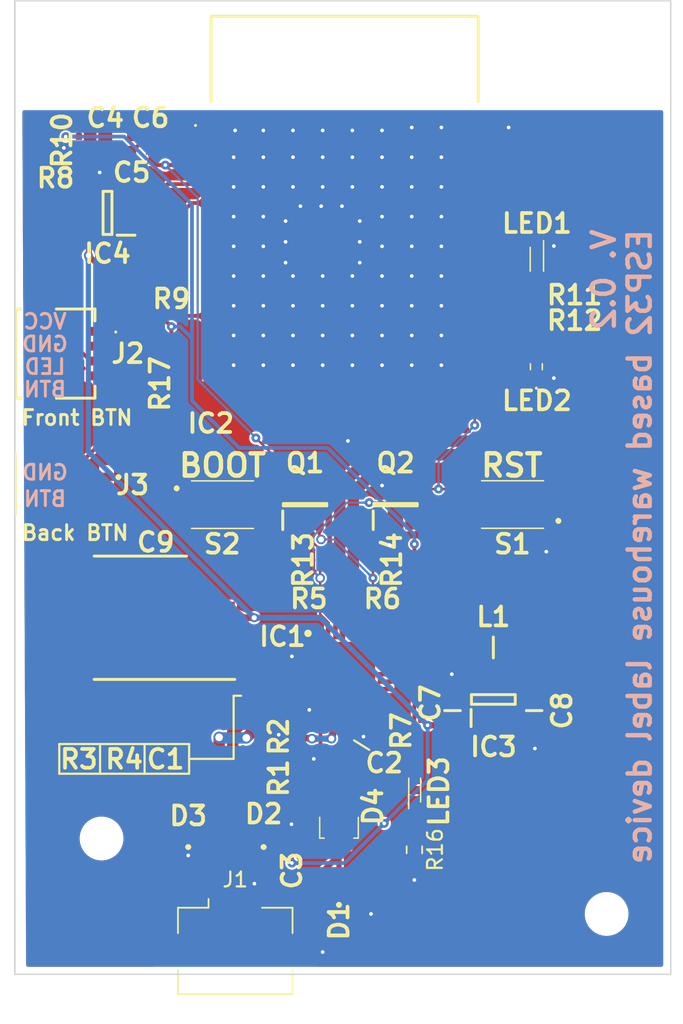
<source format=kicad_pcb>
(kicad_pcb (version 20211014) (generator pcbnew)
  (layers (0 "F.Cu" signal) (31 "B.Cu" signal) (34 "B.Paste" user) (35 "F.Paste" user) (36 "B.SilkS" user "B.Silkscreen") (37 "F.SilkS" user "F.Silkscreen") (38 "B.Mask" user) (39 "F.Mask" user) (44 "Edge.Cuts" user))
  (net 0 "")
  (net 1 "/D+")
  (net 2 "GND")
  (net 3 "/D-")
  (net 4 "/CHIP_PU")
  (net 5 "/VCC_5V")
  (net 6 "/VBUS")
  (net 7 "Net-(C2-Pad1)")
  (net 15 "/USB_DP")
  (net 16 "/USB_DN")
  (net 17 "/RTS")
  (net 18 "/DTR")
  (net 21 "Net-(LED1-Pad2)")
  (net 22 "Net-(Q1-Pad1)")
  (net 23 "Net-(Q2-Pad1)")
  (net 29 "/U0+")
  (net 30 "/U0-")
  (net 31 "/GPIO18")
  (net 32 "/GPIO0")
  (net 33 "/GPIO37")
  (net 34 "/GPIO38")
  (net 35 "Net-(IC3-Pad5)")
  (net 37 "Net-(IC1-Pad9)")
  (net 38 "Net-(IC1-Pad25)")
  (net 39 "Net-(IC1-Pad26)")
  (net 40 "/LED")
  (net 41 "/BTN")
  (net 56 "Net-(LED2-Pad2)")
  (net 57 "Net-(LED3-Pad1)")
  (net 58 "/ESP_3V3")
  (net 80 "Net-(IC4-Pad4)")
  (net 81 "/LED_SIG")
  (footprint "libraryloadernew:CAPC0603X33N" (layer "F.Cu") (at 98.425 70.612 90)
    (fp_text reference "C3")
    (fp_text value "GRM0335C1H220JA01D" hide)
  )
  (footprint "libraryloadernew:RESC1608X55N" (layer "F.Cu") (at 114.25 35.5)
    (fp_text reference "R12")
    (fp_text value "RC0603FR-7W68RL" hide)
  )
  (footprint "libraryloadernew:CAPAE830X1000N" (layer "F.Cu") (at 89.25 55.5 180)
    (fp_text reference "C9")
    (fp_text value "A765KN108M0JLAE012" hide)
  )
  (footprint "libraryloadernew:2023960207" (layer "F.Cu") (at 83.312 46.482 -90)
    (fp_text reference "J3")
    (fp_text value "202396-0207" hide)
  )
  (footprint "libraryloadernew:SOT95P280X145-5N" (layer "F.Cu") (at 112 61 90)
    (fp_text reference "IC3")
    (fp_text value "SC189ZSKTRT" hide)
  )
  (footprint "libraryloadernew:QFN50P500X500X80-29N-D" (layer "F.Cu") (at 102.362 58.801)
    (fp_text reference "IC1")
    (fp_text value "CP2102N-A02-GQFN28R" hide)
  )
  (footprint "libraryloadernew:CAPC2012X140N" (layer "F.Cu") (at 114.75 61.75 -90)
    (fp_text reference "C8")
    (fp_text value "GRM21BR60J226ME39K" hide)
  )
  (footprint "MountingHole:MountingHole_2.7mm_M2.5_ISO7380" (layer "F.Cu") (at 85.598 70.358)
    (fp_text reference "H1" hide)
    (fp_text value "MountingHole")
  )
  (footprint "Connector_USB:USB_Micro-B_Amphenol_10104110_Horizontal" (layer "F.Cu") (at 94.608 76.678)
    (fp_text reference "J1")
    (fp_text value "USB_B_Micro")
  )
  (footprint "libraryloadernew:RESC1005X40N" (layer "F.Cu") (at 88.074 39.743 90)
    (fp_text reference "R17")
    (fp_text value "RC0402FR-071K37L" hide)
  )
  (footprint "libraryloadernew:RESC0603X26N" (layer "F.Cu") (at 98.806 66.4315 90)
    (fp_text reference "R1")
    (fp_text value "RC0201FR-0722K1L" hide)
  )
  (footprint "libraryloadernew:CAPC1608X90N" (layer "F.Cu") (at 98.298 60.8435 -90)
    (fp_text reference "C1")
    (fp_text value "GRM188R61E106KA73D" hide)
  )
  (footprint "MountingHole:MountingHole_2.7mm_M2.5_ISO7380" (layer "F.Cu") (at 84.074 18.288)
    (fp_text reference "H4" hide)
    (fp_text value "MountingHole")
  )
  (footprint "libraryloadernew:RESC1608X55N" (layer "F.Cu") (at 114.25 33.75)
    (fp_text reference "R11")
    (fp_text value "RC0603FR-7W68RL" hide)
  )
  (footprint "libraryloadernew:RESC1005X37N" (layer "F.Cu") (at 95.758 60.8435 90)
    (fp_text reference "R3")
    (fp_text value "AC0402FR-070RL" hide)
  )
  (footprint "libraryloadernew:ESD0511BF4" (layer "F.Cu") (at 96.52 70.0345 90)
    (fp_text reference "D2")
    (fp_text value "ESD051-1BF4" hide)
  )
  (footprint "libraryloadernew:SOT95P280X145-5N" (layer "F.Cu") (at 86 28.25 180)
    (fp_text reference "IC4")
    (fp_text value "SN74AHCT1G125DBVR" hide)
  )
  (footprint "libraryloadernew:RESC0603X26N" (layer "F.Cu") (at 90.297 35.179)
    (fp_text reference "R9")
    (fp_text value "AC0201FR-0710KL" hide)
  )
  (footprint "MountingHole:MountingHole_2.7mm_M2.5_ISO7380" (layer "F.Cu") (at 119.634 18.288)
    (fp_text reference "H2" hide)
    (fp_text value "MountingHole")
  )
  (footprint "libraryloadernew:LEDM168X50N" (layer "F.Cu") (at 114.935 31.369 -90)
    (fp_text reference "LED1")
    (fp_text value "150060VS55040" hide)
  )
  (footprint "libraryloadernew:ESD0511BF4" (layer "F.Cu") (at 101.6 73.9245 90)
    (fp_text reference "D1")
    (fp_text value "ESD051-1BF4" hide)
  )
  (footprint "libraryloadernew:RESC1005X37N" (layer "F.Cu") (at 101.346 54.1975 90)
    (fp_text reference "R5")
    (fp_text value "AC0402FR-070RL" hide)
  )
  (footprint "libraryloadernew:V8PAM10SHM3H" (layer "F.Cu") (at 101.6 68.2095 -90)
    (fp_text reference "D4")
    (fp_text value "V8PAM10S-M3_H" hide)
  )
  (footprint "libraryloadernew:RESC0603X26N" (layer "F.Cu") (at 104.394 63.1295 -90)
    (fp_text reference "R7")
    (fp_text value "RC0201FR-071KL" hide)
  )
  (footprint "libraryloadernew:RESC1005X40N" (layer "F.Cu") (at 82.5 27.25 180)
    (fp_text reference "R8")
    (fp_text value "RC0402FR-07470RL" hide)
  )
  (footprint "MountingHole:MountingHole_2.7mm_M2.5_ISO7380" (layer "F.Cu") (at 119.634 75.438)
    (fp_text reference "H3" hide)
    (fp_text value "MountingHole")
  )
  (footprint "Resistor_SMD:R_0603_1608Metric" (layer "F.Cu") (at 106.68 71.12 90)
    (fp_text reference "R16")
    (fp_text value "ERJ-PA3J820V")
  )
  (footprint "libraryloadernew:LEDM168X65N" (layer "F.Cu") (at 106.7 67.1 90)
    (fp_text reference "LED3")
    (fp_text value "SMLD12BN1WT86" hide)
  )
  (footprint "libraryloadernew:ESD0511BF4" (layer "F.Cu") (at 91.44 70.0345 90)
    (fp_text reference "D3")
    (fp_text value "ESD051-1BF4" hide)
  )
  (footprint "libraryloadernew:SOT96P237X111-3N" (layer "F.Cu") (at 99.314 47.8895 90)
    (fp_text reference "Q1")
    (fp_text value "KSC3265YMTF" hide)
  )
  (footprint "libraryloadernew:RESC1005X37N" (layer "F.Cu") (at 97.028 60.8435 90)
    (fp_text reference "R4")
    (fp_text value "AC0402FR-070RL" hide)
  )
  (footprint "libraryloadernew:CAPC1608X90N" (layer "F.Cu") (at 85.852 23.876 -90)
    (fp_text reference "C4")
    (fp_text value "GRM188R61E106KA73D" hide)
  )
  (footprint "libraryloadernew:RESC0603X26N" (layer "F.Cu") (at 100.33 51.6135 90)
    (fp_text reference "R13")
    (fp_text value "AC0201FR-0710KL" hide)
  )
  (footprint "libraryloadernew:RESC0603X26N" (layer "F.Cu") (at 84.074 23.454 -90)
    (fp_text reference "R10")
    (fp_text value "AC0201FR-0710KL" hide)
  )
  (footprint "libraryloadernew:5019530405" (layer "F.Cu") (at 81.406 37.719 -90)
    (fp_text reference "J2")
    (fp_text value "501953-0405" hide)
  )
  (footprint "libraryloadernew:LQM2MPN1R0NG0L" (layer "F.Cu") (at 112 57.5)
    (fp_text reference "L1")
    (fp_text value "LQM2MPN1R0MGHL" hide)
  )
  (footprint "libraryloadernew:150060SS55040" (layer "F.Cu") (at 114.9 38.6 90)
    (fp_text reference "LED2")
    (fp_text value "150060SS55040" hide)
  )
  (footprint "libraryloadernew:CAPC1005X55N" (layer "F.Cu") (at 102.108 63.0815 -90)
    (fp_text reference "C2")
    (fp_text value "GRM155R61C105KA12D" hide)
  )
  (footprint "libraryloadernew:ESP32S2SOLON4R2" (layer "F.Cu") (at 101.981 27.766)
    (fp_text reference "IC2")
    (fp_text value "ESP32-S2-SOLO-N4R2" hide)
  )
  (footprint "libraryloadernew:PTS815SJK250SMTRLFS" (layer "F.Cu") (at 93.762 47.8895)
    (fp_text reference "S2")
    (fp_text value "PTS815_SJK_250_SMTR_LFS" hide)
  )
  (footprint "libraryloadernew:RESC0603X26N" (layer "F.Cu") (at 103.886 51.6135 90)
    (fp_text reference "R14")
    (fp_text value "AC0201FR-0710KL" hide)
  )
  (footprint "libraryloadernew:CAPC2012X140N" (layer "F.Cu") (at 109.25 61.75 90)
    (fp_text reference "C7")
    (fp_text value "GRM21BR60J226ME39K" hide)
  )
  (footprint "libraryloadernew:PTS815SJK250SMTRLFS" (layer "F.Cu") (at 113.284 47.879 180)
    (fp_text reference "S1")
    (fp_text value "PTS815_SJK_250_SMTR_LFS" hide)
  )
  (footprint "libraryloadernew:CAPC1005X55N" (layer "F.Cu") (at 88.9 23.574 90)
    (fp_text reference "C6")
    (fp_text value "GRM155R61C105KA12D" hide)
  )
  (footprint "libraryloadernew:SOT96P237X111-3N" (layer "F.Cu") (at 105.41 47.8895 90)
    (fp_text reference "Q2")
    (fp_text value "KSC3265YMTF" hide)
  )
  (footprint "libraryloadernew:RESC0603X26N" (layer "F.Cu") (at 98.806 63.2565 90)
    (fp_text reference "R2")
    (fp_text value "RC0201FR-0747K5L" hide)
  )
  (footprint "libraryloadernew:CAPC1005X55N" (layer "F.Cu") (at 87.63 23.574 -90)
    (fp_text reference "C5")
    (fp_text value "GRM155R71H104KE14J" hide)
  )
  (footprint "libraryloadernew:RESC1005X37N" (layer "F.Cu") (at 102.87 54.1975 90)
    (fp_text reference "R6")
    (fp_text value "AC0402FR-070RL" hide)
  )
  (gr_line (start 88.5 64) (end 88.5 66) (layer "F.SilkS") (width 0.15))
  (gr_line (start 94.5 60.75) (end 95 60.75) (layer "F.SilkS") (width 0.15))
  (gr_line (start 91.5 66) (end 91.5 64) (layer "F.SilkS") (width 0.15))
  (gr_line (start 94.5 65) (end 94.5 60.75) (layer "F.SilkS") (width 0.15))
  (gr_line (start 91.5 64) (end 82.75 64) (layer "F.SilkS") (width 0.15))
  (gr_line (start 103.632 64.389) (end 102.616 63.754) (layer "F.SilkS") (width 0.15))
  (gr_line (start 91.5 65) (end 94 65) (layer "F.SilkS") (width 0.15))
  (gr_line (start 82.75 66) (end 91.5 66) (layer "F.SilkS") (width 0.15))
  (gr_line (start 82.75 64) (end 82.75 66) (layer "F.SilkS") (width 0.15))
  (gr_line (start 94 65) (end 94.5 65) (layer "F.SilkS") (width 0.15))
  (gr_line (start 85.5 64) (end 85.5 66) (layer "F.SilkS") (width 0.15))
  (gr_rect (start 79.756 13.97) (end 123.952 79.502) (layer "Edge.Cuts") (width 0.1) (fill none))
  (gr_text "BTN" (at 81.788 40.132) (layer "B.SilkS") (effects (font (size 1 1) (thickness 0.2)) (justify mirror)))
  (gr_text "GND" (at 81.788 37.084) (layer "B.SilkS") (effects (font (size 1 1) (thickness 0.2)) (justify mirror)))
  (gr_text "LED" (at 81.788 38.608) (layer "B.SilkS") (effects (font (size 1 1) (thickness 0.2)) (justify mirror)))
  (gr_text "GND" (at 81.788 45.72) (layer "B.SilkS") (effects (font (size 1 1) (thickness 0.2)) (justify mirror)))
  (gr_text "V. 0.2\nESP32 based warehouse label device" (at 120.65 29.21 90) (layer "B.SilkS") (effects (font (size 1.5 1.5) (thickness 0.3)) (justify left mirror)))
  (gr_text "VCC" (at 81.788 35.56) (layer "B.SilkS") (effects (font (size 1 1) (thickness 0.2)) (justify mirror)))
  (gr_text "BTN" (at 81.788 47.498) (layer "B.SilkS") (effects (font (size 1 1) (thickness 0.2)) (justify mirror)))
  (gr_text "RST" (at 113.25 45.25) (layer "F.SilkS") (effects (font (size 1.5 1.5) (thickness 0.3))))
  (gr_text "Back BTN" (at 83.82 49.784) (layer "F.SilkS") (effects (font (size 1 1) (thickness 0.2))))
  (gr_text "Front BTN" (at 83.947 42.037) (layer "F.SilkS") (effects (font (size 1 1) (thickness 0.2))))
  (gr_text "BOOT" (at 93.75 45.25) (layer "F.SilkS") (effects (font (size 1.5 1.5) (thickness 0.3))))
  (segment (start 96.52 69.8275) (end 95.2725 69.8275) (width 0.25) (layer "F.Cu") (net 1))
  (segment (start 95.2725 69.8275) (end 94.4375 70.6625) (width 0.25) (layer "F.Cu") (net 1))
  (segment (start 94.4375 70.6625) (end 94.4375 71.3706) (width 0.765) (layer "F.Cu") (net 1))
  (segment (start 94.615 73.3795) (end 94.608 73.3865) (width 0.35) (layer "F.Cu") (net 1))
  (segment (start 94.8155 71.7486) (end 94.8155 73.3795) (width 0.765) (layer "F.Cu") (net 1))
  (segment (start 95.758 61.875) (end 94.4375 63.1955) (width 0.765) (layer "F.Cu") (net 1))
  (segment (start 95.758 61.3935) (end 95.758 61.875) (width 0.765) (layer "F.Cu") (net 1))
  (segment (start 94.4375 71.3706) (end 94.8155 71.7486) (width 0.765) (layer "F.Cu") (net 1))
  (segment (start 94.608 73.3865) (end 94.608 75.128) (width 0.35) (layer "F.Cu") (net 1))
  (segment (start 94.4375 63.1955) (end 94.4375 70.6625) (width 0.765) (layer "F.Cu") (net 1))
  (segment (start 106.68 71.945) (end 106.68 73.152) (width 0.25) (layer "F.Cu") (net 2))
  (segment (start 98.425 58.1) (end 98.6405 58.3155) (width 0.25) (layer "F.Cu") (net 2))
  (segment (start 86.800978 27.3) (end 86.400489 27.700489) (width 0.25) (layer "F.Cu") (net 2))
  (segment (start 98.298 62.611) (end 97.9925 62.9165) (width 0.25) (layer "F.Cu") (net 2))
  (segment (start 115.534 48.954) (end 115.534 51.018) (width 0.25) (layer "F.Cu") (net 2))
  (segment (start 87.741 24.034) (end 88.661 23.114) (width 0.25) (layer "F.Cu") (net 2))
  (segment (start 115.534 51.018) (end 115.57 51.054) (width 0.25) (layer "F.Cu") (net 2))
  (segment (start 102.108 63.5415) (end 103.209 63.5415) (width 0.25) (layer "F.Cu") (net 2))
  (segment (start 114.9 39.4) (end 116.048 39.4) (width 0.25) (layer "F.Cu") (net 2))
  (segment (start 95.908 75.128) (end 95.908 73.408) (width 0.25) (layer "F.Cu") (net 2))
  (segment (start 85.852 24.576) (end 85.852 25.146) (width 0.25) (layer "F.Cu") (net 2))
  (segment (start 98.3835 70.2405) (end 98.425 70.282) (width 0.25) (layer "F.Cu") (net 2))
  (segment (start 101.6 74.1305) (end 102.452 74.1305) (width 0.24) (layer "F.Cu") (net 2))
  (segment (start 86.850489 29.2) (end 87.25 29.2) (width 0.25) (layer "F.Cu") (net 2))
  (segment (start 98.425 70.282) (end 98.425 69.425) (width 0.25) (layer "F.Cu") (net 2))
  (segment (start 87.088 24.576) (end 87.63 24.034) (width 0.25) (layer "F.Cu") (net 2))
  (segment (start 98.298 61.5435) (end 98.298 62.611) (width 0.25) (layer "F.Cu") (net 2))
  (segment (start 93.458 77.978) (end 95.758 77.978) (width 0.25) (layer "F.Cu") (net 2))
  (segment (start 86.400489 28.75) (end 86.850489 29.2) (width 0.25) (layer "F.Cu") (net 2))
  (segment (start 97.9925 62.9165) (end 97.536 63.373) (width 0.25) (layer "F.Cu") (net 2))
  (segment (start 116.039 30.519) (end 116.078 30.48) (width 0.25) (layer "F.Cu") (net 2))
  (segment (start 90.858 77.978) (end 93.458 77.978) (width 0.25) (layer "F.Cu") (net 2))
  (segment (start 100.012 58.301) (end 101.862 58.301) (width 0.35) (layer "F.Cu") (net 2))
  (segment (start 88.661 23.114) (end 88.9 23.114) (width 0.25) (layer "F.Cu") (net 2))
  (segment (start 85.852 24.576) (end 87.088 24.576) (width 0.25) (layer "F.Cu") (net 2))
  (segment (start 98.358 77.978) (end 100.478 77.978) (width 0.25) (layer "F.Cu") (net 2))
  (segment (start 114.935 30.519) (end 116.039 30.519) (width 0.25) (layer "F.Cu") (net 2))
  (segment (start 113.03 22.5) (end 113.02 22.49) (width 0.25) (layer "F.Cu") (net 2))
  (segment (start 101.862 58.301) (end 102.362 58.801) (width 0.35) (layer "F.Cu") (net 2))
  (segment (start 95.758 77.978) (end 98.358 77.978) (width 0.25) (layer "F.Cu") (net 2))
  (segment (start 116.04 39.408) (end 116.078 39.37) (width 0.25) (layer "F.Cu") (net 2))
  (segment (start 95.908 73.408) (end 95.9 73.4) (width 0.25) (layer "F.Cu") (net 2))
  (segment (start 96.52 70.2405) (end 98.3835 70.2405) (width 0.25) (layer "F.Cu") (net 2))
  (segment (start 103.209 63.5415) (end 103.251 63.5) (width 0.25) (layer "F.Cu") (net 2))
  (segment (start 87.25 27.3) (end 86.800978 27.3) (width 0.25) (layer "F.Cu") (net 2))
  (segment (start 100.478 77.978) (end 100.5 78) (width 0.25) (layer "F.Cu") (net 2))
  (segment (start 91.44 70.2405) (end 91.44 71.5) (width 0.25) (layer "F.Cu") (net 2))
  (segment (start 98.6405 58.3155) (end 99.65 58.3155) (width 0.25) (layer "F.Cu") (net 2))
  (segment (start 87.63 24.034) (end 87.741 24.034) (width 0.25) (layer "F.Cu") (net 2))
  (segment (start 85.852 25.146) (end 85.471 25.527) (width 0.25) (layer "F.Cu") (net 2))
  (segment (start 113.02 22.49) (end 110.75 22.49) (width 0.25) (layer "F.Cu") (net 2))
  (segment (start 102.452 74.1305) (end 103.759 75.438) (width 0.25) (layer "F.Cu") (net 2))
  (segment (start 98.425 69.425) (end 98.4 69.4) (width 0.25) (layer "F.Cu") (net 2))
  (segment (start 98.806 62.9165) (end 97.9925 62.9165) (width 0.25) (layer "F.Cu") (net 2))
  (segment (start 86.400489 27.700489) (end 86.400489 28.75) (width 0.25) (layer "F.Cu") (net 2))
  (via (at 106.5 22.5) (size 0.6) (drill 0.25) (layers "F.Cu" "B.Cu") (net 2))
  (via (at 94.5 26.5) (size 0.6) (drill 0.25) (layers "F.Cu" "B.Cu") (net 2))
  (via (at 91.44 71.5) (size 0.6) (drill 0.25) (layers "F.Cu" "B.Cu") (net 2))
  (via (at 96.5 38.5) (size 0.6) (drill 0.25) (layers "F.Cu" "B.Cu") (net 2))
  (via (at 108.5 32.5) (size 0.6) (drill 0.25) (layers "F.Cu" "B.Cu") (net 2))
  (via (at 100.5 32.5) (size 0.6) (drill 0.25) (layers "F.Cu" "B.Cu") (net 2))
  (via (at 102.5 32.5) (size 0.6) (drill 0.25) (layers "F.Cu" "B.Cu") (net 2))
  (via (at 104.5 22.7) (size 0.6) (drill 0.25) (layers "F.Cu" "B.Cu") (net 2))
  (via (at 102.2 43.6) (size 0.6) (drill 0.25) (layers "F.Cu" "B.Cu") (net 2))
  (via (at 98 31.6) (size 0.6) (drill 0.25) (layers "F.Cu" "B.Cu") (net 2))
  (via (at 96.5 26.5) (size 0.6) (drill 0.25) (layers "F.Cu" "B.Cu") (net 2))
  (via (at 98.5 36.5) (size 0.6) (drill 0.25) (layers "F.Cu" "B.Cu") (net 2))
  (via (at 96.5 28.5) (size 0.6) (drill 0.25) (layers "F.Cu" "B.Cu") (net 2))
  (via (at 99.9 65) (size 0.6) (drill 0.25) (layers "F.Cu" "B.Cu") (net 2))
  (via (at 104.5 36.5) (size 0.6) (drill 0.25) (layers "F.Cu" "B.Cu") (net 2))
  (via (at 108.5 30.5) (size 0.6) (drill 0.25) (layers "F.Cu" "B.Cu") (net 2))
  (via (at 99 27.8) (size 0.6) (drill 0.25) (layers "F.Cu" "B.Cu") (net 2))
  (via (at 98.5 22.7) (size 0.6) (drill 0.25) (layers "F.Cu" "B.Cu") (net 2))
  (via (at 108.5 26.5) (size 0.6) (drill 0.25) (layers "F.Cu" "B.Cu") (net 2))
  (via (at 94.5 36.5) (size 0.6) (drill 0.25) (layers "F.Cu" "B.Cu") (net 2))
  (via (at 106.5 36.5) (size 0.6) (drill 0.25) (layers "F.Cu" "B.Cu") (net 2))
  (via (at 102.5 34.5) (size 0.6) (drill 0.25) (layers "F.Cu" "B.Cu") (net 2))
  (via (at 103 31.6) (size 0.6) (drill 0.25) (layers "F.Cu" "B.Cu") (net 2))
  (via (at 104.5 30.5) (size 0.6) (drill 0.25) (layers "F.Cu" "B.Cu") (net 2))
  (via (at 103.251 63.5) (size 0.6) (drill 0.25) (layers "F.Cu" "B.Cu") (net 2))
  (via (at 100.5 22.7) (size 0.6) (drill 0.25) (layers "F.Cu" "B.Cu") (net 2))
  (via (at 97.536 63.373) (size 0.6) (drill 0.25) (layers "F.Cu" "B.Cu") (net 2))
  (via (at 98.425 58.1) (size 0.6) (drill 0.25) (layers "F.Cu" "B.Cu") (net 2))
  (via (at 103.759 75.438) (size 0.6) (drill 0.25) (layers "F.Cu" "B.Cu") (net 2))
  (via (at 108.5 38.5) (size 0.6) (drill 0.25) (layers "F.Cu" "B.Cu") (net 2))
  (via (at 116.078 30.48) (size 0.6) (drill 0.25) (layers "F.Cu" "B.Cu") (net 2))
  (via (at 96.5 36.5) (size 0.6) (drill 0.25) (layers "F.Cu" "B.Cu") (net 2))
  (via (at 94.5 30.5) (size 0.6) (drill 0.25) (layers "F.Cu" "B.Cu") (net 2))
  (via (at 96.5 24.5) (size 0.6) (drill 0.25) (layers "F.Cu" "B.Cu") (net 2))
  (via (at 94.5 34.5) (size 0.6) (drill 0.25) (layers "F.Cu" "B.Cu") (net 2))
  (via (at 108.5 36.5) (size 0.6) (drill 0.25) (layers "F.Cu" "B.Cu") (net 2))
  (via (at 100.5 26.5) (size 0.6) (drill 0.25) (layers "F.Cu" "B.Cu") (net 2))
  (via (at 100.4 27.8) (size 0.6) (drill 0.25) (layers "F.Cu" "B.Cu") (net 2))
  (via (at 100.5 38.5) (size 0.6) (drill 0.25) (layers "F.Cu" "B.Cu") (net 2))
  (via (at 98.5 32.5) (size 0.6) (drill 0.25) (layers "F.Cu" "B.Cu") (net 2))
  (via (at 106.5 34.5) (size 0.6) (drill 0.25) (layers "F.Cu" "B.Cu") (net 2))
  (via (at 108.5 22.5) (size 0.6) (drill 0.25) (layers "F.Cu" "B.Cu") (net 2))
  (via (at 95.9 73.4) (size 0.6) (drill 0.25) (layers "F.Cu" "B.Cu") (net 2))
  (via (at 102.5 24.5) (size 0.6) (drill 0.25) (layers "F.Cu" "B.Cu") (net 2))
  (via (at 98.5 34.5) (size 0.6) (drill 0.25) (layers "F.Cu" "B.Cu") (net 2))
  (via (at 104.5 38.5) (size 0.6) (drill 0.25) (layers "F.Cu" "B.Cu") (net 2))
  (via (at 96.5 32.5) (size 0.6) (drill 0.25) (layers "F.Cu" "B.Cu") (net 2))
  (via (at 104.5 26.5) (size 0.6) (drill 0.25) (layers "F.Cu" "B.Cu") (net 2))
  (via (at 94.5 32.5) (size 0.6) (drill 0.25) (layers "F.Cu" "B.Cu") (net 2))
  (via (at 113.03 22.5) (size 0.6) (drill 0.25) (layers "F.Cu" "B.Cu") (net 2))
  (via (at 94.5 38.5) (size 0.6) (drill 0.25) (layers "F.Cu" "B.Cu") (net 2))
  (via (at 98.5 38.5) (size 0.6) (drill 0.25) (layers "F.Cu" "B.Cu") (net 2))
  (via (at 101.8 27.8) (size 0.6) (drill 0.25) (layers "F.Cu" "B.Cu") (net 2))
  (via (at 106.5 24.5) (size 0.6) (drill 0.25) (layers "F.Cu" "B.Cu") (net 2))
  (via (at 104.5 34.5) (size 0.6) (drill 0.25) (layers "F.Cu" "B.Cu") (net 2))
  (via (at 108.5 24.5) (size 0.6) (drill 0.25) (layers "F.Cu" "B.Cu") (net 2))
  (via (at 104.5 24.5) (size 0.6) (drill 0.25) (layers "F.Cu" "B.Cu") (net 2))
  (via (at 108.5 28.5) (size 0.6) (drill 0.25) (layers "F.Cu" "B.Cu") (net 2))
  (via (at 98.5 26.5) (size 0.6) (drill 0.25) (layers "F.Cu" "B.Cu") (net 2))
  (via (at 100.5 36.5) (size 0.6) (drill 0.25) (layers "F.Cu" "B.Cu") (net 2))
  (via (at 100.5 34.5) (size 0.6) (drill 0.25) (layers "F.Cu" "B.Cu") (net 2))
  (via (at 106.5 38.5) (size 0.6) (drill 0.25) (layers "F.Cu" "B.Cu") (net 2))
  (via (at 115.57 51.054) (size 0.6) (drill 0.25) (layers "F.Cu" "B.Cu") (net 2))
  (via (at 104.5 32.5) (size 0.6) (drill 0.25) (layers "F.Cu" "B.Cu") (net 2))
  (via (at 98.4 69.4) (size 0.6) (drill 0.25) (layers "F.Cu" "B.Cu") (net 2))
  (via (at 100.5 24.5) (size 0.6) (drill 0.25) (layers "F.Cu" "B.Cu") (net 2))
  (via (at 104.5 28.5) (size 0.6) (drill 0.25) (layers "F.Cu" "B.Cu") (net 2))
  (via (at 83.059978 23.874022) (size 0.6) (drill 0.25) (layers "F.Cu" "B.Cu") (net 2))
  (via (at 96.5 22.7) (size 0.6) (drill 0.25) (layers "F.Cu" "B.Cu") (net 2))
  (via (at 94.5 24.5) (size 0.6) (drill 0.25) (layers "F.Cu" "B.Cu") (net 2))
  (via (at 104.5 46.6) (size 0.6) (drill 0.25) (layers "F.Cu" "B.Cu") (net 2))
  (via (at 96.5 30.5) (size 0.6) (drill 0.25) (layers "F.Cu" "B.Cu") (net 2))
  (via (at 109.2 59.3) (size 0.6) (drill 0.25) (layers "F.Cu" "B.Cu") (net 2))
  (via (at 106.5 30.5) (size 0.6) (drill 0.25) (layers "F.Cu" "B.Cu") (net 2))
  (via (at 108.5 34.5) (size 0.6) (drill 0.25) (layers "F.Cu" "B.Cu") (net 2))
  (via (at 102.5 26.5) (size 0.6) (drill 0.25) (layers "F.Cu" "B.Cu") (net 2))
  (via (at 102.5 38.5) (size 0.6) (drill 0.25) (layers "F.Cu" "B.Cu") (net 2))
  (via (at 114.8 64.3) (size 0.6) (drill 0.25) (layers "F.Cu" "B.Cu") (net 2))
  (via (at 116.078 39.37) (size 0.6) (drill 0.25) (layers "F.Cu" "B.Cu") (net 2))
  (via (at 105 50.6) (size 0.6) (drill 0.25) (layers "F.Cu" "B.Cu") (net 2))
  (via (at 99.6 61.7) (size 0.6) (drill 0.25) (layers "F.Cu" "B.Cu") (net 2))
  (via (at 98.5 24.5) (size 0.6) (drill 0.25) (layers "F.Cu" "B.Cu") (net 2))
  (via (at 106.5 28.5) (size 0.6) (drill 0.25) (layers "F.Cu" "B.Cu") (net 2))
  (via (at 94.6 22.7) (size 0.6) (drill 0.25) (layers "F.Cu" "B.Cu") (net 2))
  (via (at 100.5 78) (size 0.6) (drill 0.25) (layers "F.Cu" "B.Cu") (net 2))
  (via (at 106.5 32.5) (size 0.6) (drill 0.25) (layers "F.Cu" "B.Cu") (net 2))
  (via (at 103 30.2) (size 0.6) (drill 0.25) (layers "F.Cu" "B.Cu") (net 2))
  (via (at 96.5 34.5) (size 0.6) (drill 0.25) (layers "F.Cu" "B.Cu") (net 2))
  (via (at 98 28.8) (size 0.6) (drill 0.25) (layers "F.Cu" "B.Cu") (net 2))
  (via (at 102.5 36.5) (size 0.6) (drill 0.25) (layers "F.Cu" "B.Cu") (net 2))
  (via (at 85.471 25.527) (size 0.6) (drill 0.25) (layers "F.Cu" "B.Cu") (net 2))
  (via (at 94.5 28.5) (size 0.6) (drill 0.25) (layers "F.Cu" "B.Cu") (net 2))
  (via (at 106.5 26.5) (size 0.6) (drill 0.25) (layers "F.Cu" "B.Cu") (net 2))
  (via (at 102.5 22.7) (size 0.6) (drill 0.25) (layers "F.Cu" "B.Cu") (net 2))
  (via (at 106.68 73.152) (size 0.6) (drill 0.25) (layers "F.Cu" "B.Cu") (net 2))
  (via (at 103 28.8) (size 0.6) (drill 0.25) (layers "F.Cu" "B.Cu") (net 2))
  (via (at 98 30.2) (size 0.6) (drill 0.25) (layers "F.Cu" "B.Cu") (net 2))
  (segment (start 84.712956 25.527) (end 83.059978 23.874022) (width 0.25) (layer "B.Cu") (net 2))
  (segment (start 85.471 25.527) (end 84.712956 25.527) (width 0.25) (layer "B.Cu") (net 2))
  (segment (start 93.958 73.3865) (end 93.958 75.128) (width 0.35) (layer "F.Cu") (net 3))
  (segment (start 97.028 61.3935) (end 97.028 61.9122) (width 0.765) (layer "F.Cu") (net 3))
  (segment (start 93.5225 70.6625) (end 93.5225 73.008) (width 0.765) (layer "F.Cu") (net 3))
  (segment (start 91.44 69.8275) (end 92.6875 69.8275) (width 0.25) (layer "F.Cu") (net 3))
  (segment (start 93.5225 63.5505) (end 93.5225 70.6625) (width 0.765) (layer "F.Cu") (net 3))
  (segment (start 92.6875 69.8275) (end 93.5225 70.6625) (width 0.25) (layer "F.Cu") (net 3))
  (segment (start 93.5225 73.008) (end 93.901 73.3865) (width 0.765) (layer "F.Cu") (net 3))
  (segment (start 97.028 61.9122) (end 95.352 63.5882) (width 0.765) (layer "F.Cu") (net 3))
  (via (at 93.5225 63.5505) (size 0.765) (drill 0.515) (layers "F.Cu" "B.Cu") (net 3))
  (via (at 95.352 63.5882) (size 0.765) (drill 0.515) (layers "F.Cu" "B.Cu") (net 3))
  (segment (start 95.352 63.5882) (end 93.5602 63.5882) (width 0.765) (layer "B.Cu") (net 3))
  (segment (start 93.5602 63.5882) (end 93.5225 63.5505) (width 0.765) (layer "B.Cu") (net 3))
  (segment (start 88.9 24.7) (end 88.9 24.034) (width 0.25) (layer "F.Cu") (net 4))
  (segment (start 84.074 23.794) (end 84.074 25.179704) (width 0.25) (layer "F.Cu") (net 4))
  (segment (start 93.25 25.03) (end 89.896 25.03) (width 0.25) (layer "F.Cu") (net 4))
  (segment (start 89.23 25.03) (end 88.9 24.7) (width 0.25) (layer "F.Cu") (net 4))
  (segment (start 84.074 25.179704) (end 85.194296 26.3) (width 0.25) (layer "F.Cu") (net 4))
  (segment (start 99.314 46.8395) (end 99.0395 46.8395) (width 0.15) (layer "F.Cu") (net 4))
  (segment (start 85.194296 26.3) (end 87.2 26.3) (width 0.25) (layer "F.Cu") (net 4))
  (segment (start 87.2 26.3) (end 88.9 24.6) (width 0.25) (layer "F.Cu") (net 4))
  (segment (start 96.012 48.488) (end 96.012 48.9645) (width 0.15) (layer "F.Cu") (net 4))
  (segment (start 99.0395 46.8395) (end 97.6605 46.8395) (width 0.15) (layer "F.Cu") (net 4))
  (segment (start 97.6605 46.8395) (end 96.012 48.488) (width 0.15) (layer "F.Cu") (net 4))
  (segment (start 96 43.4) (end 99.2395 46.6395) (width 0.15) (layer "F.Cu") (net 4))
  (segment (start 89.896 25.03) (end 89.23 25.03) (width 0.25) (layer "F.Cu") (net 4))
  (via (at 96 43.4) (size 0.6) (drill 0.25) (layers "F.Cu" "B.Cu") (net 4))
  (via (at 89.896 25.03) (size 0.6) (drill 0.25) (layers "F.Cu" "B.Cu") (net 4))
  (segment (start 92.075 27.209) (end 89.896 25.03) (width 0.15) (layer "B.Cu") (net 4))
  (segment (start 96 43.4) (end 92.075 39.475) (width 0.15) (layer "B.Cu") (net 4))
  (segment (start 92.075 39.475) (end 92.075 27.209) (width 0.15) (layer "B.Cu") (net 4))
  (segment (start 112.95 63.05) (end 112.95 62.25) (width 0.35) (layer "F.Cu") (net 5))
  (segment (start 84.709 31.115) (end 85.306 31.712) (width 0.35) (layer "F.Cu") (net 5))
  (segment (start 109.082 62.738) (end 109.25 62.57) (width 0.25) (layer "F.Cu") (net 5))
  (segment (start 84.75 31.074) (end 84.75 29.2) (width 0.35) (layer "F.Cu") (net 5))
  (segment (start 92.65 55.5) (end 95.884 55.5) (width 0.4) (layer "F.Cu") (net 5))
  (segment (start 98.425 70.942) (end 98.425 72.009) (width 0.25) (layer "F.Cu") (net 5))
  (segment (start 107.569 62.738) (end 109.082 62.738) (width 0.4) (layer "F.Cu") (net 5))
  (segment (start 110.73 62.57) (end 111.05 62.25) (width 0.4) (layer "F.Cu") (net 5))
  (segment (start 111.5 63.5) (end 112.5 63.5) (width 0.35) (layer "F.Cu") (net 5))
  (segment (start 84.709 31.115) (end 84.75 31.074) (width 0.35) (layer "F.Cu") (net 5))
  (segment (start 85.306 31.712) (end 85.306 36.219) (width 0.35) (layer "F.Cu") (net 5))
  (segment (start 95.884 55.5) (end 95.885 55.499) (width 0.35) (layer "F.Cu") (net 5))
  (segment (start 111.05 63.05) (end 111.5 63.5) (width 0.35) (layer "F.Cu") (net 5))
  (segment (start 111.05 62.25) (end 111.05 63.05) (width 0.35) (layer "F.Cu") (net 5))
  (segment (start 109.25 62.57) (end 110.73 62.57) (width 0.4) (layer "F.Cu") (net 5))
  (segment (start 104.648 69.342) (end 102.421 67.1145) (width 0.25) (layer "F.Cu") (net 5))
  (segment (start 112.5 63.5) (end 112.95 63.05) (width 0.35) (layer "F.Cu") (net 5))
  (segment (start 102.421 67.1145) (end 101.6 67.1145) (width 0.25) (layer "F.Cu") (net 5))
  (via (at 84.709 31.115) (size 0.6) (drill 0.35) (layers "F.Cu" "B.Cu") (net 5))
  (via (at 104.648 69.342) (size 0.6) (drill 0.25) (layers "F.Cu" "B.Cu") (net 5))
  (via (at 107.569 62.738) (size 0.6) (drill 0.25) (layers "F.Cu" "B.Cu") (net 5))
  (via (at 95.885 55.499) (size 0.6) (drill 0.35) (layers "F.Cu" "B.Cu") (net 5))
  (via (at 98.425 72.009) (size 0.6) (drill 0.25) (layers "F.Cu" "B.Cu") (net 5))
  (segment (start 84.709 44.323) (end 95.885 55.499) (width 0.35) (layer "B.Cu") (net 5))
  (segment (start 100.33 55.499) (end 107.569 62.738) (width 0.35) (layer "B.Cu") (net 5))
  (segment (start 98.425 72.009) (end 101.981 72.009) (width 0.25) (layer "B.Cu") (net 5))
  (segment (start 95.885 55.499) (end 100.33 55.499) (width 0.4) (layer "B.Cu") (net 5))
  (segment (start 107.569 66.421) (end 107.569 62.738) (width 0.25) (layer "B.Cu") (net 5))
  (segment (start 101.981 72.009) (end 104.648 69.342) (width 0.25) (layer "B.Cu") (net 5))
  (segment (start 84.709 31.115) (end 84.709 44.323) (width 0.35) (layer "B.Cu") (net 5))
  (segment (start 104.648 69.342) (end 107.569 66.421) (width 0.25) (layer "B.Cu") (net 5))
  (segment (start 96.6305 76.454) (end 93.685 76.454) (width 0.4) (layer "F.Cu") (net 6))
  (segment (start 101.6 70.3345) (end 101.6 71.4845) (width 0.4) (layer "F.Cu") (net 6))
  (segment (start 98.806 67.6695) (end 101.471 70.3345) (width 0.4) (layer "F.Cu") (net 6))
  (segment (start 101.471 70.3345) (end 101.6 70.3345) (width 0.4) (layer "F.Cu") (net 6))
  (segment (start 93.308 76.077) (end 93.308 75.128) (width 0.4) (layer "F.Cu") (net 6))
  (segment (start 101.6 71.4845) (end 96.6305 76.454) (width 0.4) (layer "F.Cu") (net 6))
  (segment (start 101.6 71.4845) (end 101.6 73.6595) (width 0.35) (layer "F.Cu") (net 6))
  (segment (start 98.806 66.7715) (end 98.806 67.6695) (width 0.4) (layer "F.Cu") (net 6))
  (segment (start 93.685 76.454) (end 93.308 76.077) (width 0.4) (layer "F.Cu") (net 6))
  (segment (start 99.7345 63.5965) (end 99.7755 63.6375) (width 0.4) (layer "F.Cu") (net 7))
  (segment (start 100.862 61.930006) (end 100.862 61.151) (width 0.4) (layer "F.Cu") (net 7))
  (segment (start 101.553494 62.6215) (end 102.108 62.6215) (width 0.4) (layer "F.Cu") (net 7))
  (segment (start 101.092 63.3835) (end 101.854 62.6215) (width 0.4) (layer "F.Cu") (net 7))
  (segment (start 101.092 63.6375) (end 101.092 63.3835) (width 0.4) (layer "F.Cu") (net 7))
  (segment (start 98.806 63.5965) (end 98.806 66.0915) (width 0.4) (layer "F.Cu") (net 7))
  (segment (start 101.553494 62.6215) (end 100.862 61.930006) (width 0.4) (layer "F.Cu") (net 7))
  (segment (start 98.806 63.5965) (end 99.7345 63.5965) (width 0.4) (layer "F.Cu") (net 7))
  (via (at 99.7755 63.6375) (size 0.65) (drill 0.4) (layers "F.Cu" "B.Cu") (net 7))
  (via (at 101.092 63.6375) (size 0.65) (drill 0.4) (layers "F.Cu" "B.Cu") (net 7))
  (segment (start 99.7755 63.6375) (end 101.092 63.6375) (width 0.4) (layer "B.Cu") (net 7))
  (segment (start 95.758 59.436) (end 95.758 60.2935) (width 0.35) (layer "F.Cu") (net 15))
  (segment (start 96.3785 58.8155) (end 95.758 59.436) (width 0.35) (layer "F.Cu") (net 15))
  (segment (start 99.65 58.8155) (end 96.3785 58.8155) (width 0.35) (layer "F.Cu") (net 15))
  (segment (start 97.028 59.5935) (end 97.306 59.3155) (width 0.35) (layer "F.Cu") (net 16))
  (segment (start 97.028 60.2935) (end 97.028 59.5935) (width 0.35) (layer "F.Cu") (net 16))
  (segment (start 97.306 59.3155) (end 99.65 59.3155) (width 0.35) (layer "F.Cu") (net 16))
  (segment (start 103.886 52.832) (end 103.886 55.626) (width 0.15) (layer "F.Cu") (net 17))
  (segment (start 103.886 55.626) (end 103.124 55.626) (width 0.15) (layer "F.Cu") (net 17))
  (segment (start 103.886 52.832) (end 103.886 51.9535) (width 0.15) (layer "F.Cu") (net 17))
  (segment (start 103.124 55.626) (end 102.862 55.888) (width 0.15) (layer "F.Cu") (net 17))
  (segment (start 100.269 48.9395) (end 100.269 50.1078) (width 0.15) (layer "F.Cu") (net 17))
  (segment (start 100.269 50.1078) (end 100.392 50.2304) (width 0.15) (layer "F.Cu") (net 17))
  (segment (start 102.862 55.888) (end 102.862 56.451) (width 0.15) (layer "F.Cu") (net 17))
  (via (at 103.886 52.832) (size 0.6) (drill 0.25) (layers "F.Cu" "B.Cu") (net 17))
  (via (at 100.392 50.2304) (size 0.65) (drill 0.4) (layers "F.Cu" "B.Cu") (net 17))
  (segment (start 100.392 50.2304) (end 101.284 50.2304) (width 0.15) (layer "B.Cu") (net 17))
  (segment (start 101.284 50.2304) (end 103.886 52.832) (width 0.15) (layer "B.Cu") (net 17))
  (segment (start 100.862 55.7875) (end 100.862 56.451) (width 0.15) (layer "F.Cu") (net 18))
  (segment (start 100.33 55.2555) (end 100.862 55.7875) (width 0.15) (layer "F.Cu") (net 18))
  (segment (start 100.33 52.832) (end 100.33 55.2555) (width 0.15) (layer "F.Cu") (net 18))
  (segment (start 100.33 52.832) (end 100.33 51.9535) (width 0.15) (layer "F.Cu") (net 18))
  (segment (start 105.177 47.752) (end 106.365 48.9395) (width 0.15) (layer "F.Cu") (net 18))
  (segment (start 103.632 47.752) (end 105.177 47.752) (width 0.15) (layer "F.Cu") (net 18))
  (via (at 103.632 47.752) (size 0.6) (drill 0.25) (layers "F.Cu" "B.Cu") (net 18))
  (via (at 100.33 52.832) (size 0.65) (drill 0.4) (layers "F.Cu" "B.Cu") (net 18))
  (segment (start 99.8671 52.3691) (end 100.33 52.832) (width 0.15) (layer "B.Cu") (net 18))
  (segment (start 99.8671 50.0131) (end 99.8671 52.3691) (width 0.15) (layer "B.Cu") (net 18))
  (segment (start 103.632 47.752) (end 102.128 47.752) (width 0.15) (layer "B.Cu") (net 18))
  (segment (start 102.128 47.752) (end 99.8671 50.0131) (width 0.15) (layer "B.Cu") (net 18))
  (segment (start 114.9 33.75) (end 114.9 32.254) (width 0.15) (layer "F.Cu") (net 21))
  (segment (start 114.9 32.254) (end 114.935 32.219) (width 0.25) (layer "F.Cu") (net 21))
  (segment (start 100.33 51.2735) (end 100.33 50.9105) (width 0.15) (layer "F.Cu") (net 22))
  (segment (start 100.33 50.9105) (end 98.359 48.9395) (width 0.15) (layer "F.Cu") (net 22))
  (segment (start 103.886 51.2735) (end 103.886 50.6835) (width 0.15) (layer "F.Cu") (net 23))
  (segment (start 103.886 50.6835) (end 104.455 50.1145) (width 0.15) (layer "F.Cu") (net 23))
  (segment (start 104.455 50.1145) (end 104.455 48.9395) (width 0.15) (layer "F.Cu") (net 23))
  (segment (start 101.346 53.1225) (end 101.346 53.6475) (width 0.765) (layer "F.Cu") (net 29))
  (segment (start 118.029 36.1234) (end 117.643 36.5092) (width 0.765) (layer "F.Cu") (net 29))
  (segment (start 117.643 36.6525) (end 118.029 37.0384) (width 0.765) (layer "F.Cu") (net 29))
  (segment (start 118.414 37.5675) (end 118.029 37.9534) (width 0.765) (layer "F.Cu") (net 29))
  (segment (start 117.643 38.4825) (end 118.029 38.8684) (width 0.765) (layer "F.Cu") (net 29))
  (segment (start 110.75 27.57) (end 111.875 27.57) (width 0.765) (layer "F.Cu") (net 29))
  (segment (start 118.414 41.2125) (end 116.015 43.6115) (width 0.765) (layer "F.Cu") (net 29))
  (segment (start 118.029 38.8684) (end 118.414 39.2542) (width 0.765) (layer "F.Cu") (net 29))
  (segment (start 111.875 27.57) (end 112.053 27.3925) (width 0.765) (layer "F.Cu") (net 29))
  (segment (start 118.029 37.0384) (end 118.414 37.4242) (width 0.765) (layer "F.Cu") (net 29))
  (segment (start 118.029 37.9534) (end 117.643 38.3392) (width 0.765) (layer "F.Cu") (net 29))
  (segment (start 117.643 36.5092) (end 117.643 36.6525) (width 0.765) (layer "F.Cu") (net 29))
  (segment (start 101.65 52.818) (end 101.346 53.1225) (width 0.765) (layer "F.Cu") (net 29))
  (segment (start 118.414 37.4242) (end 118.414 37.5675) (width 0.765) (layer "F.Cu") (net 29))
  (segment (start 104.735 43.6115) (end 101.65 46.6961) (width 0.765) (layer "F.Cu") (net 29))
  (segment (start 115.772 27.3925) (end 118.414 30.0345) (width 0.765) (layer "F.Cu") (net 29))
  (segment (start 117.643 38.3392) (end 117.643 38.4825) (width 0.765) (layer "F.Cu") (net 29))
  (segment (start 112.053 27.3925) (end 115.772 27.3925) (width 0.765) (layer "F.Cu") (net 29))
  (segment (start 116.015 43.6115) (end 104.735 43.6115) (width 0.765) (layer "F.Cu") (net 29))
  (segment (start 118.414 30.0345) (end 118.414 35.7375) (width 0.765) (layer "F.Cu") (net 29))
  (segment (start 118.414 39.2542) (end 118.414 41.2125) (width 0.765) (layer "F.Cu") (net 29))
  (segment (start 101.65 46.6961) (end 101.65 52.818) (width 0.765) (layer "F.Cu") (net 29))
  (segment (start 118.414 35.7375) (end 118.029 36.1234) (width 0.765) (layer "F.Cu") (net 29))
  (segment (start 119.33 29.6555) (end 116.152 26.4775) (width 0.765) (layer "F.Cu") (net 30))
  (segment (start 102.87 53.6475) (end 102.87 53.1225) (width 0.765) (layer "F.Cu") (net 30))
  (segment (start 116.152 26.4775) (end 112.053 26.4775) (width 0.765) (layer "F.Cu") (net 30))
  (segment (start 102.566 52.818) (end 102.566 47.0751) (width 0.765) (layer "F.Cu") (net 30))
  (segment (start 112.053 26.4775) (end 111.875 26.3) (width 0.765) (layer "F.Cu") (net 30))
  (segment (start 102.87 53.1225) (end 102.566 52.818) (width 0.765) (layer "F.Cu") (net 30))
  (segment (start 116.395 44.5265) (end 119.33 41.5915) (width 0.765) (layer "F.Cu") (net 30))
  (segment (start 111.875 26.3) (end 110.75 26.3) (width 0.765) (layer "F.Cu") (net 30))
  (segment (start 105.114 44.5265) (end 116.395 44.5265) (width 0.765) (layer "F.Cu") (net 30))
  (segment (start 119.33 41.5915) (end 119.33 29.6555) (width 0.765) (layer "F.Cu") (net 30))
  (segment (start 102.566 47.0751) (end 105.114 44.5265) (width 0.765) (layer "F.Cu") (net 30))
  (segment (start 90.637 35.179) (end 93.239 35.179) (width 0.25) (layer "F.Cu") (net 31))
  (segment (start 93.239 35.179) (end 93.25 35.19) (width 0.25) (layer "F.Cu") (net 31))
  (segment (start 105.41 46.8395) (end 108.308 46.8395) (width 0.15) (layer "F.Cu") (net 32))
  (segment (start 110.75 42.539) (end 110.75 39) (width 0.15) (layer "F.Cu") (net 32))
  (segment (start 110.744 42.545) (end 110.75 42.539) (width 0.15) (layer "F.Cu") (net 32))
  (segment (start 108.308 46.8395) (end 110.998 46.8395) (width 0.15) (layer "F.Cu") (net 32))
  (segment (start 110.998 46.8395) (end 111.034 46.804) (width 0.15) (layer "F.Cu") (net 32))
  (via (at 108.308 46.8395) (size 0.6) (drill 0.25) (layers "F.Cu" "B.Cu") (net 32))
  (via (at 110.744 42.545) (size 0.6) (drill 0.25) (layers "F.Cu" "B.Cu") (net 32))
  (segment (start 108.308 46.8395) (end 108.308 44.9815) (width 0.15) (layer "B.Cu") (net 32))
  (segment (start 108.308 44.9815) (end 110.744 42.545) (width 0.15) (layer "B.Cu") (net 32))
  (segment (start 112.843 35.5) (end 113.6 35.5) (width 0.15) (layer "F.Cu") (net 33))
  (segment (start 112.533 35.19) (end 112.843 35.5) (width 0.15) (layer "F.Cu") (net 33))
  (segment (start 110.75 35.19) (end 112.533 35.19) (width 0.15) (layer "F.Cu") (net 33))
  (segment (start 112.681 33.75) (end 113.6 33.75) (width 0.15) (layer "F.Cu") (net 34))
  (segment (start 110.75 33.92) (end 112.511 33.92) (width 0.15) (layer "F.Cu") (net 34))
  (segment (start 112.511 33.92) (end 112.681 33.75) (width 0.15) (layer "F.Cu") (net 34))
  (segment (start 111.05 59.75) (end 111.05 57.65) (width 0.4) (layer "F.Cu") (net 35))
  (segment (start 111.05 57.65) (end 111.2 57.5) (width 0.4) (layer "F.Cu") (net 35))
  (segment (start 101.6 62.103) (end 101.362 61.865) (width 0.15) (layer "F.Cu") (net 37))
  (segment (start 103.7075 62.103) (end 101.6 62.103) (width 0.15) (layer "F.Cu") (net 37))
  (segment (start 101.362 61.865) (end 101.362 61.151) (width 0.15) (layer "F.Cu") (net 37))
  (segment (start 104.394 62.7895) (end 103.7075 62.103) (width 0.15) (layer "F.Cu") (net 37))
  (segment (start 102.87 54.7475) (end 102.387489 55.230011) (width 0.4) (layer "F.Cu") (net 38))
  (segment (start 102.387489 55.230011) (end 102.387489 56.425511) (width 0.4) (layer "F.Cu") (net 38))
  (segment (start 101.83748 56.451) (end 101.83748 55.23898) (width 0.4) (layer "F.Cu") (net 39))
  (segment (start 101.83748 55.23898) (end 101.346 54.7475) (width 0.4) (layer "F.Cu") (net 39))
  (segment (start 90.034 26.316) (end 93.231 26.316) (width 0.25) (layer "F.Cu") (net 40))
  (segment (start 88.1 28.25) (end 90.034 26.316) (width 0.25) (layer "F.Cu") (net 40))
  (segment (start 87.25 28.25) (end 88.1 28.25) (width 0.25) (layer "F.Cu") (net 40))
  (segment (start 88.048 39.219) (end 88.074 39.193) (width 0.25) (layer "F.Cu") (net 41))
  (segment (start 83.82 45.466) (end 83.82 46.736) (width 0.25) (layer "F.Cu") (net 41))
  (segment (start 85.306 39.219) (end 88.048 39.219) (width 0.25) (layer "F.Cu") (net 41))
  (segment (start 91.667 27.586) (end 88.074 31.179) (width 0.25) (layer "F.Cu") (net 41))
  (segment (start 84.116 47.032) (end 85.187 47.032) (width 0.25) (layer "F.Cu") (net 41))
  (segment (start 93.231 27.586) (end 91.667 27.586) (width 0.25) (layer "F.Cu") (net 41))
  (segment (start 88.074 31.179) (end 88.074 39.193) (width 0.25) (layer "F.Cu") (net 41))
  (segment (start 83.82 46.736) (end 84.116 47.032) (width 0.25) (layer "F.Cu") (net 41))
  (segment (start 85.306 39.219) (end 85.306 43.98) (width 0.25) (layer "F.Cu") (net 41))
  (segment (start 85.306 43.98) (end 83.82 45.466) (width 0.25) (layer "F.Cu") (net 41))
  (segment (start 114.9 35.5) (end 114.9 37.8) (width 0.15) (layer "F.Cu") (net 56))
  (segment (start 106.68 67.956) (end 106.68 70.295) (width 0.25) (layer "F.Cu") (net 57))
  (segment (start 90.705 23.76) (end 93.25 23.76) (width 0.25) (layer "F.Cu") (net 58))
  (segment (start 98.9 60.1) (end 98.3415 60.1) (width 0.35) (layer "F.Cu") (net 58))
  (segment (start 114.5 59.75) (end 112.95 59.75) (width 0.4) (layer "F.Cu") (net 58))
  (segment (start 85.852 23.176) (end 85.852 22.548) (width 0.25) (layer "F.Cu") (net 58))
  (segment (start 106.68 50.546) (end 106.68 56.07) (width 0.25) (layer "F.Cu") (net 58))
  (segment (start 100.35 64.0065) (end 100.35 61.0155) (width 0.25) (layer "F.Cu") (net 58))
  (segment (start 106.68 56.07) (end 106.68 63.119) (width 0.25) (layer "F.Cu") (net 58))
  (segment (start 99.1845 59.8155) (end 98.9 60.1) (width 0.35) (layer "F.Cu") (net 58))
  (segment (start 112.95 57.65) (end 112.8 57.5) (width 0.4) (layer "F.Cu") (net 58))
  (segment (start 85.848 22.548) (end 85.5 22.2) (width 0.25) (layer "F.Cu") (net 58))
  (segment (start 83.185 23.114) (end 84.074 23.114) (width 0.25) (layer "F.Cu") (net 58))
  (segment (start 98.3415 60.1) (end 98.298 60.1435) (width 0.35) (layer "F.Cu") (net 58))
  (segment (start 106.68 63.5) (end 105.791 64.389) (width 0.25) (layer "F.Cu") (net 58))
  (segment (start 89.195 22.25) (end 90.705 23.76) (width 0.25) (layer "F.Cu") (net 58))
  (segment (start 87.2 22.2) (end 86.2 22.2) (width 0.25) (layer "F.Cu") (net 58))
  (segment (start 88.739 40.293) (end 90.3 38.732) (width 0.25) (layer "F.Cu") (net 58))
  (segment (start 88.074 40.293) (end 88.739 40.293) (width 0.25) (layer "F.Cu") (net 58))
  (segment (start 84.55 22.2) (end 84.074 22.676) (width 0.25) (layer "F.Cu") (net 58))
  (segment (start 87.95 22.25) (end 89.195 22.25) (width 0.25) (layer "F.Cu") (net 58))
  (segment (start 106.6855 63.1242) (end 106.6855 63.2294) (width 0.15) (layer "F.Cu") (net 58))
  (segment (start 106.68 65.278) (end 106.68 66.156) (width 0.25) (layer "F.Cu") (net 58))
  (segment (start 85.5 22.2) (end 84.55 22.2) (width 0.25) (layer "F.Cu") (net 58))
  (segment (start 98.9 60.1) (end 99.1155 60.3155) (width 0.35) (layer "F.Cu") (net 58))
  (segment (start 112.57 56.07) (end 112.8 56.3) (width 0.25) (layer "F.Cu") (net 58))
  (segment (start 105.3995 64.3995) (end 105.41 64.389) (width 0.15) (layer "F.Cu") (net 58))
  (segment (start 89.957 35.557) (end 89.957 35.179) (width 0.25) (layer "F.Cu") (net 58))
  (segment (start 114.75 60) (end 114.5 59.75) (width 0.4) (layer "F.Cu") (net 58))
  (segment (start 106.68 63.2349) (end 106.68 63.5) (width 0.25) (layer "F.Cu") (net 58))
  (segment (start 112.8 56.3) (end 112.8 57.5) (width 0.25) (layer "F.Cu") (net 58))
  (segment (start 104.394 64.3995) (end 100.743 64.3995) (width 0.25) (layer "F.Cu") (net 58))
  (segment (start 85.852 22.548) (end 85.848 22.548) (width 0.25) (layer "F.Cu") (net 58))
  (segment (start 114.75 60.93) (end 114.75 60) (width 0.4) (layer "F.Cu") (net 58))
  (segment (start 99.65 59.8155) (end 99.1845 59.8155) (width 0.35) (layer "F.Cu") (net 58))
  (segment (start 90.3 35.9) (end 89.957 35.557) (width 0.25) (layer "F.Cu") (net 58))
  (segment (start 104.394 63.4695) (end 104.394 64.3995) (width 0.25) (layer "F.Cu") (net 58))
  (segment (start 99.1155 60.3155) (end 99.65 60.3155) (width 0.35) (layer "F.Cu") (net 58))
  (segment (start 84.074 22.676) (end 84.074 23.114) (width 0.25) (layer "F.Cu") (net 58))
  (segment (start 106.68 63.1295) (end 106.68 63.2349) (width 0.25) (layer "F.Cu") (net 58))
  (segment (start 104.394 64.3995) (end 105.3995 64.3995) (width 0.25) (layer "F.Cu") (net 58))
  (segment (start 86.2 22.2) (end 85.852 22.548) (width 0.25) (layer "F.Cu") (net 58))
  (segment (start 99.65 60.3155) (end 100.35 61.0155) (width 0.25) (layer "F.Cu") (net 58))
  (segment (start 87.63 23.114) (end 87.63 22.57) (width 0.25) (layer "F.Cu") (net 58))
  (segment (start 106.68 56.07) (end 112.57 56.07) (width 0.25) (layer "F.Cu") (net 58))
  (segment (start 90.3 38.732) (end 90.3 35.9) (width 0.25) (layer "F.Cu") (net 58))
  (segment (start 87.63 22.57) (end 87.95 22.25) (width 0.25) (layer "F.Cu") (net 58))
  (segment (start 112.95 59.75) (end 112.95 57.65) (width 0.4) (layer "F.Cu") (net 58))
  (segment (start 105.791 64.389) (end 105.41 64.389) (width 0.25) (layer "F.Cu") (net 58))
  (segment (start 106.6855 63.2294) (end 106.68 63.2349) (width 0.15) (layer "F.Cu") (net 58))
  (segment (start 105.802 64.3995) (end 106.68 65.278) (width 0.25) (layer "F.Cu") (net 58))
  (segment (start 100.743 64.3995) (end 100.35 64.0065) (width 0.25) (layer "F.Cu") (net 58))
  (segment (start 87.63 22.63) (end 87.2 22.2) (width 0.25) (layer "F.Cu") (net 58))
  (segment (start 105.3995 64.3995) (end 105.802 64.3995) (width 0.25) (layer "F.Cu") (net 58))
  (via (at 83.185 23.114) (size 0.6) (drill 0.25) (layers "F.Cu" "B.Cu") (net 58))
  (via (at 90.3 35.9) (size 0.6) (drill 0.25) (layers "F.Cu" "B.Cu") (net 58))
  (via (at 106.68 50.546) (size 0.6) (drill 0.25) (layers "F.Cu" "B.Cu") (net 58))
  (segment (start 87.122 23.114) (end 83.185 23.114) (width 0.25) (layer "B.Cu") (net 58))
  (segment (start 90.891 35.9) (end 91.694 36.703) (width 0.25) (layer "B.Cu") (net 58))
  (segment (start 90.3 35.9) (end 90.891 35.9) (width 0.25) (layer "B.Cu") (net 58))
  (segment (start 91.694 27.686) (end 87.122 23.114) (width 0.25) (layer "B.Cu") (net 58))
  (segment (start 91.694 40.894) (end 91.694 36.703) (width 0.25) (layer "B.Cu") (net 58))
  (segment (start 91.694 36.703) (end 91.694 27.686) (width 0.25) (layer "B.Cu") (net 58))
  (segment (start 106.68 49.911) (end 100.838 44.069) (width 0.25) (layer "B.Cu") (net 58))
  (segment (start 106.68 50.546) (end 106.68 49.911) (width 0.25) (layer "B.Cu") (net 58))
  (segment (start 100.838 44.069) (end 94.869 44.069) (width 0.25) (layer "B.Cu") (net 58))
  (segment (start 94.869 44.069) (end 91.694 40.894) (width 0.25) (layer "B.Cu") (net 58))
  (segment (start 83.1 27.3) (end 83.05 27.25) (width 0.25) (layer "F.Cu") (net 80))
  (segment (start 84.75 27.3) (end 83.1 27.3) (width 0.25) (layer "F.Cu") (net 80))
  (segment (start 85.306 38.219) (end 84.856 38.219) (width 0.25) (layer "F.Cu") (net 81))
  (segment (start 83.693 37.056) (end 83.693 29.718) (width 0.25) (layer "F.Cu") (net 81))
  (segment (start 84.856 38.219) (end 83.693 37.056) (width 0.25) (layer "F.Cu") (net 81))
  (segment (start 81.95 27.975) (end 81.95 27.25) (width 0.25) (layer "F.Cu") (net 81))
  (segment (start 83.693 29.718) (end 81.95 27.975) (width 0.25) (layer "F.Cu") (net 81))
  (zone (net 40) (net_name "/LED") (layer "F.Cu") (priority 16962) (connect_pads yes (clearance 0)) (min_thickness 0.0254) (fill yes (thermal_gap 0.508) (thermal_bridge_width 0.508))
    (polygon (pts (xy 88.115639 28.125) (xy 88.049116 28.123288) (xy 87.992652 28.118268) (xy 87.944192 28.110116) (xy 87.90168 28.099005) (xy 87.86306 28.085111) (xy 87.826278 28.068608) (xy 87.789276 28.049671) (xy 87.75 28.028474) (xy 87.706395 28.005192) (xy 87.656405 27.98) (xy 87.375639 28.25) (xy 87.656405 28.52) (xy 87.706395 28.494807) (xy 87.75 28.471525) (xy 87.789276 28.450328) (xy 87.826278 28.431391) (xy 87.86306 28.414888) (xy 87.90168 28.400994) (xy 87.944192 28.389883) (xy 87.992652 28.381731) (xy 88.049116 28.376711) (xy 88.115639 28.375)))
  )
  (zone (net 32) (net_name "/GPIO0") (layer "F.Cu") (priority 16962) (connect_pads yes (clearance 0)) (min_thickness 0.0254) (fill yes (thermal_gap 0.508) (thermal_bridge_width 0.508))
    (polygon (pts (xy 110.675 42.094) (xy 110.673295 42.145071) (xy 110.668358 42.187998) (xy 110.660453 42.224476) (xy 110.649843 42.256198) (xy 110.636792 42.284861) (xy 110.621565 42.312158) (xy 110.604426 42.339784) (xy 110.585638 42.369434) (xy 110.565466 42.402803) (xy 110.544175 42.441586) (xy 110.741015 42.65746) (xy 110.949031 42.452334) (xy 110.929429 42.411734) (xy 110.910644 42.376876) (xy 110.89297 42.346004) (xy 110.876699 42.317363) (xy 110.862125 42.289195) (xy 110.849543 42.259745) (xy 110.839246 42.227256) (xy 110.831527 42.189973) (xy 110.82668 42.14614) (xy 110.825 42.094)))
  )
  (zone (net 58) (net_name "/ESP_3V3") (layer "F.Cu") (priority 16962) (connect_pads yes (clearance 0)) (min_thickness 0.0254) (fill yes (thermal_gap 0.508) (thermal_bridge_width 0.508))
    (polygon (pts (xy 113.692089 59.550819) (xy 113.626739 59.550772) (xy 113.569184 59.550342) (xy 113.51812 59.549093) (xy 113.472241 59.546589) (xy 113.430244 59.542395) (xy 113.390826 59.536074) (xy 113.352682 59.527192) (xy 113.314508 59.515313) (xy 113.275 59.5) (xy 113.232855 59.480819) (xy 112.952089 59.750819) (xy 113.232855 60.020819) (xy 113.275 60.001637) (xy 113.314508 59.986324) (xy 113.352682 59.974445) (xy 113.390826 59.965563) (xy 113.430244 59.959242) (xy 113.472241 59.955048) (xy 113.51812 59.952544) (xy 113.569184 59.951295) (xy 113.626739 59.950865) (xy 113.692089 59.950819)))
  )
  (zone (net 5) (net_name "/VCC_5V") (layer "F.Cu") (priority 16962) (connect_pads yes (clearance 0)) (min_thickness 0.0254) (fill yes (thermal_gap 0.508) (thermal_bridge_width 0.508))
    (polygon (pts (xy 95.294 55.7) (xy 95.359602 55.700037) (xy 95.417376 55.70044) (xy 95.468632 55.701648) (xy 95.514684 55.7041) (xy 95.556843 55.708232) (xy 95.596421 55.714483) (xy 95.63473 55.723292) (xy 95.673082 55.735097) (xy 95.712788 55.750336) (xy 95.755162 55.769447) (xy 96.034999 55.498485) (xy 95.753306 55.229451) (xy 95.711208 55.248775) (xy 95.671728 55.264204) (xy 95.633564 55.276175) (xy 95.595416 55.285127) (xy 95.555982 55.291499) (xy 95.513962 55.295729) (xy 95.468055 55.298255) (xy 95.416959 55.299516) (xy 95.359375 55.299952) (xy 95.294 55.3)))
  )
  (zone (net 17) (net_name "/RTS") (layer "F.Cu") (priority 16962) (connect_pads yes (clearance 0)) (min_thickness 0.0254) (fill yes (thermal_gap 0.508) (thermal_bridge_width 0.508))
    (polygon (pts (xy 103.961 52.452222) (xy 103.962511 52.405677) (xy 103.966879 52.366496) (xy 103.973858 52.333142) (xy 103.983199 52.304078) (xy 103.994655 52.277768) (xy 104.007978 52.252676) (xy 104.022922 52.227265) (xy 104.039239 52.2) (xy 104.05668 52.169342) (xy 104.075 52.133758) (xy 103.886 51.937222) (xy 103.697 52.133758) (xy 103.715319 52.169342) (xy 103.73276 52.2) (xy 103.749077 52.227265) (xy 103.764021 52.252676) (xy 103.777344 52.277768) (xy 103.7888 52.304078) (xy 103.798141 52.333142) (xy 103.80512 52.366496) (xy 103.809488 52.405677) (xy 103.811 52.452222)))
  )
  (zone (net 18) (net_name "/DTR") (layer "F.Cu") (priority 16962) (connect_pads yes (clearance 0)) (min_thickness 0.0254) (fill yes (thermal_gap 0.508) (thermal_bridge_width 0.508))
    (polygon (pts (xy 104.077 47.677) (xy 104.026195 47.675278) (xy 103.983526 47.670313) (xy 103.947284 47.662401) (xy 103.915762 47.651839) (xy 103.887251 47.638926) (xy 103.860043 47.623959) (xy 103.832429 47.607236) (xy 103.802702 47.589053) (xy 103.769153 47.569708) (xy 103.730075 47.5495) (xy 103.5195 47.752) (xy 103.730075 47.9545) (xy 103.769153 47.934291) (xy 103.802702 47.914946) (xy 103.832429 47.896763) (xy 103.860043 47.88004) (xy 103.887251 47.865073) (xy 103.915762 47.85216) (xy 103.947284 47.841598) (xy 103.983526 47.833686) (xy 104.026195 47.828721) (xy 104.077 47.827)))
  )
  (zone (net 5) (net_name "/VCC_5V") (layer "F.Cu") (priority 16962) (connect_pads yes (clearance 0)) (min_thickness 0.0254) (fill yes (thermal_gap 0.508) (thermal_bridge_width 0.508))
    (polygon (pts (xy 95.65243 55.3) (xy 95.401123 55.288026) (xy 95.193945 55.254016) (xy 95.021321 55.200836) (xy 94.873673 55.13135) (xy 94.741425 55.048425) (xy 94.615 54.954926) (xy 94.484823 54.853718) (xy 94.341316 54.747667) (xy 94.174904 54.639639) (xy 93.976011 54.5325) (xy 92.96993 55.5) (xy 93.976011 56.4675) (xy 94.174904 56.36036) (xy 94.341316 56.252332) (xy 94.484823 56.146281) (xy 94.615 56.045073) (xy 94.741425 55.951574) (xy 94.873673 55.868649) (xy 95.021321 55.799163) (xy 95.193945 55.745983) (xy 95.401123 55.711973) (xy 95.65243 55.7)))
  )
  (zone (net 32) (net_name "/GPIO0") (layer "F.Cu") (priority 16962) (connect_pads yes (clearance 0)) (min_thickness 0.0254) (fill yes (thermal_gap 0.508) (thermal_bridge_width 0.508))
    (polygon (pts (xy 107.863 46.9145) (xy 107.913804 46.916221) (xy 107.956473 46.921186) (xy 107.992715 46.929098) (xy 108.024237 46.93966) (xy 108.052748 46.952573) (xy 108.079956 46.96754) (xy 108.10757 46.984263) (xy 108.137297 47.002446) (xy 108.170846 47.021791) (xy 108.209925 47.042) (xy 108.4205 46.8395) (xy 108.209925 46.637) (xy 108.170846 46.657208) (xy 108.137297 46.676553) (xy 108.10757 46.694736) (xy 108.079956 46.711459) (xy 108.052748 46.726426) (xy 108.024237 46.739339) (xy 107.992715 46.749901) (xy 107.956473 46.757813) (xy 107.913804 46.762778) (xy 107.863 46.7645)))
  )
  (zone (net 38) (net_name "Net-(IC1-Pad25)") (layer "F.Cu") (priority 16962) (connect_pads yes (clearance 0)) (min_thickness 0.0254) (fill yes (thermal_gap 0.508) (thermal_bridge_width 0.508))
    (polygon (pts (xy 102.59423 55.306113) (xy 102.640471 55.259937) (xy 102.681472 55.219544) (xy 102.718463 55.184319) (xy 102.752675 55.153648) (xy 102.785336 55.126918) (xy 102.817678 55.103514) (xy 102.850931 55.082823) (xy 102.886324 55.06423) (xy 102.925087 55.047122) (xy 102.968452 55.030885) (xy 102.976066 54.641434) (xy 102.586615 54.649048) (xy 102.570377 54.692412) (xy 102.553269 54.731175) (xy 102.534676 54.766568) (xy 102.513985 54.799821) (xy 102.490581 54.832163) (xy 102.463851 54.864824) (xy 102.43318 54.899036) (xy 102.397955 54.936027) (xy 102.357562 54.977028) (xy 102.311387 55.02327)))
  )
  (zone (net 4) (net_name "/CHIP_PU") (layer "F.Cu") (priority 16962) (connect_pads yes (clearance 0)) (min_thickness 0.0254) (fill yes (thermal_gap 0.508) (thermal_bridge_width 0.508))
    (polygon (pts (xy 98.7095 46.9145) (xy 98.779614 46.917347) (xy 98.837949 46.92549) (xy 98.887026 46.938331) (xy 98.929369 46.955271) (xy 98.967499 46.975713) (xy 99.003938 46.999057) (xy 99.041209 47.024706) (xy 99.081834 47.052062) (xy 99.128335 47.080526) (xy 99.183234 47.1095) (xy 99.464 46.8395) (xy 99.183234 46.5695) (xy 99.128335 46.598473) (xy 99.081834 46.626937) (xy 99.041209 46.654293) (xy 99.003938 46.679942) (xy 98.967499 46.703286) (xy 98.929369 46.723728) (xy 98.887026 46.740668) (xy 98.837949 46.753509) (xy 98.779614 46.761652) (xy 98.7095 46.7645)))
  )
  (zone (net 3) (net_name "/D-") (layer "F.Cu") (priority 16962) (connect_pads yes (clearance 0)) (min_thickness 0.0254) (fill yes (thermal_gap 0.508) (thermal_bridge_width 0.508))
    (polygon (pts (xy 93.783 74.738) (xy 93.783216 74.782541) (xy 93.783747 74.825026) (xy 93.784415 74.865039) (xy 93.785042 74.902162) (xy 93.78545 74.935976) (xy 93.785463 74.966066) (xy 93.784901 74.992013) (xy 93.783589 75.013399) (xy 93.781347 75.029808) (xy 93.778 75.040823) (xy 93.958 75.228) (xy 94.138 75.040823) (xy 94.134652 75.029808) (xy 94.13241 75.013399) (xy 94.131098 74.992013) (xy 94.130536 74.966066) (xy 94.130549 74.935976) (xy 94.130957 74.902162) (xy 94.131584 74.865039) (xy 94.132252 74.825026) (xy 94.132783 74.782541) (xy 94.133 74.738)))
  )
  (zone (net 23) (net_name "Net-(Q2-Pad1)") (layer "F.Cu") (priority 16962) (connect_pads yes (clearance 0)) (min_thickness 0.0254) (fill yes (thermal_gap 0.508) (thermal_bridge_width 0.508))
    (polygon (pts (xy 104.53 50.024874) (xy 104.532915 49.95665) (xy 104.541233 49.9) (xy 104.554309 49.852443) (xy 104.571499 49.811495) (xy 104.59216 49.774676) (xy 104.615649 49.739503) (xy 104.641321 49.703495) (xy 104.668532 49.66417) (xy 104.69664 49.619045) (xy 104.725 49.56564) (xy 104.455 49.284874) (xy 104.185 49.56564) (xy 104.213359 49.619045) (xy 104.241467 49.66417) (xy 104.268678 49.703495) (xy 104.29435 49.739503) (xy 104.317839 49.774676) (xy 104.3385 49.811495) (xy 104.35569 49.852443) (xy 104.368766 49.9) (xy 104.377084 49.95665) (xy 104.38 50.024874)))
  )
  (zone (net 56) (net_name "Net-(LED2-Pad2)") (layer "F.Cu") (priority 16962) (connect_pads yes (clearance 0)) (min_thickness 0.0254) (fill yes (thermal_gap 0.508) (thermal_bridge_width 0.508))
    (polygon (pts (xy 114.825 36.883808) (xy 114.820935 36.97083) (xy 114.80938 37.042674) (xy 114.791296 37.102627) (xy 114.767642 37.153973) (xy 114.739378 37.2) (xy 114.707463 37.243994) (xy 114.672858 37.289239) (xy 114.636523 37.339023) (xy 114.599417 37.396631) (xy 114.5625 37.46535) (xy 114.9 37.816308) (xy 115.2375 37.46535) (xy 115.200582 37.396631) (xy 115.163476 37.339023) (xy 115.127141 37.289239) (xy 115.092536 37.243994) (xy 115.060621 37.2) (xy 115.032357 37.153973) (xy 115.008703 37.102627) (xy 114.990619 37.042674) (xy 114.979064 36.97083) (xy 114.975 36.883808)))
  )
  (zone (net 7) (net_name "Net-(C2-Pad1)") (layer "F.Cu") (priority 16962) (connect_pads yes (clearance 0)) (min_thickness 0.0254) (fill yes (thermal_gap 0.508) (thermal_bridge_width 0.508))
    (polygon (pts (xy 99.1195 63.7965) (xy 99.188665 63.797014) (xy 99.249282 63.798833) (xy 99.302789 63.802375) (xy 99.350622 63.808055) (xy 99.394218 63.816291) (xy 99.435015 63.827497) (xy 99.47445 63.842092) (xy 99.51396 63.860491) (xy 99.554982 63.88311) (xy 99.598954 63.910367) (xy 99.936767 63.657475) (xy 99.670867 63.329804) (xy 99.61565 63.347747) (xy 99.565475 63.362145) (xy 99.518458 63.373386) (xy 99.472715 63.381861) (xy 99.426361 63.387961) (xy 99.377513 63.392076) (xy 99.324287 63.394597) (xy 99.264799 63.395914) (xy 99.197164 63.396418) (xy 99.1195 63.3965)))
  )
  (zone (net 32) (net_name "/GPIO0") (layer "F.Cu") (priority 16962) (connect_pads yes (clearance 0)) (min_thickness 0.0254) (fill yes (thermal_gap 0.508) (thermal_bridge_width 0.508))
    (polygon (pts (xy 110.010508 46.9145) (xy 110.095897 46.918071) (xy 110.166776 46.928166) (xy 110.226349 46.943859) (xy 110.277821 46.964222) (xy 110.324396 46.988329) (xy 110.369277 47.015253) (xy 110.41567 47.044067) (xy 110.466778 47.073845) (xy 110.525805 47.103659) (xy 110.595956 47.132583) (xy 110.890644 46.786636) (xy 110.533443 46.505693) (xy 110.473946 46.545299) (xy 110.423735 46.583746) (xy 110.379929 46.620323) (xy 110.339644 46.654322) (xy 110.3 46.685035) (xy 110.258114 46.711752) (xy 110.211104 46.733766) (xy 110.156087 46.750368) (xy 110.090183 46.760849) (xy 110.010508 46.7645)))
  )
  (zone (net 5) (net_name "/VCC_5V") (layer "F.Cu") (priority 16962) (connect_pads yes (clearance 0)) (min_thickness 0.0254) (fill yes (thermal_gap 0.508) (thermal_bridge_width 0.508))
    (polygon (pts (xy 84.925 29.79) (xy 84.925562 29.724493) (xy 84.927423 29.667596) (xy 84.930839 29.617712) (xy 84.936069 29.573245) (xy 84.943371 29.532597) (xy 84.953003 29.494172) (xy 84.965224 29.456373) (xy 84.980292 29.417603) (xy 84.998464 29.376266) (xy 85.02 29.330766) (xy 84.75 29.05) (xy 84.48 29.330766) (xy 84.501535 29.376266) (xy 84.519707 29.417603) (xy 84.534775 29.456373) (xy 84.546996 29.494172) (xy 84.556628 29.532597) (xy 84.56393 29.573245) (xy 84.56916 29.617712) (xy 84.572576 29.667596) (xy 84.574437 29.724493) (xy 84.575 29.79)))
  )
  (zone (net 58) (net_name "/ESP_3V3") (layer "F.Cu") (priority 16962) (connect_pads yes (clearance 0)) (min_thickness 0.0254) (fill yes (thermal_gap 0.508) (thermal_bridge_width 0.508))
    (polygon (pts (xy 90.075086 35.498311) (xy 90.055519 35.47362) (xy 90.046315 35.449994) (xy 90.045809 35.427192) (xy 90.052337 35.404976) (xy 90.064234 35.383105) (xy 90.079835 35.36134) (xy 90.097477 35.33944) (xy 90.115495 35.317166) (xy 90.132224 35.294277) (xy 90.146 35.270536) (xy 89.957 35.074) (xy 89.808508 35.327492) (xy 89.830818 35.35702) (xy 89.84236 35.388155) (xy 89.846062 35.420728) (xy 89.844849 35.454575) (xy 89.841649 35.489529) (xy 89.839391 35.525423) (xy 89.841 35.562092) (xy 89.849405 35.59937) (xy 89.867533 35.63709) (xy 89.898311 35.675086)))
  )
  (zone (net 6) (net_name "/VBUS") (layer "F.Cu") (priority 16962) (connect_pads yes (clearance 0)) (min_thickness 0.0254) (fill yes (thermal_gap 0.508) (thermal_bridge_width 0.508))
    (polygon (pts (xy 100.332559 69.478902) (xy 100.45629 69.612108) (xy 100.550143 69.732804) (xy 100.61996 69.84446) (xy 100.671583 69.950541) (xy 100.710853 70.054519) (xy 100.743612 70.15986) (xy 100.775701 70.270034) (xy 100.812963 70.388509) (xy 100.861239 70.518753) (xy 100.926372 70.664235) (xy 101.895194 70.565768) (xy 101.758938 69.601535) (xy 101.614079 69.574783) (xy 101.484574 69.557911) (xy 101.367206 69.546062) (xy 101.258761 69.534385) (xy 101.156023 69.518023) (xy 101.055776 69.492123) (xy 100.954806 69.45183) (xy 100.849897 69.392292) (xy 100.737834 69.308652) (xy 100.615402 69.196059)))
  )
  (zone (net 23) (net_name "Net-(Q2-Pad1)") (layer "F.Cu") (priority 16962) (connect_pads yes (clearance 0)) (min_thickness 0.0254) (fill yes (thermal_gap 0.508) (thermal_bridge_width 0.508))
    (polygon (pts (xy 103.811 50.781536) (xy 103.809488 50.82808) (xy 103.80512 50.867261) (xy 103.798141 50.900615) (xy 103.7888 50.929679) (xy 103.777344 50.955989) (xy 103.764021 50.981081) (xy 103.749077 51.006492) (xy 103.73276 51.033757) (xy 103.715319 51.064415) (xy 103.697 51.1) (xy 103.886 51.296536) (xy 104.075 51.1) (xy 104.05668 51.064415) (xy 104.039239 51.033757) (xy 104.022922 51.006492) (xy 104.007978 50.981081) (xy 103.994655 50.955989) (xy 103.983199 50.929679) (xy 103.973858 50.900615) (xy 103.966879 50.867261) (xy 103.962511 50.82808) (xy 103.961 50.781536)))
  )
  (zone (net 4) (net_name "/CHIP_PU") (layer "F.Cu") (priority 16962) (connect_pads yes (clearance 0)) (min_thickness 0.0254) (fill yes (thermal_gap 0.508) (thermal_bridge_width 0.508))
    (polygon (pts (xy 89.025 24.624) (xy 89.026711 24.557477) (xy 89.031731 24.501013) (xy 89.039883 24.452553) (xy 89.050994 24.410041) (xy 89.064888 24.371421) (xy 89.081391 24.334639) (xy 89.100328 24.297637) (xy 89.121525 24.258361) (xy 89.144807 24.214756) (xy 89.17 24.164766) (xy 88.9 23.884) (xy 88.63 24.164766) (xy 88.655192 24.214756) (xy 88.678474 24.258361) (xy 88.699671 24.297637) (xy 88.718608 24.334639) (xy 88.735111 24.371421) (xy 88.749005 24.410041) (xy 88.760116 24.452553) (xy 88.768268 24.501013) (xy 88.773288 24.557477) (xy 88.775 24.624)))
  )
  (zone (net 18) (net_name "/DTR") (layer "F.Cu") (priority 16925) (connect_pads yes (clearance 0)) (min_thickness 0.0254) (fill yes (thermal_gap 0.508) (thermal_bridge_width 0.508))
    (polygon (pts (xy 100.95 55.76) (xy 100.97 55.8) (xy 100.99 55.87) (xy 101.01 55.96) (xy 100.72 55.96) (xy 100.74 55.91) (xy 100.75 55.87) (xy 100.75 55.83) (xy 100.74 55.79) (xy 100.71 55.73) (xy 100.88 55.71)))
  )
  (zone (net 18) (net_name "/DTR") (layer "F.Cu") (priority 16962) (connect_pads yes (clearance 0)) (min_thickness 0.0254) (fill yes (thermal_gap 0.508) (thermal_bridge_width 0.508))
    (polygon (pts (xy 100.787 56.161) (xy 100.786414 56.193277) (xy 100.784651 56.220963) (xy 100.781701 56.244963) (xy 100.777554 56.266178) (xy 100.772201 56.285514) (xy 100.765631 56.303873) (xy 100.757836 56.322159) (xy 100.748805 56.341276) (xy 100.73853 56.362127) (xy 100.727 56.385617) (xy 100.862 56.526) (xy 100.997 56.385617) (xy 100.985469 56.362127) (xy 100.975194 56.341276) (xy 100.966163 56.322159) (xy 100.958368 56.303873) (xy 100.951798 56.285514) (xy 100.946445 56.266178) (xy 100.942298 56.244963) (xy 100.939348 56.220963) (xy 100.937585 56.193277) (xy 100.937 56.161)))
  )
  (zone (net 21) (net_name "Net-(LED1-Pad2)") (layer "F.Cu") (priority 16962) (connect_pads yes (clearance 0)) (min_thickness 0.0254) (fill yes (thermal_gap 0.508) (thermal_bridge_width 0.508))
    (polygon (pts (xy 114.975 33.024) (xy 114.979426 32.932297) (xy 114.992088 32.856733) (xy 115.012058 32.793894) (xy 115.038411 32.740369) (xy 115.070218 32.692745) (xy 115.106555 32.647609) (xy 115.146493 32.60155) (xy 115.189106 32.551154) (xy 115.233467 32.493009) (xy 115.278651 32.423704) (xy 114.952219 32.019743) (xy 114.561325 32.361712) (xy 114.595805 32.441585) (xy 114.631568 32.508495) (xy 114.667456 32.566167) (xy 114.702312 32.618325) (xy 114.73498 32.668691) (xy 114.764302 32.720991) (xy 114.789122 32.778948) (xy 114.808283 32.846286) (xy 114.820627 32.926728) (xy 114.825 33.024)))
  )
  (zone (net 58) (net_name "/ESP_3V3") (layer "F.Cu") (priority 16962) (connect_pads yes (clearance 0)) (min_thickness 0.0254) (fill yes (thermal_gap 0.508) (thermal_bridge_width 0.508))
    (polygon (pts (xy 100.475 61.3055) (xy 100.47475 61.272985) (xy 100.474158 61.242855) (xy 100.473455 61.215054) (xy 100.472874 61.189525) (xy 100.472649 61.16621) (xy 100.473012 61.145054) (xy 100.474195 61.126) (xy 100.476433 61.108991) (xy 100.479956 61.093971) (xy 100.485 61.080883) (xy 100.35 60.9405) (xy 100.215 61.080883) (xy 100.220043 61.093971) (xy 100.223566 61.108991) (xy 100.225804 61.126) (xy 100.226987 61.145054) (xy 100.22735 61.16621) (xy 100.227125 61.189525) (xy 100.226544 61.215054) (xy 100.225841 61.242855) (xy 100.225249 61.272985) (xy 100.225 61.3055)))
  )
  (zone (net 35) (net_name "Net-(IC3-Pad5)") (layer "F.Cu") (priority 16962) (connect_pads yes (clearance 0)) (min_thickness 0.0254) (fill yes (thermal_gap 0.508) (thermal_bridge_width 0.508))
    (polygon (pts (xy 111.25 58.880259) (xy 111.251943 58.805742) (xy 111.257891 58.741192) (xy 111.26802 58.685033) (xy 111.282507 58.635691) (xy 111.301529 58.591591) (xy 111.325262 58.551159) (xy 111.353882 58.51282) (xy 111.387567 58.475) (xy 111.426494 58.436124) (xy 111.470838 58.394617) (xy 111.273433 57.914228) (xy 110.801127 58.130257) (xy 110.807974 58.213959) (xy 110.814867 58.2873) (xy 110.821626 58.353439) (xy 110.82807 58.415537) (xy 110.834018 58.476755) (xy 110.83929 58.540253) (xy 110.843704 58.609192) (xy 110.847081 58.686732) (xy 110.84924 58.776034) (xy 110.85 58.880259)))
  )
  (zone (net 58) (net_name "/ESP_3V3") (layer "F.Cu") (priority 1111) (connect_pads (clearance 0)) (min_thickness 0.0254) (fill yes (thermal_gap 0.508) (thermal_bridge_width 0.508))
    (polygon (pts (xy 106.79 55.55) (xy 106.85 55.71) (xy 106.9 55.78) (xy 106.97 55.85) (xy 107.07 55.93) (xy 107.18 55.96) (xy 107.19 56.09) (xy 106.7 56.09) (xy 106.7 55.54)))
  )
  (zone (net 4) (net_name "/CHIP_PU") (layer "F.Cu") (priority 16962) (connect_pads yes (clearance 0)) (min_thickness 0.0254) (fill yes (thermal_gap 0.508) (thermal_bridge_width 0.508))
    (polygon (pts (xy 89.406 25.155) (xy 89.460702 25.155945) (xy 89.507647 25.158806) (xy 89.54836 25.163618) (xy 89.584368 25.170418) (xy 89.617195 25.179243) (xy 89.648368 25.190128) (xy 89.679411 25.20311) (xy 89.711852 25.218225) (xy 89.747216 25.235509) (xy 89.787028 25.255) (xy 90.021 25.03) (xy 89.787028 24.805) (xy 89.747216 24.82449) (xy 89.711852 24.841774) (xy 89.679411 24.856889) (xy 89.648368 24.869871) (xy 89.617195 24.880756) (xy 89.584368 24.889581) (xy 89.54836 24.896381) (xy 89.507647 24.901193) (xy 89.460702 24.904054) (xy 89.406 24.905)))
  )
  (zone (net 41) (net_name "/BTN") (layer "F.Cu") (priority 16962) (connect_pads yes (clearance 0)) (min_thickness 0.0254) (fill yes (thermal_gap 0.508) (thermal_bridge_width 0.508))
    (polygon (pts (xy 87.468 39.344) (xy 87.539154 39.345551) (xy 87.599607 39.350091) (xy 87.651597 39.357444) (xy 87.697363 39.367437) (xy 87.739141 39.379896) (xy 87.779171 39.394648) (xy 87.81969 39.411518) (xy 87.862936 39.430333) (xy 87.911147 39.450918) (xy 87.966562 39.473101) (xy 88.223461 39.180301) (xy 87.920844 38.935041) (xy 87.873098 38.964157) (xy 87.831134 38.990551) (xy 87.792987 39.01414) (xy 87.756695 39.034845) (xy 87.720297 39.052585) (xy 87.681828 39.06728) (xy 87.639326 39.078849) (xy 87.59083 39.087212) (xy 87.534375 39.092289) (xy 87.468 39.094)))
  )
  (zone (net 58) (net_name "/ESP_3V3") (layer "F.Cu") (priority 16962) (connect_pads yes (clearance 0)) (min_thickness 0.0254) (fill yes (thermal_gap 0.508) (thermal_bridge_width 0.508))
    (polygon (pts (xy 112.673597 56.263936) (xy 112.67033 56.354397) (xy 112.660938 56.430158) (xy 112.646032 56.494325) (xy 112.626222 56.55) (xy 112.60212 56.600288) (xy 112.574335 56.648295) (xy 112.54348 56.697123) (xy 112.510164 56.749877) (xy 112.475 56.809661) (xy 112.438597 56.879581) (xy 112.798597 57.253936) (xy 113.158597 56.879581) (xy 113.122193 56.809661) (xy 113.087029 56.749877) (xy 113.053713 56.697123) (xy 113.022858 56.648295) (xy 112.995073 56.600288) (xy 112.970971 56.55) (xy 112.951161 56.494325) (xy 112.936255 56.430158) (xy 112.926863 56.354397) (xy 112.923597 56.263936)))
  )
  (zone (net 41) (net_name "/BTN") (layer "F.Cu") (priority 16962) (connect_pads yes (clearance 0)) (min_thickness 0.0254) (fill yes (thermal_gap 0.508) (thermal_bridge_width 0.508))
    (polygon (pts (xy 84.597 47.157) (xy 84.663522 47.158711) (xy 84.719986 47.163731) (xy 84.768446 47.171883) (xy 84.810958 47.182994) (xy 84.849578 47.196888) (xy 84.88636 47.213391) (xy 84.923362 47.232328) (xy 84.962638 47.253525) (xy 85.006243 47.276807) (xy 85.056234 47.302) (xy 85.337 47.032) (xy 85.056234 46.762) (xy 85.006243 46.787192) (xy 84.962638 46.810474) (xy 84.923362 46.831671) (xy 84.88636 46.850608) (xy 84.849578 46.867111) (xy 84.810958 46.881005) (xy 84.768446 46.892116) (xy 84.719986 46.900268) (xy 84.663522 46.905288) (xy 84.597 46.907)))
  )
  (zone (net 58) (net_name "/ESP_3V3") (layer "F.Cu") (priority 16962) (connect_pads yes (clearance 0)) (min_thickness 0.0254) (fill yes (thermal_gap 0.508) (thermal_bridge_width 0.508))
    (polygon (pts (xy 98.9 59.925) (xy 98.852573 59.924004) (xy 98.808449 59.921116) (xy 98.767692 59.916488) (xy 98.730368 59.910268) (xy 98.696542 59.902608) (xy 98.666279 59.893657) (xy 98.639645 59.883566) (xy 98.616705 59.872485) (xy 98.597525 59.860564) (xy 98.58217 59.847955) (xy 98.094126 60.164947) (xy 98.637451 60.37344) (xy 98.648268 60.359978) (xy 98.662756 60.346285) (xy 98.680824 60.332748) (xy 98.702383 60.319757) (xy 98.727342 60.307699) (xy 98.755611 60.296962) (xy 98.787102 60.287936) (xy 98.821723 60.281008) (xy 98.859386 60.276566) (xy 98.9 60.275)))
  )
  (zone (net 5) (net_name "/VCC_5V") (layer "F.Cu") (priority 16962) (connect_pads yes (clearance 0)) (min_thickness 0.0254) (fill yes (thermal_gap 0.508) (thermal_bridge_width 0.508))
    (polygon (pts (xy 113.125 63.013734) (xy 113.125562 62.948227) (xy 113.127423 62.89133) (xy 113.130839 62.841446) (xy 113.136069 62.796979) (xy 113.143371 62.756331) (xy 113.153003 62.717906) (xy 113.165224 62.680107) (xy 113.180292 62.641337) (xy 113.198464 62.6) (xy 113.22 62.5545) (xy 112.95 62.273734) (xy 112.68 62.5545) (xy 112.701535 62.6) (xy 112.719707 62.641337) (xy 112.734775 62.680107) (xy 112.746996 62.717906) (xy 112.756628 62.756331) (xy 112.76393 62.796979) (xy 112.76916 62.841446) (xy 112.772576 62.89133) (xy 112.774437 62.948227) (xy 112.775 63.013734)))
  )
  (zone (net 2) (net_name "GND") (layer "F.Cu") (connect_pads (clearance 0.125)) (min_thickness 0.254) (fill yes (thermal_gap 0.508) (thermal_bridge_width 0.508))
    (polygon (pts (xy 123.444 78.994) (xy 80.518 78.994) (xy 80.264 21.336) (xy 123.444 21.336)))
  )
  (zone (net 32) (net_name "/GPIO0") (layer "F.Cu") (priority 16962) (connect_pads yes (clearance 0)) (min_thickness 0.0254) (fill yes (thermal_gap 0.508) (thermal_bridge_width 0.508))
    (polygon (pts (xy 110.825 39.89) (xy 110.830346 39.785804) (xy 110.84543 39.700257) (xy 110.868814 39.629247) (xy 110.899065 39.568662) (xy 110.934746 39.514391) (xy 110.974422 39.462322) (xy 111.016659 39.408342) (xy 111.060019 39.34834) (xy 111.10307 39.278204) (xy 111.144374 39.193823) (xy 110.720928 38.791226) (xy 110.335187 39.230084) (xy 110.382458 39.308347) (xy 110.430192 39.373398) (xy 110.477107 39.429167) (xy 110.521923 39.479588) (xy 110.563359 39.528593) (xy 110.600134 39.580113) (xy 110.630966 39.638082) (xy 110.654575 39.706431) (xy 110.66968 39.789093) (xy 110.675 39.89)))
  )
  (zone (net 58) (net_name "/ESP_3V3") (layer "F.Cu") (priority 16962) (connect_pads yes (clearance 0)) (min_thickness 0.0254) (fill yes (thermal_gap 0.508) (thermal_bridge_width 0.508))
    (polygon (pts (xy 92.36 23.885) (xy 92.458539 23.889138) (xy 92.54053 23.900995) (xy 92.609464 23.919733) (xy 92.668831 23.944515) (xy 92.722122 23.974504) (xy 92.772828 24.008863) (xy 92.824439 24.046756) (xy 92.880446 24.087343) (xy 92.944339 24.12979) (xy 93.019611 24.173258) (xy 93.455837 23.784544) (xy 93.050372 23.363843) (xy 92.969943 23.402599) (xy 92.901802 23.44129) (xy 92.84229 23.47897) (xy 92.787748 23.514693) (xy 92.734517 23.547514) (xy 92.678941 23.576488) (xy 92.617359 23.600669) (xy 92.546114 23.619111) (xy 92.461547 23.63087) (xy 92.36 23.635)))
  )
  (zone (net 5) (net_name "/VCC_5V") (layer "F.Cu") (priority 16962) (connect_pads yes (clearance 0)) (min_thickness 0.0254) (fill yes (thermal_gap 0.508) (thermal_bridge_width 0.508))
    (polygon (pts (xy 84.575 30.514) (xy 84.574311 30.577027) (xy 84.572035 30.631991) (xy 84.56786 30.680288) (xy 84.561472 30.723315) (xy 84.552557 30.762468) (xy 84.540802 30.799143) (xy 84.525895 30.834736) (xy 84.50752 30.870644) (xy 84.485366 30.908263) (xy 84.45912 30.948989) (xy 84.688756 31.263627) (xy 84.994178 31.021871) (xy 84.977548 30.969578) (xy 84.963765 30.922557) (xy 84.952571 30.878956) (xy 84.943707 30.836924) (xy 84.936915 30.794609) (xy 84.931937 30.75016) (xy 84.928514 30.701726) (xy 84.92639 30.647455) (xy 84.925304 30.585497) (xy 84.925 30.514)))
  )
  (zone (net 34) (net_name "/GPIO38") (layer "F.Cu") (priority 16962) (connect_pads yes (clearance 0)) (min_thickness 0.0254) (fill yes (thermal_gap 0.508) (thermal_bridge_width 0.508))
    (polygon (pts (xy 111.64 33.845) (xy 111.531729 33.839839) (xy 111.442516 33.825228) (xy 111.368177 33.802467) (xy 111.304529 33.772861) (xy 111.24739 33.737711) (xy 111.192576 33.698321) (xy 111.135905 33.655993) (xy 111.073194 33.61203) (xy 111.000261 33.567736) (xy 110.912922 33.524413) (xy 110.506137 33.943838) (xy 110.94114 34.33392) (xy 111.023656 34.285649) (xy 111.092583 34.237389) (xy 111.151964 34.190334) (xy 111.205842 34.145677) (xy 111.258262 34.104613) (xy 111.313266 34.068337) (xy 111.374898 34.038044) (xy 111.447202 34.014927) (xy 111.534221 34.00018) (xy 111.64 33.995)))
  )
  (zone (net 23) (net_name "Net-(Q2-Pad1)") (layer "F.Cu") (priority 16962) (connect_pads yes (clearance 0)) (min_thickness 0.0254) (fill yes (thermal_gap 0.508) (thermal_bridge_width 0.508))
    (polygon (pts (xy 104.53 49.5295) (xy 104.532915 49.461276) (xy 104.541233 49.404626) (xy 104.554309 49.357069) (xy 104.571499 49.316121) (xy 104.59216 49.279302) (xy 104.615649 49.244129) (xy 104.641321 49.208121) (xy 104.668532 49.168796) (xy 104.69664 49.123671) (xy 104.725 49.070266) (xy 104.455 48.7895) (xy 104.185 49.070266) (xy 104.213359 49.123671) (xy 104.241467 49.168796) (xy 104.268678 49.208121) (xy 104.29435 49.244129) (xy 104.317839 49.279302) (xy 104.3385 49.316121) (xy 104.35569 49.357069) (xy 104.368766 49.404626) (xy 104.377084 49.461276) (xy 104.38 49.5295)))
  )
  (zone (net 37) (net_name "Net-(IC1-Pad9)") (layer "F.Cu") (priority 16962) (connect_pads yes (clearance 0)) (min_thickness 0.0254) (fill yes (thermal_gap 0.508) (thermal_bridge_width 0.508))
    (polygon (pts (xy 104.050982 62.552726) (xy 104.082835 62.586696) (xy 104.10746 62.617482) (xy 104.126119 62.645996) (xy 104.140074 62.673148) (xy 104.150585 62.699849) (xy 104.158915 62.72701) (xy 104.166325 62.755542) (xy 104.174077 62.786357) (xy 104.183432 62.820365) (xy 104.195652 62.858477) (xy 104.468269 62.863723) (xy 104.462855 62.59111) (xy 104.424735 62.578913) (xy 104.390722 62.569579) (xy 104.359902 62.561846) (xy 104.331365 62.554453) (xy 104.304199 62.54614) (xy 104.277491 62.535645) (xy 104.250331 62.521707) (xy 104.221806 62.503066) (xy 104.191004 62.478459) (xy 104.157015 62.446627)))
  )
  (zone (net 80) (net_name "Net-(IC4-Pad4)") (layer "F.Cu") (priority 16962) (connect_pads yes (clearance 0)) (min_thickness 0.0254) (fill yes (thermal_gap 0.508) (thermal_bridge_width 0.508))
    (polygon (pts (xy 83.65 27.175) (xy 83.586455 27.173213) (xy 83.532371 27.167892) (xy 83.48594 27.159095) (xy 83.445355 27.146883) (xy 83.408808 27.131313) (xy 83.374491 27.112445) (xy 83.340597 27.090338) (xy 83.305318 27.06505) (xy 83.266846 27.036642) (xy 83.223375 27.005172) (xy 82.902041 27.225341) (xy 83.1346 27.537824) (xy 83.192867 27.519686) (xy 83.243404 27.50242) (xy 83.288548 27.486271) (xy 83.330639 27.471481) (xy 83.372014 27.458297) (xy 83.415012 27.446961) (xy 83.461971 27.43772) (xy 83.51523 27.430816) (xy 83.577126 27.426494) (xy 83.65 27.425)))
  )
  (zone (net 0) (net_name "") (layer "F.Cu") (connect_pads (clearance 0)) (min_thickness 0.254)
    (keepout (tracks allowed) (vias allowed) (pads allowed) (copperpour not_allowed) (footprints allowed))
    (fill (thermal_gap 0.508) (thermal_bridge_width 0.508))
    (polygon (pts (xy 83.57 26.9) (xy 83.73 26.94) (xy 83.86 26.94) (xy 84.14 26.88) (xy 84.06 27.03) (xy 83.72 27.11) (xy 83.55 27.03) (xy 83.46 26.84)))
  )
  (zone (net 17) (net_name "/RTS") (layer "F.Cu") (priority 16962) (connect_pads yes (clearance 0)) (min_thickness 0.0254) (fill yes (thermal_gap 0.508) (thermal_bridge_width 0.508))
    (polygon (pts (xy 100.344 49.5295) (xy 100.346915 49.461276) (xy 100.355233 49.404626) (xy 100.368309 49.357069) (xy 100.385499 49.316121) (xy 100.40616 49.279302) (xy 100.429649 49.244129) (xy 100.455321 49.208121) (xy 100.482532 49.168796) (xy 100.51064 49.123671) (xy 100.539 49.070266) (xy 100.269 48.7895) (xy 99.999 49.070266) (xy 100.027359 49.123671) (xy 100.055467 49.168796) (xy 100.082678 49.208121) (xy 100.10835 49.244129) (xy 100.131839 49.279302) (xy 100.1525 49.316121) (xy 100.16969 49.357069) (xy 100.182766 49.404626) (xy 100.191084 49.461276) (xy 100.194 49.5295)))
  )
  (zone (net 32) (net_name "/GPIO0") (layer "F.Cu") (priority 16962) (connect_pads yes (clearance 0)) (min_thickness 0.0254) (fill yes (thermal_gap 0.508) (thermal_bridge_width 0.508))
    (polygon (pts (xy 106.085371 46.7645) (xy 106.017147 46.761584) (xy 105.960497 46.753266) (xy 105.91294 46.74019) (xy 105.871992 46.723) (xy 105.835173 46.702339) (xy 105.8 46.67885) (xy 105.763992 46.653178) (xy 105.724667 46.625967) (xy 105.679542 46.597859) (xy 105.626137 46.5695) (xy 105.345371 46.8395) (xy 105.626137 47.1095) (xy 105.679542 47.08114) (xy 105.724667 47.053032) (xy 105.763992 47.025821) (xy 105.8 47.000149) (xy 105.835173 46.97666) (xy 105.871992 46.955999) (xy 105.91294 46.938809) (xy 105.960497 46.925733) (xy 106.017147 46.917415) (xy 106.085371 46.9145)))
  )
  (zone (net 5) (net_name "/VCC_5V") (layer "F.Cu") (priority 16962) (connect_pads yes (clearance 0)) (min_thickness 0.0254) (fill yes (thermal_gap 0.508) (thermal_bridge_width 0.508))
    (polygon (pts (xy 85.131 35.527267) (xy 85.130437 35.592773) (xy 85.128576 35.64967) (xy 85.12516 35.699554) (xy 85.11993 35.744021) (xy 85.112628 35.784669) (xy 85.102996 35.823094) (xy 85.090775 35.860893) (xy 85.075707 35.899663) (xy 85.057535 35.941) (xy 85.036 35.986501) (xy 85.306 36.267267) (xy 85.576 35.986501) (xy 85.554464 35.941) (xy 85.536292 35.899663) (xy 85.521224 35.860893) (xy 85.509003 35.823094) (xy 85.499371 35.784669) (xy 85.492069 35.744021) (xy 85.486839 35.699554) (xy 85.483423 35.64967) (xy 85.481562 35.592773) (xy 85.481 35.527267)))
  )
  (zone (net 21) (net_name "Net-(LED1-Pad2)") (layer "F.Cu") (priority 16962) (connect_pads yes (clearance 0)) (min_thickness 0.0254) (fill yes (thermal_gap 0.508) (thermal_bridge_width 0.508))
    (polygon (pts (xy 114.825 32.76) (xy 114.818956 32.8767) (xy 114.801845 32.972372) (xy 114.775195 33.05161) (xy 114.740536 33.119008) (xy 114.699395 33.179161) (xy 114.653304 33.236663) (xy 114.603789 33.296109) (xy 114.552381 33.362094) (xy 114.500608 33.439211) (xy 114.45 33.532056) (xy 114.9 34) (xy 115.35 33.532056) (xy 115.299391 33.439211) (xy 115.247618 33.362094) (xy 115.19621 33.296109) (xy 115.146695 33.236663) (xy 115.100604 33.179161) (xy 115.059463 33.119008) (xy 115.024804 33.05161) (xy 114.998154 32.972372) (xy 114.981043 32.8767) (xy 114.975 32.76)))
  )
  (zone (net 4) (net_name "/CHIP_PU") (layer "F.Cu") (priority 16962) (connect_pads yes (clearance 0)) (min_thickness 0.0254) (fill yes (thermal_gap 0.508) (thermal_bridge_width 0.508))
    (polygon (pts (xy 91.901461 25.155) (xy 92 25.159138) (xy 92.081991 25.170995) (xy 92.150925 25.189733) (xy 92.210292 25.214515) (xy 92.263583 25.244504) (xy 92.314289 25.278863) (xy 92.3659 25.316756) (xy 92.421907 25.357343) (xy 92.4858 25.39979) (xy 92.561072 25.443258) (xy 92.997298 25.054544) (xy 92.591833 24.633843) (xy 92.511404 24.672599) (xy 92.443263 24.71129) (xy 92.383751 24.74897) (xy 92.329209 24.784693) (xy 92.275978 24.817514) (xy 92.220402 24.846488) (xy 92.15882 24.870669) (xy 92.087575 24.889111) (xy 92.003008 24.90087) (xy 91.901461 24.905)))
  )
  (zone (net 58) (net_name "/ESP_3V3") (layer "F.Cu") (priority 16962) (connect_pads yes (clearance 0)) (min_thickness 0.0254) (fill yes (thermal_gap 0.508) (thermal_bridge_width 0.508))
    (polygon (pts (xy 87.58121 22.442014) (xy 87.53857 22.492956) (xy 87.511692 22.542368) (xy 87.496859 22.590411) (xy 87.49035 22.637245) (xy 87.488447 22.683032) (xy 87.487431 22.727931) (xy 87.483585 22.772104) (xy 87.473187 22.81571) (xy 87.452521 22.858911) (xy 87.417868 22.901868) (xy 87.63 23.264) (xy 87.9 22.983234) (xy 87.875126 22.941324) (xy 87.844832 22.902605) (xy 87.812039 22.866335) (xy 87.779671 22.831774) (xy 87.750648 22.79818) (xy 87.727892 22.764813) (xy 87.714326 22.730931) (xy 87.712872 22.695794) (xy 87.726451 22.65866) (xy 87.757986 22.61879)))
  )
  (zone (net 58) (net_name "/ESP_3V3") (layer "F.Cu") (priority 16962) (connect_pads yes (clearance 0)) (min_thickness 0.0254) (fill yes (thermal_gap 0.508) (thermal_bridge_width 0.508))
    (polygon (pts (xy 114.601508 60.13435) (xy 114.652955 60.200322) (xy 114.672659 60.26099) (xy 114.665948 60.317769) (xy 114.638151 60.372072) (xy 114.594597 60.425316) (xy 114.540616 60.478913) (xy 114.481537 60.534278) (xy 114.422688 60.592827) (xy 114.369399 60.655973) (xy 114.327 60.725132) (xy 114.75 61.165) (xy 115.08234 60.59766) (xy 115.029387 60.529359) (xy 115.001388 60.459699) (xy 114.991747 60.388664) (xy 114.993869 60.316236) (xy 115.001161 60.2424) (xy 115.007028 60.167139) (xy 115.004874 60.090435) (xy 114.988106 60.012273) (xy 114.95013 59.932636) (xy 114.88435 59.851508)))
  )
  (zone (net 58) (net_name "/ESP_3V3") (layer "F.Cu") (priority 16962) (connect_pads yes (clearance 0)) (min_thickness 0.0254) (fill yes (thermal_gap 0.508) (thermal_bridge_width 0.508))
    (polygon (pts (xy 90.425 36.345) (xy 90.425548 36.295443) (xy 90.427295 36.252569) (xy 90.430391 36.215112) (xy 90.434987 36.181803) (xy 90.441234 36.151375) (xy 90.449281 36.12256) (xy 90.459281 36.09409) (xy 90.471383 36.064697) (xy 90.485739 36.033115) (xy 90.5025 35.998075) (xy 90.3 35.7875) (xy 90.0975 35.998075) (xy 90.11426 36.033115) (xy 90.128616 36.064697) (xy 90.140718 36.09409) (xy 90.150718 36.12256) (xy 90.158765 36.151375) (xy 90.165012 36.181803) (xy 90.169608 36.215112) (xy 90.172704 36.252569) (xy 90.174451 36.295443) (xy 90.175 36.345)))
  )
  (zone (net 34) (net_name "/GPIO38") (layer "F.Cu") (priority 16962) (connect_pads yes (clearance 0)) (min_thickness 0.0254) (fill yes (thermal_gap 0.508) (thermal_bridge_width 0.508))
    (polygon (pts (xy 112.135471 33.845) (xy 112.0272 33.839839) (xy 111.937987 33.825228) (xy 111.863648 33.802467) (xy 111.8 33.772861) (xy 111.742861 33.737711) (xy 111.688047 33.698321) (xy 111.631376 33.655993) (xy 111.568665 33.61203) (xy 111.495732 33.567736) (xy 111.408393 33.524413) (xy 111.001608 33.943838) (xy 111.436611 34.33392) (xy 111.519127 34.285649) (xy 111.588054 34.237389) (xy 111.647435 34.190334) (xy 111.701313 34.145677) (xy 111.753733 34.104613) (xy 111.808737 34.068337) (xy 111.870369 34.038044) (xy 111.942673 34.014927) (xy 112.029692 34.00018) (xy 112.135471 33.995)))
  )
  (zone (net 7) (net_name "Net-(C2-Pad1)") (layer "F.Cu") (priority 16962) (connect_pads yes (clearance 0)) (min_thickness 0.0254) (fill yes (thermal_gap 0.508) (thermal_bridge_width 0.508))
    (polygon (pts (xy 101.251098 62.941559) (xy 101.192341 63.002477) (xy 101.143481 63.057207) (xy 101.10246 63.106877) (xy 101.067224 63.152615) (xy 101.035717 63.195551) (xy 101.005885 63.236813) (xy 100.975671 63.277529) (xy 100.943021 63.318828) (xy 100.90588 63.361839) (xy 100.862191 63.407691) (xy 101.057424 63.796278) (xy 101.407944 63.561318) (xy 101.400457 63.523878) (xy 101.396859 63.488804) (xy 101.397365 63.455522) (xy 101.402191 63.423456) (xy 101.411552 63.392032) (xy 101.425665 63.360673) (xy 101.444745 63.328806) (xy 101.469007 63.295855) (xy 101.498667 63.261245) (xy 101.533941 63.224402)))
  )
  (zone (net 18) (net_name "/DTR") (layer "F.Cu") (priority 16962) (connect_pads yes (clearance 0)) (min_thickness 0.0254) (fill yes (thermal_gap 0.508) (thermal_bridge_width 0.508))
    (polygon (pts (xy 100.405 52.424957) (xy 100.406511 52.378412) (xy 100.410879 52.339231) (xy 100.417858 52.305877) (xy 100.427199 52.276813) (xy 100.438655 52.250503) (xy 100.451978 52.225411) (xy 100.466922 52.2) (xy 100.483239 52.172735) (xy 100.50068 52.142077) (xy 100.519 52.106493) (xy 100.33 51.909957) (xy 100.141 52.106493) (xy 100.159319 52.142077) (xy 100.17676 52.172735) (xy 100.193077 52.2) (xy 100.208021 52.225411) (xy 100.221344 52.250503) (xy 100.2328 52.276813) (xy 100.242141 52.305877) (xy 100.24912 52.339231) (xy 100.253488 52.378412) (xy 100.255 52.424957)))
  )
  (zone (net 58) (net_name "/ESP_3V3") (layer "F.Cu") (priority 16962) (connect_pads yes (clearance 0)) (min_thickness 0.0254) (fill yes (thermal_gap 0.508) (thermal_bridge_width 0.508))
    (polygon (pts (xy 106.555 65.320337) (xy 106.552627 65.402495) (xy 106.545774 65.471791) (xy 106.534833 65.530946) (xy 106.520198 65.582682) (xy 106.502264 65.629723) (xy 106.481425 65.674792) (xy 106.458075 65.72061) (xy 106.432607 65.7699) (xy 106.405416 65.825384) (xy 106.376896 65.889787) (xy 106.709871 66.199058) (xy 107.005892 65.854251) (xy 106.971824 65.795849) (xy 106.940052 65.745271) (xy 106.910881 65.7) (xy 106.884613 65.65752) (xy 106.861552 65.615315) (xy 106.842004 65.570867) (xy 106.82627 65.521662) (xy 106.814656 65.465183) (xy 106.807464 65.398913) (xy 106.805 65.320337)))
  )
  (zone (net 40) (net_name "/LED") (layer "F.Cu") (priority 16962) (connect_pads yes (clearance 0)) (min_thickness 0.0254) (fill yes (thermal_gap 0.508) (thermal_bridge_width 0.508))
    (polygon (pts (xy 92.341 26.441) (xy 92.443503 26.445046) (xy 92.52897 26.456632) (xy 92.601028 26.474927) (xy 92.663307 26.499098) (xy 92.719436 26.528315) (xy 92.773044 26.561747) (xy 92.82776 26.598563) (xy 92.887214 26.637931) (xy 92.955034 26.67902) (xy 93.03485 26.721) (xy 93.456 26.316) (xy 93.03485 25.911) (xy 92.955034 25.952979) (xy 92.887214 25.994068) (xy 92.82776 26.033436) (xy 92.773044 26.070252) (xy 92.719436 26.103684) (xy 92.663307 26.132901) (xy 92.601028 26.157072) (xy 92.52897 26.175367) (xy 92.443503 26.186953) (xy 92.341 26.191)))
  )
  (zone (net 58) (net_name "/ESP_3V3") (layer "F.Cu") (priority 16962) (connect_pads yes (clearance 0)) (min_thickness 0.0254) (fill yes (thermal_gap 0.508) (thermal_bridge_width 0.508))
    (polygon (pts (xy 89.89695 35.673727) (xy 89.931603 35.709157) (xy 89.960684 35.740708) (xy 89.984981 35.769383) (xy 90.005284 35.796186) (xy 90.022383 35.822118) (xy 90.037068 35.848184) (xy 90.050129 35.875386) (xy 90.062355 35.904727) (xy 90.074536 35.93721) (xy 90.087462 35.973839) (xy 90.379549 35.979549) (xy 90.373839 35.687462) (xy 90.33721 35.674536) (xy 90.304727 35.662355) (xy 90.275386 35.650129) (xy 90.248184 35.637068) (xy 90.222118 35.622383) (xy 90.196186 35.605284) (xy 90.169383 35.584981) (xy 90.140708 35.560684) (xy 90.109157 35.531603) (xy 90.073727 35.49695)))
  )
  (zone (net 57) (net_name "Net-(LED3-Pad1)") (layer "F.Cu") (priority 16962) (connect_pads yes (clearance 0)) (min_thickness 0.0254) (fill yes (thermal_gap 0.508) (thermal_bridge_width 0.508))
    (polygon (pts (xy 106.805 68.93601) (xy 106.807675 68.865557) (xy 106.815396 68.806469) (xy 106.827706 68.756418) (xy 106.844148 68.713074) (xy 106.864266 68.674109) (xy 106.887603 68.637193) (xy 106.913701 68.6) (xy 106.942104 68.560198) (xy 106.972355 68.515461) (xy 107.003998 68.463459) (xy 106.711797 68.115409) (xy 106.375432 68.420989) (xy 106.401401 68.47994) (xy 106.4272 68.530376) (xy 106.452224 68.574869) (xy 106.47587 68.615991) (xy 106.497533 68.656316) (xy 106.516612 68.698414) (xy 106.532501 68.744861) (xy 106.544598 68.798227) (xy 106.552298 68.861086) (xy 106.555 68.93601)))
  )
  (zone (net 15) (net_name "/USB_DP") (layer "F.Cu") (priority 16962) (connect_pads yes (clearance 0)) (min_thickness 0.0254) (fill yes (thermal_gap 0.508) (thermal_bridge_width 0.508))
    (polygon (pts (xy 95.583 59.7035) (xy 95.582437 59.769006) (xy 95.580576 59.825903) (xy 95.57716 59.875787) (xy 95.57193 59.920254) (xy 95.564628 59.960902) (xy 95.554996 59.999327) (xy 95.542775 60.037126) (xy 95.527707 60.075896) (xy 95.509535 60.117233) (xy 95.488 60.162734) (xy 95.758 60.4435) (xy 96.028 60.162734) (xy 96.006464 60.117233) (xy 95.988292 60.075896) (xy 95.973224 60.037126) (xy 95.961003 59.999327) (xy 95.951371 59.960902) (xy 95.944069 59.920254) (xy 95.938839 59.875787) (xy 95.935423 59.825903) (xy 95.933562 59.769006) (xy 95.933 59.7035)))
  )
  (zone (net 31) (net_name "/GPIO18") (layer "F.Cu") (priority 16962) (connect_pads yes (clearance 0)) (min_thickness 0.0254) (fill yes (thermal_gap 0.508) (thermal_bridge_width 0.508))
    (polygon (pts (xy 91.896024 35.304) (xy 91.995094 35.308098) (xy 92.077598 35.319879) (xy 92.147 35.33857) (xy 92.206765 35.363397) (xy 92.260356 35.39359) (xy 92.31124 35.428373) (xy 92.362881 35.466977) (xy 92.418744 35.508626) (xy 92.482292 35.55255) (xy 92.556993 35.597975) (xy 93.002585 35.220035) (xy 92.607519 34.789554) (xy 92.524313 34.827063) (xy 92.453761 34.86463) (xy 92.392122 34.90131) (xy 92.335655 34.936159) (xy 92.28062 34.968236) (xy 92.223277 34.996595) (xy 92.159887 35.020295) (xy 92.086707 35.038391) (xy 92 35.04994) (xy 91.896024 35.054)))
  )
  (zone (net 80) (net_name "Net-(IC4-Pad4)") (layer "F.Cu") (priority 16962) (connect_pads yes (clearance 0)) (min_thickness 0.0254) (fill yes (thermal_gap 0.508) (thermal_bridge_width 0.508))
    (polygon (pts (xy 83.71064 27.425) (xy 83.777162 27.426711) (xy 83.833626 27.431731) (xy 83.882086 27.439883) (xy 83.924598 27.450994) (xy 83.963218 27.464888) (xy 84 27.481391) (xy 84.037002 27.500328) (xy 84.076278 27.521525) (xy 84.119883 27.544807) (xy 84.169874 27.57) (xy 84.45064 27.3) (xy 84.169874 27.03) (xy 84.119883 27.055192) (xy 84.076278 27.078474) (xy 84.037002 27.099671) (xy 84 27.118608) (xy 83.963218 27.135111) (xy 83.924598 27.149005) (xy 83.882086 27.160116) (xy 83.833626 27.168268) (xy 83.777162 27.173288) (xy 83.71064 27.175)))
  )
  (zone (net 5) (net_name "/VCC_5V") (layer "F.Cu") (priority 16962) (connect_pads yes (clearance 0)) (min_thickness 0.0254) (fill yes (thermal_gap 0.508) (thermal_bridge_width 0.508))
    (polygon (pts (xy 98.3 71.519) (xy 98.299054 71.573702) (xy 98.296193 71.620647) (xy 98.291381 71.66136) (xy 98.284581 71.697368) (xy 98.275756 71.730195) (xy 98.264871 71.761368) (xy 98.251889 71.792411) (xy 98.236774 71.824852) (xy 98.21949 71.860216) (xy 98.2 71.900028) (xy 98.425 72.134) (xy 98.65 71.900028) (xy 98.630509 71.860216) (xy 98.613225 71.824852) (xy 98.59811 71.792411) (xy 98.585128 71.761368) (xy 98.574243 71.730195) (xy 98.565418 71.697368) (xy 98.558618 71.66136) (xy 98.553806 71.620647) (xy 98.550945 71.573702) (xy 98.55 71.519)))
  )
  (zone (net 58) (net_name "/ESP_3V3") (layer "F.Cu") (priority 16962) (connect_pads yes (clearance 0)) (min_thickness 0.0254) (fill yes (thermal_gap 0.508) (thermal_bridge_width 0.508))
    (polygon (pts (xy 85.727 22.558) (xy 85.724926 22.604421) (xy 85.719052 22.646645) (xy 85.709893 22.68485) (xy 85.697967 22.719215) (xy 85.683791 22.749918) (xy 85.667882 22.777137) (xy 85.650758 22.801051) (xy 85.632935 22.821836) (xy 85.614932 22.839673) (xy 85.597264 22.854739) (xy 85.852 23.381) (xy 86.106736 22.854739) (xy 86.089067 22.839673) (xy 86.071064 22.821836) (xy 86.053241 22.801051) (xy 86.036117 22.777137) (xy 86.020208 22.749918) (xy 86.006032 22.719215) (xy 85.994106 22.68485) (xy 85.984947 22.646645) (xy 85.979073 22.604421) (xy 85.977 22.558)))
  )
  (zone (net 58) (net_name "/ESP_3V3") (layer "F.Cu") (priority 1122) (connect_pads (clearance 0)) (min_thickness 0.0254) (fill yes (thermal_gap 0.508) (thermal_bridge_width 0.508))
    (polygon (pts (xy 107.21 56.17) (xy 107.05 56.23) (xy 106.98 56.28) (xy 106.91 56.35) (xy 106.83 56.45) (xy 106.8 56.56) (xy 106.67 56.57) (xy 106.67 56.08) (xy 107.22 56.08)))
  )
  (zone (net 31) (net_name "/GPIO18") (layer "F.Cu") (priority 16962) (connect_pads yes (clearance 0)) (min_thickness 0.0254) (fill yes (thermal_gap 0.508) (thermal_bridge_width 0.508))
    (polygon (pts (xy 91.047 35.054) (xy 91.001587 35.053647) (xy 90.962077 35.052461) (xy 90.927387 35.05025) (xy 90.896434 35.046823) (xy 90.868134 35.041989) (xy 90.841405 35.035555) (xy 90.815164 35.027331) (xy 90.788327 35.017124) (xy 90.759812 35.004744) (xy 90.728536 34.99) (xy 90.532 35.179) (xy 90.728536 35.368) (xy 90.759812 35.353255) (xy 90.788327 35.340875) (xy 90.815164 35.330668) (xy 90.841405 35.322444) (xy 90.868134 35.31601) (xy 90.896434 35.311176) (xy 90.927387 35.307749) (xy 90.962077 35.305538) (xy 91.001587 35.304352) (xy 91.047 35.304)))
  )
  (zone (net 29) (net_name "/U0+") (layer "F.Cu") (priority 16962) (connect_pads yes (clearance 0)) (min_thickness 0.0254) (fill yes (thermal_gap 0.508) (thermal_bridge_width 0.508))
    (polygon (pts (xy 111.64 27.1875) (xy 111.53428 27.188456) (xy 111.435404 27.190842) (xy 111.343555 27.193933) (xy 111.25892 27.197004) (xy 111.181681 27.19933) (xy 111.112025 27.200186) (xy 111.050137 27.198847) (xy 110.9962 27.194589) (xy 110.9504 27.186685) (xy 110.912922 27.174413) (xy 110.506137 27.593838) (xy 110.94114 27.98392) (xy 110.976317 27.969809) (xy 111.019832 27.959744) (xy 111.071452 27.953122) (xy 111.13094 27.949339) (xy 111.198064 27.947792) (xy 111.272587 27.947879) (xy 111.354277 27.948996) (xy 111.442899 27.95054) (xy 111.538218 27.951909) (xy 111.64 27.9525)))
  )
  (zone (net 17) (net_name "/RTS") (layer "F.Cu") (priority 16962) (connect_pads yes (clearance 0)) (min_thickness 0.0254) (fill yes (thermal_gap 0.508) (thermal_bridge_width 0.508))
    (polygon (pts (xy 100.194 49.8128) (xy 100.193244 49.870535) (xy 100.191192 49.919503) (xy 100.188167 49.96166) (xy 100.184496 49.998964) (xy 100.1805 50.033369) (xy 100.176504 50.066833) (xy 100.172832 50.101311) (xy 100.169808 50.138761) (xy 100.167756 50.181138) (xy 100.167 50.2304) (xy 100.452551 50.325214) (xy 100.509878 50.038751) (xy 100.480576 50.021042) (xy 100.453662 50.00474) (xy 100.429299 49.98891) (xy 100.407653 49.972617) (xy 100.388887 49.954927) (xy 100.373165 49.934905) (xy 100.360651 49.911616) (xy 100.35151 49.884125) (xy 100.345904 49.851498) (xy 100.344 49.8128)))
  )
  (zone (net 58) (net_name "/ESP_3V3") (layer "F.Cu") (priority 16962) (connect_pads yes (clearance 0)) (min_thickness 0.0254) (fill yes (thermal_gap 0.508) (thermal_bridge_width 0.508))
    (polygon (pts (xy 106.555 65.496) (xy 106.552627 65.578158) (xy 106.545774 65.647454) (xy 106.534833 65.706609) (xy 106.520198 65.758345) (xy 106.502264 65.805386) (xy 106.481425 65.850455) (xy 106.458075 65.896273) (xy 106.432607 65.945563) (xy 106.405416 66.001047) (xy 106.376896 66.06545) (xy 106.709871 66.374721) (xy 107.005892 66.029914) (xy 106.971824 65.971512) (xy 106.940052 65.920934) (xy 106.910881 65.875663) (xy 106.884613 65.833183) (xy 106.861552 65.790978) (xy 106.842004 65.74653) (xy 106.82627 65.697325) (xy 106.814656 65.640846) (xy 106.807464 65.574576) (xy 106.805 65.496)))
  )
  (zone (net 5) (net_name "/VCC_5V") (layer "F.Cu") (priority 16962) (connect_pads yes (clearance 0)) (min_thickness 0.0254) (fill yes (thermal_gap 0.508) (thermal_bridge_width 0.508))
    (polygon (pts (xy 104.213159 69.083858) (xy 104.251166 69.123211) (xy 104.282334 69.158432) (xy 104.307716 69.190626) (xy 104.328365 69.220898) (xy 104.345335 69.250352) (xy 104.359677 69.280093) (xy 104.372445 69.311225) (xy 104.384692 69.344853) (xy 104.397472 69.382082) (xy 104.411837 69.424017) (xy 104.736378 69.430398) (xy 104.73007 69.105855) (xy 104.688138 69.09148) (xy 104.650912 69.078693) (xy 104.617287 69.066438) (xy 104.586158 69.053663) (xy 104.55642 69.039314) (xy 104.52697 69.022339) (xy 104.496703 69.001683) (xy 104.464514 68.976294) (xy 104.4293 68.945118) (xy 104.389956 68.907102)))
  )
  (zone (net 5) (net_name "/VCC_5V") (layer "F.Cu") (priority 16962) (connect_pads yes (clearance 0)) (min_thickness 0.0254) (fill yes (thermal_gap 0.508) (thermal_bridge_width 0.508))
    (polygon (pts (xy 94.795 55.3) (xy 94.543693 55.288026) (xy 94.336515 55.254016) (xy 94.163891 55.200836) (xy 94.016243 55.13135) (xy 93.883995 55.048425) (xy 93.75757 54.954926) (xy 93.627393 54.853718) (xy 93.483886 54.747667) (xy 93.317474 54.639639) (xy 93.118581 54.5325) (xy 92.1125 55.5) (xy 93.118581 56.4675) (xy 93.317474 56.36036) (xy 93.483886 56.252332) (xy 93.627393 56.146281) (xy 93.75757 56.045073) (xy 93.883995 55.951574) (xy 94.016243 55.868649) (xy 94.163891 55.799163) (xy 94.336515 55.745983) (xy 94.543693 55.711973) (xy 94.795 55.7)))
  )
  (zone (net 4) (net_name "/CHIP_PU") (layer "F.Cu") (priority 16962) (connect_pads yes (clearance 0)) (min_thickness 0.0254) (fill yes (thermal_gap 0.508) (thermal_bridge_width 0.508))
    (polygon (pts (xy 98.746051 46.652117) (xy 98.79755 46.70484) (xy 98.839951 46.750562) (xy 98.875339 46.790844) (xy 98.905799 46.827247) (xy 98.933416 46.861331) (xy 98.960277 46.89466) (xy 98.988468 46.928793) (xy 99.020072 46.965292) (xy 99.057177 47.005717) (xy 99.101868 47.051632) (xy 99.463349 46.853451) (xy 99.208913 46.558508) (xy 99.167119 46.574735) (xy 99.12828 46.590139) (xy 99.091798 46.603572) (xy 99.057074 46.613886) (xy 99.023509 46.619935) (xy 98.990505 46.620571) (xy 98.957462 46.614648) (xy 98.923782 46.601018) (xy 98.888867 46.578535) (xy 98.852117 46.546051)))
  )
  (zone (net 4) (net_name "/CHIP_PU") (layer "F.Cu") (priority 16962) (connect_pads yes (clearance 0)) (min_thickness 0.0254) (fill yes (thermal_gap 0.508) (thermal_bridge_width 0.508))
    (polygon (pts (xy 92.36 25.155) (xy 92.458539 25.159138) (xy 92.54053 25.170995) (xy 92.609464 25.189733) (xy 92.668831 25.214515) (xy 92.722122 25.244504) (xy 92.772828 25.278863) (xy 92.824439 25.316756) (xy 92.880446 25.357343) (xy 92.944339 25.39979) (xy 93.019611 25.443258) (xy 93.455837 25.054544) (xy 93.050372 24.633843) (xy 92.969943 24.672599) (xy 92.901802 24.71129) (xy 92.84229 24.74897) (xy 92.787748 24.784693) (xy 92.734517 24.817514) (xy 92.678941 24.846488) (xy 92.617359 24.870669) (xy 92.546114 24.889111) (xy 92.461547 24.90087) (xy 92.36 24.905)))
  )
  (zone (net 5) (net_name "/VCC_5V") (layer "F.Cu") (priority 16962) (connect_pads yes (clearance 0)) (min_thickness 0.0254) (fill yes (thermal_gap 0.508) (thermal_bridge_width 0.508))
    (polygon (pts (xy 107.858936 62.938) (xy 107.980621 62.939895) (xy 108.084187 62.945184) (xy 108.173576 62.953269) (xy 108.252733 62.963554) (xy 108.325602 62.97544) (xy 108.396125 62.988331) (xy 108.468246 63.00163) (xy 108.54591 63.014739) (xy 108.633059 63.027062) (xy 108.733638 63.038001) (xy 108.996973 62.487486) (xy 108.436587 62.245867) (xy 108.384353 62.301086) (xy 108.33679 62.350582) (xy 108.291685 62.394335) (xy 108.246826 62.432323) (xy 108.2 62.464525) (xy 108.148995 62.490919) (xy 108.091599 62.511485) (xy 108.025598 62.526201) (xy 107.948781 62.535046) (xy 107.858936 62.538)))
  )
  (zone (net 30) (net_name "/U0-") (layer "F.Cu") (priority 16962) (connect_pads yes (clearance 0)) (min_thickness 0.0254) (fill yes (thermal_gap 0.508) (thermal_bridge_width 0.508))
    (polygon (pts (xy 111.64 25.9175) (xy 111.53428 25.918456) (xy 111.435404 25.920842) (xy 111.343555 25.923933) (xy 111.25892 25.927004) (xy 111.181681 25.92933) (xy 111.112025 25.930186) (xy 111.050137 25.928847) (xy 110.9962 25.924589) (xy 110.9504 25.916685) (xy 110.912922 25.904413) (xy 110.506137 26.323838) (xy 110.94114 26.71392) (xy 110.976317 26.699809) (xy 111.019832 26.689744) (xy 111.071452 26.683122) (xy 111.13094 26.679339) (xy 111.198064 26.677792) (xy 111.272587 26.677879) (xy 111.354277 26.678996) (xy 111.442899 26.68054) (xy 111.538218 26.681909) (xy 111.64 26.6825)))
  )
  (zone (net 34) (net_name "/GPIO38") (layer "F.Cu") (priority 16962) (connect_pads yes (clearance 0)) (min_thickness 0.0254) (fill yes (thermal_gap 0.508) (thermal_bridge_width 0.508))
    (polygon (pts (xy 112.676758 33.860308) (xy 112.75537 33.798498) (xy 112.82655 33.774902) (xy 112.892412 33.783171) (xy 112.955069 33.816956) (xy 113.016635 33.869909) (xy 113.079222 33.935682) (xy 113.144944 34.007926) (xy 113.215915 34.080293) (xy 113.294248 34.146433) (xy 113.382056 34.2) (xy 113.85 33.75) (xy 113.246447 33.396447) (xy 113.176861 33.457129) (xy 113.110524 33.499302) (xy 113.046384 33.52783) (xy 112.983392 33.547579) (xy 112.920496 33.563417) (xy 112.856646 33.580209) (xy 112.790791 33.602821) (xy 112.721881 33.63612) (xy 112.648864 33.684971) (xy 112.570692 33.754242)))
  )
  (zone (net 5) (net_name "/VCC_5V") (layer "F.Cu") (priority 16962) (connect_pads yes (clearance 0)) (min_thickness 0.0254) (fill yes (thermal_gap 0.508) (thermal_bridge_width 0.508))
    (polygon (pts (xy 85.249935 31.408448) (xy 85.204013 31.36173) (xy 85.165096 31.320183) (xy 85.132239 31.282494) (xy 85.104494 31.247353) (xy 85.080915 31.213447) (xy 85.060556 31.179466) (xy 85.042469 31.144097) (xy 85.02571 31.106028) (xy 85.00933 31.063949) (xy 84.992385 31.016548) (xy 84.602934 31.008934) (xy 84.610548 31.398385) (xy 84.657949 31.41533) (xy 84.700028 31.43171) (xy 84.738097 31.448469) (xy 84.773466 31.466556) (xy 84.807447 31.486915) (xy 84.841353 31.510494) (xy 84.876494 31.538239) (xy 84.914183 31.571096) (xy 84.95573 31.610013) (xy 85.002448 31.655935)))
  )
  (zone (net 33) (net_name "/GPIO37") (layer "F.Cu") (priority 16962) (connect_pads yes (clearance 0)) (min_thickness 0.0254) (fill yes (thermal_gap 0.508) (thermal_bridge_width 0.508))
    (polygon (pts (xy 112.192798 35.115) (xy 112.084527 35.109839) (xy 111.995314 35.095228) (xy 111.920975 35.072467) (xy 111.857327 35.042861) (xy 111.800188 35.007711) (xy 111.745374 34.968321) (xy 111.688703 34.925993) (xy 111.625992 34.88203) (xy 111.553059 34.837736) (xy 111.46572 34.794413) (xy 111.058935 35.213838) (xy 111.493938 35.60392) (xy 111.576454 35.555649) (xy 111.645381 35.507389) (xy 111.704762 35.460334) (xy 111.75864 35.415677) (xy 111.81106 35.374613) (xy 111.866064 35.338337) (xy 111.927696 35.308044) (xy 112 35.284927) (xy 112.087019 35.27018) (xy 112.192798 35.265)))
  )
  (zone (net 58) (net_name "/ESP_3V3") (layer "F.Cu") (priority 16962) (connect_pads yes (clearance 0)) (min_thickness 0.0254) (fill yes (thermal_gap 0.508) (thermal_bridge_width 0.508))
    (polygon (pts (xy 83.675 22.989) (xy 83.620297 22.988054) (xy 83.573352 22.985193) (xy 83.532639 22.980381) (xy 83.496631 22.973581) (xy 83.463804 22.964756) (xy 83.432631 22.953871) (xy 83.401588 22.940889) (xy 83.369147 22.925774) (xy 83.333783 22.90849) (xy 83.293972 22.889) (xy 83.06 23.114) (xy 83.293972 23.339) (xy 83.333783 23.319509) (xy 83.369147 23.302225) (xy 83.401588 23.28711) (xy 83.432631 23.274128) (xy 83.463804 23.263243) (xy 83.496631 23.254418) (xy 83.532639 23.247618) (xy 83.573352 23.242806) (xy 83.620297 23.239945) (xy 83.675 23.239)))
  )
  (zone (net 58) (net_name "/ESP_3V3") (layer "F.Cu") (priority 16962) (connect_pads yes (clearance 0)) (min_thickness 0.0254) (fill yes (thermal_gap 0.508) (thermal_bridge_width 0.508))
    (polygon (pts (xy 99.943448 60.432171) (xy 99.92028 60.409356) (xy 99.898557 60.38847) (xy 99.878401 60.369309) (xy 99.859939 60.351668) (xy 99.843294 60.335341) (xy 99.828591 60.320126) (xy 99.815955 60.305816) (xy 99.80551 60.292207) (xy 99.79738 60.279094) (xy 99.791692 60.266274) (xy 99.596967 60.262467) (xy 99.600774 60.457192) (xy 99.613594 60.46288) (xy 99.626707 60.47101) (xy 99.640316 60.481455) (xy 99.654626 60.494091) (xy 99.669841 60.508794) (xy 99.686168 60.525439) (xy 99.703809 60.543901) (xy 99.72297 60.564057) (xy 99.743856 60.58578) (xy 99.766671 60.608948)))
  )
  (zone (net 5) (net_name "/VCC_5V") (layer "F.Cu") (priority 16962) (connect_pads yes (clearance 0)) (min_thickness 0.0254) (fill yes (thermal_gap 0.508) (thermal_bridge_width 0.508))
    (polygon (pts (xy 110.47786 62.37) (xy 110.372993 62.367443) (xy 110.283854 62.359917) (xy 110.20724 62.347642) (xy 110.139951 62.330833) (xy 110.078784 62.30971) (xy 110.020537 62.28449) (xy 109.96201 62.255391) (xy 109.9 62.222631) (xy 109.831307 62.186428) (xy 109.752728 62.147) (xy 109.31286 62.57) (xy 109.752728 62.993) (xy 109.831307 62.953571) (xy 109.9 62.917368) (xy 109.96201 62.884608) (xy 110.020537 62.855509) (xy 110.078784 62.830289) (xy 110.139951 62.809166) (xy 110.20724 62.792357) (xy 110.283854 62.780082) (xy 110.372993 62.772556) (xy 110.47786 62.77)))
  )
  (zone (net 32) (net_name "/GPIO0") (layer "F.Cu") (priority 16962) (connect_pads yes (clearance 0)) (min_thickness 0.0254) (fill yes (thermal_gap 0.508) (thermal_bridge_width 0.508))
    (polygon (pts (xy 110.328 46.9145) (xy 110.413389 46.918071) (xy 110.484268 46.928166) (xy 110.543841 46.943859) (xy 110.595313 46.964222) (xy 110.641888 46.988329) (xy 110.686769 47.015253) (xy 110.733162 47.044067) (xy 110.78427 47.073845) (xy 110.843297 47.103659) (xy 110.913448 47.132583) (xy 111.208136 46.786636) (xy 110.850935 46.505693) (xy 110.791438 46.545299) (xy 110.741227 46.583746) (xy 110.697421 46.620323) (xy 110.657136 46.654322) (xy 110.617492 46.685035) (xy 110.575606 46.711752) (xy 110.528596 46.733766) (xy 110.473579 46.750368) (xy 110.407675 46.760849) (xy 110.328 46.7645)))
  )
  (zone (net 58) (net_name "/ESP_3V3") (layer "F.Cu") (priority 16962) (connect_pads yes (clearance 0)) (min_thickness 0.0254) (fill yes (thermal_gap 0.508) (thermal_bridge_width 0.508))
    (polygon (pts (xy 113.151495 58.869135) (xy 113.152254 58.76491) (xy 113.154413 58.675608) (xy 113.15779 58.598068) (xy 113.162204 58.529129) (xy 113.167476 58.465631) (xy 113.173424 58.404413) (xy 113.179868 58.342315) (xy 113.186627 58.276176) (xy 113.19352 58.202835) (xy 113.200368 58.119133) (xy 112.728062 57.903104) (xy 112.530657 58.383493) (xy 112.575 58.425) (xy 112.613927 58.463876) (xy 112.647612 58.501696) (xy 112.676232 58.540035) (xy 112.699965 58.580467) (xy 112.718987 58.624567) (xy 112.733474 58.673909) (xy 112.743603 58.730068) (xy 112.749551 58.794618) (xy 112.751495 58.869135)))
  )
  (zone (net 0) (net_name "") (layer "F.Cu") (priority 16962) (connect_pads yes (clearance 0)) (min_thickness 0.0254)
    (keepout (tracks allowed) (vias allowed) (pads allowed) (copperpour not_allowed) (footprints allowed))
    (fill yes (thermal_gap 0.508) (thermal_bridge_width 0.508))
    (polygon (pts (xy 94.795 55.3) (xy 94.543693 55.288026) (xy 94.336515 55.254016) (xy 94.163891 55.200836) (xy 94.016243 55.13135) (xy 93.883995 55.048425) (xy 93.75757 54.954926) (xy 93.627393 54.853718) (xy 93.483886 54.747667) (xy 93.317474 54.639639) (xy 93.118581 54.5325) (xy 92.1125 55.5) (xy 93.118581 56.4675) (xy 93.317474 56.36036) (xy 93.483886 56.252332) (xy 93.627393 56.146281) (xy 93.75757 56.045073) (xy 93.883995 55.951574) (xy 94.016243 55.868649) (xy 94.163891 55.799163) (xy 94.336515 55.745983) (xy 94.543693 55.711973) (xy 94.795 55.7)))
  )
  (zone (net 58) (net_name "/ESP_3V3") (layer "F.Cu") (priority 16962) (connect_pads yes (clearance 0)) (min_thickness 0.0254) (fill yes (thermal_gap 0.508) (thermal_bridge_width 0.508))
    (polygon (pts (xy 91.901461 23.885) (xy 92 23.889138) (xy 92.081991 23.900995) (xy 92.150925 23.919733) (xy 92.210292 23.944515) (xy 92.263583 23.974504) (xy 92.314289 24.008863) (xy 92.3659 24.046756) (xy 92.421907 24.087343) (xy 92.4858 24.12979) (xy 92.561072 24.173258) (xy 92.997298 23.784544) (xy 92.591833 23.363843) (xy 92.511404 23.402599) (xy 92.443263 23.44129) (xy 92.383751 23.47897) (xy 92.329209 23.514693) (xy 92.275978 23.547514) (xy 92.220402 23.576488) (xy 92.15882 23.600669) (xy 92.087575 23.619111) (xy 92.003008 23.63087) (xy 91.901461 23.635)))
  )
  (zone (net 31) (net_name "/GPIO18") (layer "F.Cu") (priority 16962) (connect_pads yes (clearance 0)) (min_thickness 0.0254) (fill yes (thermal_gap 0.508) (thermal_bridge_width 0.508))
    (polygon (pts (xy 92.349 35.304) (xy 92.44807 35.308098) (xy 92.530574 35.319879) (xy 92.599976 35.33857) (xy 92.659741 35.363397) (xy 92.713332 35.39359) (xy 92.764216 35.428373) (xy 92.815857 35.466977) (xy 92.87172 35.508626) (xy 92.935268 35.55255) (xy 93.009969 35.597975) (xy 93.455561 35.220035) (xy 93.060495 34.789554) (xy 92.977289 34.827063) (xy 92.906737 34.86463) (xy 92.845098 34.90131) (xy 92.788631 34.936159) (xy 92.733596 34.968236) (xy 92.676253 34.996595) (xy 92.612863 35.020295) (xy 92.539683 35.038391) (xy 92.452976 35.04994) (xy 92.349 35.054)))
  )
  (zone (net 0) (net_name "") (layer "F.Cu") (priority 16962) (connect_pads yes (clearance 0)) (min_thickness 0.0254)
    (keepout (tracks allowed) (vias allowed) (pads allowed) (copperpour not_allowed) (footprints allowed))
    (fill yes (thermal_gap 0.508) (thermal_bridge_width 0.508))
    (polygon (pts (xy 96.470225 43.764159) (xy 96.424045 43.713856) (xy 96.389869 43.667917) (xy 96.365487 43.625043) (xy 96.348688 43.583934) (xy 96.337263 43.543289) (xy 96.329001 43.50181) (xy 96.321693 43.458196) (xy 96.313127 43.411147) (xy 96.301094 43.359364) (xy 96.283385 43.301548) (xy 95.893934 43.293934) (xy 95.901548 43.683385) (xy 95.959364 43.701094) (xy 96.011147 43.713127) (xy 96.058196 43.721693) (xy 96.10181 43.729001) (xy 96.143289 43.737263) (xy 96.183934 43.748688) (xy 96.225043 43.765487) (xy 96.267917 43.789869) (xy 96.313856 43.824045) (xy 96.364159 43.870225)))
  )
  (zone (net 5) (net_name "/VCC_5V") (layer "F.Cu") (priority 16962) (connect_pads yes (clearance 0)) (min_thickness 0.0254) (fill yes (thermal_gap 0.508) (thermal_bridge_width 0.508))
    (polygon (pts (xy 110.525205 62.77) (xy 110.596182 62.76384) (xy 110.655654 62.74712) (xy 110.705916 62.722479) (xy 110.749263 62.69256) (xy 110.787991 62.66) (xy 110.824393 62.62744) (xy 110.860766 62.59752) (xy 110.899403 62.57288) (xy 110.942602 62.55616) (xy 110.992656 62.55) (xy 111.098722 62.143934) (xy 110.709271 62.151548) (xy 110.7 62.180614) (xy 110.69124 62.210533) (xy 110.682037 62.240383) (xy 110.67144 62.269242) (xy 110.658495 62.29619) (xy 110.642249 62.320304) (xy 110.621749 62.340664) (xy 110.596044 62.356347) (xy 110.56418 62.366433) (xy 110.525205 62.37)))
  )
  (zone (net 5) (net_name "/VCC_5V") (layer "F.Cu") (priority 16962) (connect_pads yes (clearance 0)) (min_thickness 0.0254) (fill yes (thermal_gap 0.508) (thermal_bridge_width 0.508))
    (polygon (pts (xy 98.55 71.352) (xy 98.550352 71.306587) (xy 98.551538 71.267077) (xy 98.553749 71.232387) (xy 98.557176 71.201434) (xy 98.56201 71.173134) (xy 98.568444 71.146405) (xy 98.576668 71.120164) (xy 98.586875 71.093327) (xy 98.599255 71.064812) (xy 98.614 71.033536) (xy 98.425 70.837) (xy 98.236 71.033536) (xy 98.250744 71.064812) (xy 98.263124 71.093327) (xy 98.273331 71.120164) (xy 98.281555 71.146405) (xy 98.287989 71.173134) (xy 98.292823 71.201434) (xy 98.29625 71.232387) (xy 98.298461 71.267077) (xy 98.299647 71.306587) (xy 98.3 71.352)))
  )
  (zone (net 37) (net_name "Net-(IC1-Pad9)") (layer "F.Cu") (priority 16962) (connect_pads yes (clearance 0)) (min_thickness 0.0254) (fill yes (thermal_gap 0.508) (thermal_bridge_width 0.508))
    (polygon (pts (xy 101.437 61.441) (xy 101.437585 61.408722) (xy 101.439348 61.381036) (xy 101.442298 61.357036) (xy 101.446445 61.335821) (xy 101.451798 61.316485) (xy 101.458368 61.298126) (xy 101.466163 61.27984) (xy 101.475194 61.260723) (xy 101.485469 61.239872) (xy 101.497 61.216383) (xy 101.362 61.076) (xy 101.227 61.216383) (xy 101.23853 61.239872) (xy 101.248805 61.260723) (xy 101.257836 61.27984) (xy 101.265631 61.298126) (xy 101.272201 61.316485) (xy 101.277554 61.335821) (xy 101.281701 61.357036) (xy 101.284651 61.381036) (xy 101.286414 61.408722) (xy 101.287 61.441)))
  )
  (zone (net 17) (net_name "/RTS") (layer "F.Cu") (priority 16962) (connect_pads yes (clearance 0)) (min_thickness 0.0254) (fill yes (thermal_gap 0.508) (thermal_bridge_width 0.508))
    (polygon (pts (xy 102.787 56.161) (xy 102.786414 56.193277) (xy 102.784651 56.220963) (xy 102.781701 56.244963) (xy 102.777554 56.266178) (xy 102.772201 56.285514) (xy 102.765631 56.303873) (xy 102.757836 56.322159) (xy 102.748805 56.341276) (xy 102.73853 56.362127) (xy 102.727 56.385617) (xy 102.862 56.526) (xy 102.997 56.385617) (xy 102.985469 56.362127) (xy 102.975194 56.341276) (xy 102.966163 56.322159) (xy 102.958368 56.303873) (xy 102.951798 56.285514) (xy 102.946445 56.266178) (xy 102.942298 56.244963) (xy 102.939348 56.220963) (xy 102.937585 56.193277) (xy 102.937 56.161)))
  )
  (zone (net 33) (net_name "/GPIO37") (layer "F.Cu") (priority 16962) (connect_pads yes (clearance 0)) (min_thickness 0.0254) (fill yes (thermal_gap 0.508) (thermal_bridge_width 0.508))
    (polygon (pts (xy 112.618141 35.381207) (xy 112.696645 35.455344) (xy 112.766662 35.513508) (xy 112.830068 35.559446) (xy 112.88874 35.596908) (xy 112.944554 35.62964) (xy 112.999388 35.661392) (xy 113.055117 35.695911) (xy 113.113619 35.736945) (xy 113.17677 35.788243) (xy 113.246447 35.853553) (xy 113.85 35.5) (xy 113.382056 35.05) (xy 113.303186 35.095432) (xy 113.231225 35.148358) (xy 113.164671 35.204058) (xy 113.102025 35.257811) (xy 113.041787 35.304897) (xy 112.982457 35.340597) (xy 112.922534 35.360192) (xy 112.860517 35.35896) (xy 112.794909 35.332183) (xy 112.724207 35.275141)))
  )
  (zone (net 41) (net_name "/BTN") (layer "F.Cu") (priority 16962) (connect_pads yes (clearance 0)) (min_thickness 0.0254) (fill yes (thermal_gap 0.508) (thermal_bridge_width 0.508))
    (polygon (pts (xy 87.949 38.603) (xy 87.947288 38.669522) (xy 87.942268 38.725986) (xy 87.934116 38.774446) (xy 87.923005 38.816958) (xy 87.909111 38.855578) (xy 87.892608 38.89236) (xy 87.873671 38.929362) (xy 87.852474 38.968638) (xy 87.829192 39.012243) (xy 87.804 39.062234) (xy 88.074 39.343) (xy 88.344 39.062234) (xy 88.318807 39.012243) (xy 88.295525 38.968638) (xy 88.274328 38.929362) (xy 88.255391 38.89236) (xy 88.238888 38.855578) (xy 88.224994 38.816958) (xy 88.213883 38.774446) (xy 88.205731 38.725986) (xy 88.200711 38.669522) (xy 88.199 38.603)))
  )
  (zone (net 56) (net_name "Net-(LED2-Pad2)") (layer "F.Cu") (priority 16962) (connect_pads yes (clearance 0)) (min_thickness 0.0254) (fill yes (thermal_gap 0.508) (thermal_bridge_width 0.508))
    (polygon (pts (xy 114.975 36.691611) (xy 114.981043 36.57491) (xy 114.998154 36.479238) (xy 115.024804 36.4) (xy 115.059463 36.332602) (xy 115.100604 36.272449) (xy 115.146695 36.214947) (xy 115.19621 36.155501) (xy 115.247618 36.089516) (xy 115.299391 36.012399) (xy 115.35 35.919555) (xy 114.9 35.451611) (xy 114.45 35.919555) (xy 114.500608 36.012399) (xy 114.552381 36.089516) (xy 114.603789 36.155501) (xy 114.653304 36.214947) (xy 114.699395 36.272449) (xy 114.740536 36.332602) (xy 114.775195 36.4) (xy 114.801845 36.479238) (xy 114.818956 36.57491) (xy 114.825 36.691611)))
  )
  (zone (net 4) (net_name "/CHIP_PU") (layer "F.Cu") (priority 16962) (connect_pads yes (clearance 0)) (min_thickness 0.0254) (fill yes (thermal_gap 0.508) (thermal_bridge_width 0.508))
    (polygon (pts (xy 96.117005 48.276929) (xy 96.06339 48.332996) (xy 96.020497 48.382546) (xy 95.985835 48.427018) (xy 95.956914 48.467852) (xy 95.931244 48.506485) (xy 95.906335 48.544357) (xy 95.879698 48.582907) (xy 95.848842 48.623574) (xy 95.811277 48.667796) (xy 95.764513 48.717013) (xy 96.012 49.1395) (xy 96.327 48.811939) (xy 96.299477 48.762022) (xy 96.268975 48.715749) (xy 96.238038 48.672339) (xy 96.209211 48.631011) (xy 96.185038 48.590983) (xy 96.168066 48.551474) (xy 96.160838 48.511701) (xy 96.1659 48.470885) (xy 96.185796 48.428243) (xy 96.223071 48.382995)))
  )
  (zone (net 0) (net_name "") (layer "F.Cu") (connect_pads (clearance 0)) (min_thickness 0.254)
    (keepout (tracks allowed) (vias allowed) (pads allowed) (copperpour not_allowed) (footprints allowed))
    (fill (thermal_gap 0.508) (thermal_bridge_width 0.508))
    (polygon (pts (xy 85.09 39.66) (xy 85.07 40.04) (xy 85.03 39.91) (xy 85.02 39.82) (xy 85.01 39.77) (xy 84.96 39.7) (xy 84.89 39.66) (xy 84.82 39.63) (xy 85.01 39.61)))
  )
  (zone (net 0) (net_name "") (layer "F.Cu") (priority 16962) (connect_pads yes (clearance 0)) (min_thickness 0.0254)
    (keepout (tracks allowed) (vias allowed) (pads allowed) (copperpour not_allowed) (footprints allowed))
    (fill yes (thermal_gap 0.508) (thermal_bridge_width 0.508))
    (polygon (pts (xy 98.903625 46.409691) (xy 98.945664 46.455905) (xy 98.976232 46.498618) (xy 98.997051 46.538977) (xy 99.009838 46.578127) (xy 99.016316 46.617217) (xy 99.018204 46.657392) (xy 99.017221 46.6998) (xy 99.015089 46.745588) (xy 99.013528 46.795903) (xy 99.014257 46.851891) (xy 99.384904 46.971684) (xy 99.490118 46.596638) (xy 99.434068 46.559018) (xy 99.383449 46.530292) (xy 99.336892 46.507818) (xy 99.293027 46.488953) (xy 99.250485 46.471056) (xy 99.207897 46.451485) (xy 99.163892 46.427598) (xy 99.117103 46.396754) (xy 99.066159 46.35631) (xy 99.009691 46.303625)))
  )
  (zone (net 35) (net_name "Net-(IC3-Pad5)") (layer "F.Cu") (priority 16962) (connect_pads yes (clearance 0)) (min_thickness 0.0254) (fill yes (thermal_gap 0.508) (thermal_bridge_width 0.508))
    (polygon (pts (xy 110.85 58.732912) (xy 110.849953 58.798261) (xy 110.849523 58.855816) (xy 110.848274 58.90688) (xy 110.84577 58.952759) (xy 110.841576 58.994756) (xy 110.835255 59.034174) (xy 110.826373 59.072318) (xy 110.814494 59.110492) (xy 110.799181 59.15) (xy 110.78 59.192146) (xy 111.05 59.472912) (xy 111.32 59.192146) (xy 111.300818 59.15) (xy 111.285505 59.110492) (xy 111.273626 59.072318) (xy 111.264744 59.034174) (xy 111.258423 58.994756) (xy 111.254229 58.952759) (xy 111.251725 58.90688) (xy 111.250476 58.855816) (xy 111.250046 58.798261) (xy 111.25 58.732912)))
  )
  (zone (net 0) (net_name "") (layer "F.Cu") (priority 16962) (connect_pads yes (clearance 0)) (min_thickness 0.0254)
    (keepout (tracks allowed) (vias allowed) (pads allowed) (copperpour not_allowed) (footprints allowed))
    (fill yes (thermal_gap 0.508) (thermal_bridge_width 0.508))
    (polygon (pts (xy 103.541657 68.058613) (xy 103.348141 67.849435) (xy 103.20108 67.659945) (xy 103.089479 67.485843) (xy 103.002349 67.322828) (xy 102.928697 67.166601) (xy 102.857532 67.012861) (xy 102.777861 66.857308) (xy 102.678694 66.695642) (xy 102.549039 66.523562) (xy 102.377904 66.33677) (xy 101.06479 66.987812) (xy 101.838545 68.188323) (xy 102.027392 68.139365) (xy 102.199381 68.084972) (xy 102.357817 68.031653) (xy 102.506001 67.985918) (xy 102.647239 67.954278) (xy 102.784834 67.943244) (xy 102.922089 67.959326) (xy 103.06231 68.009033) (xy 103.208799 68.098878) (xy 103.364861 68.23537)))
  )
  (zone (net 17) (net_name "/RTS") (layer "F.Cu") (priority 16962) (connect_pads yes (clearance 0)) (min_thickness 0.0254) (fill yes (thermal_gap 0.508) (thermal_bridge_width 0.508))
    (polygon (pts (xy 103.811 52.387) (xy 103.809278 52.437804) (xy 103.804313 52.480473) (xy 103.796401 52.516715) (xy 103.785839 52.548237) (xy 103.772926 52.576748) (xy 103.757959 52.603956) (xy 103.741236 52.63157) (xy 103.723053 52.661297) (xy 103.703708 52.694846) (xy 103.6835 52.733925) (xy 103.886 52.9445) (xy 104.0885 52.733925) (xy 104.068291 52.694846) (xy 104.048946 52.661297) (xy 104.030763 52.63157) (xy 104.01404 52.603956) (xy 103.999073 52.576748) (xy 103.98616 52.548237) (xy 103.975598 52.516715) (xy 103.967686 52.480473) (xy 103.962721 52.437804) (xy 103.961 52.387)))
  )
  (zone (net 41) (net_name "/BTN") (layer "F.Cu") (priority 16962) (connect_pads yes (clearance 0)) (min_thickness 0.0254) (fill yes (thermal_gap 0.508) (thermal_bridge_width 0.508))
    (polygon (pts (xy 85.431 39.913361) (xy 85.432711 39.846838) (xy 85.437731 39.790374) (xy 85.445883 39.741914) (xy 85.456994 39.699402) (xy 85.470888 39.660782) (xy 85.487391 39.624) (xy 85.506328 39.586998) (xy 85.527525 39.547722) (xy 85.550807 39.504117) (xy 85.576 39.454127) (xy 85.306 39.173361) (xy 85.036 39.454127) (xy 85.061192 39.504117) (xy 85.084474 39.547722) (xy 85.105671 39.586998) (xy 85.124608 39.624) (xy 85.141111 39.660782) (xy 85.155005 39.699402) (xy 85.166116 39.741914) (xy 85.174268 39.790374) (xy 85.179288 39.846838) (xy 85.181 39.913361)))
  )
  (zone (net 5) (net_name "/VCC_5V") (layer "F.Cu") (priority 16962) (connect_pads yes (clearance 0)) (min_thickness 0.0254) (fill yes (thermal_gap 0.508) (thermal_bridge_width 0.508))
    (polygon (pts (xy 84.925 29.959234) (xy 84.925562 29.893727) (xy 84.927423 29.83683) (xy 84.930839 29.786946) (xy 84.936069 29.742479) (xy 84.943371 29.701831) (xy 84.953003 29.663406) (xy 84.965224 29.625607) (xy 84.980292 29.586837) (xy 84.998464 29.5455) (xy 85.02 29.5) (xy 84.75 29.219234) (xy 84.48 29.5) (xy 84.501535 29.5455) (xy 84.519707 29.586837) (xy 84.534775 29.625607) (xy 84.546996 29.663406) (xy 84.556628 29.701831) (xy 84.56393 29.742479) (xy 84.56916 29.786946) (xy 84.572576 29.83683) (xy 84.574437 29.893727) (xy 84.575 29.959234)))
  )
  (zone (net 57) (net_name "Net-(LED3-Pad1)") (layer "F.Cu") (priority 16962) (connect_pads yes (clearance 0)) (min_thickness 0.0254) (fill yes (thermal_gap 0.508) (thermal_bridge_width 0.508))
    (polygon (pts (xy 106.805 68.646) (xy 106.807675 68.575547) (xy 106.815396 68.516459) (xy 106.827706 68.466408) (xy 106.844148 68.423064) (xy 106.864266 68.384099) (xy 106.887603 68.347183) (xy 106.913701 68.30999) (xy 106.942104 68.270188) (xy 106.972355 68.225451) (xy 107.003998 68.173449) (xy 106.711797 67.825399) (xy 106.375432 68.130979) (xy 106.401401 68.18993) (xy 106.4272 68.240366) (xy 106.452224 68.284859) (xy 106.47587 68.325981) (xy 106.497533 68.366306) (xy 106.516612 68.408404) (xy 106.532501 68.454851) (xy 106.544598 68.508217) (xy 106.552298 68.571076) (xy 106.555 68.646)))
  )
  (zone (net 16) (net_name "/USB_DN") (layer "F.Cu") (priority 16962) (connect_pads yes (clearance 0)) (min_thickness 0.0254) (fill yes (thermal_gap 0.508) (thermal_bridge_width 0.508))
    (polygon (pts (xy 96.853 59.7035) (xy 96.852437 59.769006) (xy 96.850576 59.825903) (xy 96.84716 59.875787) (xy 96.84193 59.920254) (xy 96.834628 59.960902) (xy 96.824996 59.999327) (xy 96.812775 60.037126) (xy 96.797707 60.075896) (xy 96.779535 60.117233) (xy 96.758 60.162734) (xy 97.028 60.4435) (xy 97.298 60.162734) (xy 97.276464 60.117233) (xy 97.258292 60.075896) (xy 97.243224 60.037126) (xy 97.231003 59.999327) (xy 97.221371 59.960902) (xy 97.214069 59.920254) (xy 97.208839 59.875787) (xy 97.205423 59.825903) (xy 97.203562 59.769006) (xy 97.203 59.7035)))
  )
  (zone (net 58) (net_name "/ESP_3V3") (layer "F.Cu") (priority 16962) (connect_pads yes (clearance 0)) (min_thickness 0.0254) (fill yes (thermal_gap 0.508) (thermal_bridge_width 0.508))
    (polygon (pts (xy 88.664 40.168) (xy 88.597477 40.166288) (xy 88.541013 40.161268) (xy 88.492553 40.153116) (xy 88.450041 40.142005) (xy 88.411421 40.128111) (xy 88.374639 40.111608) (xy 88.337637 40.092671) (xy 88.298361 40.071474) (xy 88.254756 40.048192) (xy 88.204766 40.023) (xy 87.924 40.293) (xy 88.204766 40.563) (xy 88.254756 40.537807) (xy 88.298361 40.514525) (xy 88.337637 40.493328) (xy 88.374639 40.474391) (xy 88.411421 40.457888) (xy 88.450041 40.443994) (xy 88.492553 40.432883) (xy 88.541013 40.424731) (xy 88.597477 40.419711) (xy 88.664 40.418)))
  )
  (zone (net 0) (net_name "") (layer "F.Cu") (priority 16962) (connect_pads yes (clearance 0)) (min_thickness 0.0254)
    (keepout (tracks allowed) (vias allowed) (pads allowed) (copperpour not_allowed) (footprints allowed))
    (fill yes (thermal_gap 0.508) (thermal_bridge_width 0.508))
    (polygon (pts (xy 87.84 28.125) (xy 87.773477 28.123288) (xy 87.717013 28.118268) (xy 87.668553 28.110116) (xy 87.626041 28.099005) (xy 87.587421 28.085111) (xy 87.550639 28.068608) (xy 87.513637 28.049671) (xy 87.474361 28.028474) (xy 87.430756 28.005192) (xy 87.380766 27.98) (xy 87.1 28.25) (xy 87.380766 28.52) (xy 87.430756 28.494807) (xy 87.474361 28.471525) (xy 87.513637 28.450328) (xy 87.550639 28.431391) (xy 87.587421 28.414888) (xy 87.626041 28.400994) (xy 87.668553 28.389883) (xy 87.717013 28.381731) (xy 87.773477 28.376711) (xy 87.84 28.375)))
  )
  (zone (net 58) (net_name "/ESP_3V3") (layer "F.Cu") (priority 16962) (connect_pads yes (clearance 0)) (min_thickness 0.0254) (fill yes (thermal_gap 0.508) (thermal_bridge_width 0.508))
    (polygon (pts (xy 83.664 23.239) (xy 83.709412 23.239352) (xy 83.748922 23.240538) (xy 83.783612 23.242749) (xy 83.814565 23.246176) (xy 83.842865 23.25101) (xy 83.869594 23.257444) (xy 83.895835 23.265668) (xy 83.922672 23.275875) (xy 83.951187 23.288255) (xy 83.982464 23.303) (xy 84.179 23.114) (xy 83.982464 22.925) (xy 83.951187 22.939744) (xy 83.922672 22.952124) (xy 83.895835 22.962331) (xy 83.869594 22.970555) (xy 83.842865 22.976989) (xy 83.814565 22.981823) (xy 83.783612 22.98525) (xy 83.748922 22.987461) (xy 83.709412 22.988647) (xy 83.664 22.989)))
  )
  (zone (net 18) (net_name "/DTR") (layer "F.Cu") (priority 16962) (connect_pads yes (clearance 0)) (min_thickness 0.0254) (fill yes (thermal_gap 0.508) (thermal_bridge_width 0.508))
    (polygon (pts (xy 100.255 52.387) (xy 100.253278 52.437804) (xy 100.248313 52.480473) (xy 100.240401 52.516715) (xy 100.229839 52.548237) (xy 100.216926 52.576748) (xy 100.201959 52.603956) (xy 100.185236 52.63157) (xy 100.167053 52.661297) (xy 100.147708 52.694846) (xy 100.1275 52.733925) (xy 100.33 52.9445) (xy 100.5325 52.733925) (xy 100.512291 52.694846) (xy 100.492946 52.661297) (xy 100.474763 52.63157) (xy 100.45804 52.603956) (xy 100.443073 52.576748) (xy 100.43016 52.548237) (xy 100.419598 52.516715) (xy 100.411686 52.480473) (xy 100.406721 52.437804) (xy 100.405 52.387)))
  )
  (zone (net 32) (net_name "/GPIO0") (layer "F.Cu") (priority 16962) (connect_pads yes (clearance 0)) (min_thickness 0.0254) (fill yes (thermal_gap 0.508) (thermal_bridge_width 0.508))
    (polygon (pts (xy 108.753 46.7645) (xy 108.702195 46.762778) (xy 108.659526 46.757813) (xy 108.623284 46.749901) (xy 108.591762 46.739339) (xy 108.563251 46.726426) (xy 108.536043 46.711459) (xy 108.508429 46.694736) (xy 108.478702 46.676553) (xy 108.445153 46.657208) (xy 108.406075 46.637) (xy 108.1955 46.8395) (xy 108.406075 47.042) (xy 108.445153 47.021791) (xy 108.478702 47.002446) (xy 108.508429 46.984263) (xy 108.536043 46.96754) (xy 108.563251 46.952573) (xy 108.591762 46.93966) (xy 108.623284 46.929098) (xy 108.659526 46.921186) (xy 108.702195 46.916221) (xy 108.753 46.9145)))
  )
  (zone (net 80) (net_name "Net-(IC4-Pad4)") (layer "F.Cu") (priority 16962) (connect_pads yes (clearance 0)) (min_thickness 0.0254) (fill yes (thermal_gap 0.508) (thermal_bridge_width 0.508))
    (polygon (pts (xy 84.16 27.425) (xy 84.226522 27.426711) (xy 84.282986 27.431731) (xy 84.331446 27.439883) (xy 84.373958 27.450994) (xy 84.412578 27.464888) (xy 84.44936 27.481391) (xy 84.486362 27.500328) (xy 84.525638 27.521525) (xy 84.569243 27.544807) (xy 84.619234 27.57) (xy 84.9 27.3) (xy 84.619234 27.03) (xy 84.569243 27.055192) (xy 84.525638 27.078474) (xy 84.486362 27.099671) (xy 84.44936 27.118608) (xy 84.412578 27.135111) (xy 84.373958 27.149005) (xy 84.331446 27.160116) (xy 84.282986 27.168268) (xy 84.226522 27.173288) (xy 84.16 27.175)))
  )
  (zone (net 7) (net_name "Net-(C2-Pad1)") (layer "F.Cu") (priority 16962) (connect_pads yes (clearance 0)) (min_thickness 0.0254) (fill yes (thermal_gap 0.508) (thermal_bridge_width 0.508))
    (polygon (pts (xy 101.733793 63.02455) (xy 101.765766 62.993769) (xy 101.796001 62.96735) (xy 101.824892 62.945259) (xy 101.852829 62.927464) (xy 101.880206 62.91393) (xy 101.907413 62.904625) (xy 101.934844 62.899516) (xy 101.96289 62.898568) (xy 101.991944 62.901749) (xy 102.022398 62.909027) (xy 102.256044 62.597356) (xy 101.895868 62.409368) (xy 101.855313 62.44677) (xy 101.815668 62.477859) (xy 101.776263 62.504655) (xy 101.736429 62.529178) (xy 101.695497 62.553449) (xy 101.652798 62.579486) (xy 101.607663 62.609311) (xy 101.559422 62.644942) (xy 101.507407 62.688401) (xy 101.45095 62.741707)))
  )
  (zone (net 18) (net_name "/DTR") (layer "F.Cu") (priority 16962) (connect_pads yes (clearance 0)) (min_thickness 0.0254) (fill yes (thermal_gap 0.508) (thermal_bridge_width 0.508))
    (polygon (pts (xy 105.894698 48.57544) (xy 105.940888 48.625733) (xy 105.975073 48.671664) (xy 105.999464 48.714533) (xy 106.016272 48.755639) (xy 106.027706 48.796281) (xy 106.035976 48.837759) (xy 106.043294 48.881371) (xy 106.05187 48.928418) (xy 106.063913 48.980198) (xy 106.081636 49.038012) (xy 106.471088 49.045543) (xy 106.463392 48.656095) (xy 106.405571 48.638397) (xy 106.353786 48.626375) (xy 106.306736 48.617819) (xy 106.26312 48.61052) (xy 106.221639 48.602267) (xy 106.180992 48.59085) (xy 106.139879 48.57406) (xy 106.097 48.549687) (xy 106.051054 48.51552) (xy 106.000742 48.469352)))
  )
  (zone (net 40) (net_name "/LED") (layer "F.Cu") (priority 16962) (connect_pads yes (clearance 0)) (min_thickness 0.0254) (fill yes (thermal_gap 0.508) (thermal_bridge_width 0.508))
    (polygon (pts (xy 87.84 28.125) (xy 87.773477 28.123288) (xy 87.717013 28.118268) (xy 87.668553 28.110116) (xy 87.626041 28.099005) (xy 87.587421 28.085111) (xy 87.550639 28.068608) (xy 87.513637 28.049671) (xy 87.474361 28.028474) (xy 87.430756 28.005192) (xy 87.380766 27.98) (xy 87.1 28.25) (xy 87.380766 28.52) (xy 87.430756 28.494807) (xy 87.474361 28.471525) (xy 87.513637 28.450328) (xy 87.550639 28.431391) (xy 87.587421 28.414888) (xy 87.626041 28.400994) (xy 87.668553 28.389883) (xy 87.717013 28.381731) (xy 87.773477 28.376711) (xy 87.84 28.375)))
  )
  (zone (net 7) (net_name "Net-(C2-Pad1)") (layer "F.Cu") (priority 16962) (connect_pads yes (clearance 0)) (min_thickness 0.0254) (fill yes (thermal_gap 0.508) (thermal_bridge_width 0.508))
    (polygon (pts (xy 101.390697 62.695039) (xy 101.446346 62.740423) (xy 101.501907 62.768125) (xy 101.556986 62.782147) (xy 101.611188 62.786494) (xy 101.664118 62.785171) (xy 101.71538 62.78218) (xy 101.764582 62.781526) (xy 101.811326 62.787214) (xy 101.85522 62.803248) (xy 101.895868 62.833632) (xy 102.258 62.6215) (xy 101.977234 62.3515) (xy 101.94798 62.367637) (xy 101.918699 62.386467) (xy 101.889308 62.406141) (xy 101.859724 62.424811) (xy 101.829864 62.440627) (xy 101.799645 62.451741) (xy 101.768986 62.456304) (xy 101.737804 62.452466) (xy 101.706015 62.43838) (xy 101.673539 62.412197)))
  )
  (zone (net 33) (net_name "/GPIO37") (layer "F.Cu") (priority 16962) (connect_pads yes (clearance 0)) (min_thickness 0.0254) (fill yes (thermal_gap 0.508) (thermal_bridge_width 0.508))
    (polygon (pts (xy 111.64 35.115) (xy 111.531729 35.109839) (xy 111.442516 35.095228) (xy 111.368177 35.072467) (xy 111.304529 35.042861) (xy 111.24739 35.007711) (xy 111.192576 34.968321) (xy 111.135905 34.925993) (xy 111.073194 34.88203) (xy 111.000261 34.837736) (xy 110.912922 34.794413) (xy 110.506137 35.213838) (xy 110.94114 35.60392) (xy 111.023656 35.555649) (xy 111.092583 35.507389) (xy 111.151964 35.460334) (xy 111.205842 35.415677) (xy 111.258262 35.374613) (xy 111.313266 35.338337) (xy 111.374898 35.308044) (xy 111.447202 35.284927) (xy 111.534221 35.27018) (xy 111.64 35.265)))
  )
  (zone (net 31) (net_name "/GPIO18") (layer "F.Cu") (priority 16962) (connect_pads yes (clearance 0)) (min_thickness 0.0254) (fill yes (thermal_gap 0.508) (thermal_bridge_width 0.508))
    (polygon (pts (xy 91.150566 35.054) (xy 91.105153 35.053647) (xy 91.065643 35.052461) (xy 91.030953 35.05025) (xy 91 35.046823) (xy 90.9717 35.041989) (xy 90.944971 35.035555) (xy 90.91873 35.027331) (xy 90.891893 35.017124) (xy 90.863378 35.004744) (xy 90.832102 34.99) (xy 90.635566 35.179) (xy 90.832102 35.368) (xy 90.863378 35.353255) (xy 90.891893 35.340875) (xy 90.91873 35.330668) (xy 90.944971 35.322444) (xy 90.9717 35.31601) (xy 91 35.311176) (xy 91.030953 35.307749) (xy 91.065643 35.305538) (xy 91.105153 35.304352) (xy 91.150566 35.304)))
  )
  (zone (net 4) (net_name "/CHIP_PU") (layer "F.Cu") (priority 16962) (connect_pads yes (clearance 0)) (min_thickness 0.0254) (fill yes (thermal_gap 0.508) (thermal_bridge_width 0.508))
    (polygon (pts (xy 90.386 24.905) (xy 90.331297 24.904054) (xy 90.284352 24.901193) (xy 90.243639 24.896381) (xy 90.207631 24.889581) (xy 90.174804 24.880756) (xy 90.143631 24.869871) (xy 90.112588 24.856889) (xy 90.080147 24.841774) (xy 90.044783 24.82449) (xy 90.004972 24.805) (xy 89.771 25.03) (xy 90.004972 25.255) (xy 90.044783 25.235509) (xy 90.080147 25.218225) (xy 90.112588 25.20311) (xy 90.143631 25.190128) (xy 90.174804 25.179243) (xy 90.207631 25.170418) (xy 90.243639 25.163618) (xy 90.284352 25.158806) (xy 90.331297 25.155945) (xy 90.386 25.155)))
  )
  (zone (net 17) (net_name "/RTS") (layer "F.Cu") (priority 16962) (connect_pads yes (clearance 0)) (min_thickness 0.0254) (fill yes (thermal_gap 0.508) (thermal_bridge_width 0.508))
    (polygon (pts (xy 100.344 50.024874) (xy 100.346915 49.95665) (xy 100.355233 49.9) (xy 100.368309 49.852443) (xy 100.385499 49.811495) (xy 100.40616 49.774676) (xy 100.429649 49.739503) (xy 100.455321 49.703495) (xy 100.482532 49.66417) (xy 100.51064 49.619045) (xy 100.539 49.56564) (xy 100.269 49.284874) (xy 99.999 49.56564) (xy 100.027359 49.619045) (xy 100.055467 49.66417) (xy 100.082678 49.703495) (xy 100.10835 49.739503) (xy 100.131839 49.774676) (xy 100.1525 49.811495) (xy 100.16969 49.852443) (xy 100.182766 49.9) (xy 100.191084 49.95665) (xy 100.194 50.024874)))
  )
  (zone (net 80) (net_name "Net-(IC4-Pad4)") (layer "F.Cu") (priority 16962) (connect_pads yes (clearance 0)) (min_thickness 0.0254) (fill yes (thermal_gap 0.508) (thermal_bridge_width 0.508))
    (polygon (pts (xy 83.826625 27.17258) (xy 83.76308 27.170793) (xy 83.708996 27.165472) (xy 83.662565 27.156675) (xy 83.62198 27.144463) (xy 83.585433 27.128893) (xy 83.551116 27.110025) (xy 83.517222 27.087918) (xy 83.481943 27.06263) (xy 83.443471 27.034222) (xy 83.4 27.002752) (xy 83.078666 27.222921) (xy 83.311225 27.535404) (xy 83.369492 27.517266) (xy 83.420029 27.5) (xy 83.465173 27.483851) (xy 83.507264 27.469061) (xy 83.548639 27.455877) (xy 83.591637 27.444541) (xy 83.638596 27.4353) (xy 83.691855 27.428396) (xy 83.753751 27.424074) (xy 83.826625 27.42258)))
  )
  (zone (net 18) (net_name "/DTR") (layer "F.Cu") (priority 16962) (connect_pads yes (clearance 0)) (min_thickness 0.0254) (fill yes (thermal_gap 0.508) (thermal_bridge_width 0.508))
    (polygon (pts (xy 100.405 53.277) (xy 100.406721 53.226195) (xy 100.411686 53.183526) (xy 100.419598 53.147284) (xy 100.43016 53.115762) (xy 100.443073 53.087251) (xy 100.45804 53.060043) (xy 100.474763 53.032429) (xy 100.492946 53.002702) (xy 100.512291 52.969153) (xy 100.5325 52.930075) (xy 100.33 52.7195) (xy 100.1275 52.930075) (xy 100.147708 52.969153) (xy 100.167053 53.002702) (xy 100.185236 53.032429) (xy 100.201959 53.060043) (xy 100.216926 53.087251) (xy 100.229839 53.115762) (xy 100.240401 53.147284) (xy 100.248313 53.183526) (xy 100.253278 53.226195) (xy 100.255 53.277)))
  )
  (zone (net 2) (net_name "GND") (layer "F.Cu") (connect_pads yes (clearance 0.508)) (min_thickness 0.254) (fill yes (thermal_gap 0.508) (thermal_bridge_width 0.508))
    (polygon (pts (xy 103.5 31.75) (xy 102.5 32.8) (xy 97.8 32.6) (xy 97.8 27.6) (xy 103.1 27.6)))
  )
  (zone (net 58) (net_name "/ESP_3V3") (layer "F.Cu") (priority 16962) (connect_pads yes (clearance 0)) (min_thickness 0.0254) (fill yes (thermal_gap 0.508) (thermal_bridge_width 0.508))
    (polygon (pts (xy 83.949 22.704) (xy 83.948647 22.749412) (xy 83.947461 22.788922) (xy 83.94525 22.823612) (xy 83.941823 22.854565) (xy 83.936989 22.882865) (xy 83.930555 22.909594) (xy 83.922331 22.935835) (xy 83.912124 22.962672) (xy 83.899744 22.991187) (xy 83.885 23.022464) (xy 84.074 23.219) (xy 84.263 23.022464) (xy 84.248255 22.991187) (xy 84.235875 22.962672) (xy 84.225668 22.935835) (xy 84.217444 22.909594) (xy 84.21101 22.882865) (xy 84.206176 22.854565) (xy 84.202749 22.823612) (xy 84.200538 22.788922) (xy 84.199352 22.749412) (xy 84.199 22.704)))
  )
  (zone (net 58) (net_name "/ESP_3V3") (layer "F.Cu") (priority 16962) (connect_pads yes (clearance 0)) (min_thickness 0.0254) (fill yes (thermal_gap 0.508) (thermal_bridge_width 0.508))
    (polygon (pts (xy 100.056552 60.898829) (xy 100.079719 60.921643) (xy 100.101442 60.942529) (xy 100.121598 60.96169) (xy 100.14006 60.979331) (xy 100.156705 60.995658) (xy 100.171408 61.010873) (xy 100.184044 61.025183) (xy 100.194489 61.038792) (xy 100.202619 61.051905) (xy 100.208308 61.064726) (xy 100.403033 61.068533) (xy 100.399226 60.873808) (xy 100.386405 60.868119) (xy 100.373292 60.859989) (xy 100.359683 60.849544) (xy 100.345373 60.836908) (xy 100.330158 60.822205) (xy 100.313831 60.80556) (xy 100.29619 60.787098) (xy 100.277029 60.766942) (xy 100.256143 60.745219) (xy 100.233329 60.722052)))
  )
  (zone (net 17) (net_name "/RTS") (layer "F.Cu") (priority 16925) (connect_pads yes (clearance 0)) (min_thickness 0.0254) (fill yes (thermal_gap 0.508) (thermal_bridge_width 0.508))
    (polygon (pts (xy 103.02 55.81) (xy 103 55.86) (xy 102.99 55.88) (xy 102.99 55.91) (xy 103.01 55.95) (xy 102.99 56.01) (xy 102.71 55.96) (xy 102.72 55.91) (xy 102.77 55.85) (xy 102.88 55.77)))
  )
  (zone (net 4) (net_name "/CHIP_PU") (layer "F.Cu") (priority 16962) (connect_pads yes (clearance 0)) (min_thickness 0.0254) (fill yes (thermal_gap 0.508) (thermal_bridge_width 0.508))
    (polygon (pts (xy 98.7095 46.9145) (xy 98.779614 46.917347) (xy 98.837949 46.92549) (xy 98.887026 46.938331) (xy 98.929369 46.955271) (xy 98.967499 46.975713) (xy 99.003938 46.999057) (xy 99.041209 47.024706) (xy 99.081834 47.052062) (xy 99.128335 47.080526) (xy 99.183234 47.1095) (xy 99.464 46.8395) (xy 99.183234 46.5695) (xy 99.128335 46.598473) (xy 99.081834 46.626937) (xy 99.041209 46.654293) (xy 99.003938 46.679942) (xy 98.967499 46.703286) (xy 98.929369 46.723728) (xy 98.887026 46.740668) (xy 98.837949 46.753509) (xy 98.779614 46.761652) (xy 98.7095 46.7645)))
  )
  (zone (net 5) (net_name "/VCC_5V") (layer "F.Cu") (priority 16962) (connect_pads yes (clearance 0)) (min_thickness 0.0254) (fill yes (thermal_gap 0.508) (thermal_bridge_width 0.508))
    (polygon (pts (xy 108.159 62.538) (xy 108.09365 62.537953) (xy 108.036095 62.537523) (xy 107.985031 62.536274) (xy 107.939152 62.53377) (xy 107.897155 62.529576) (xy 107.857737 62.523255) (xy 107.819593 62.514373) (xy 107.781419 62.502494) (xy 107.741911 62.487181) (xy 107.699766 62.468) (xy 107.419 62.738) (xy 107.699766 63.008) (xy 107.741911 62.988818) (xy 107.781419 62.973505) (xy 107.819593 62.961626) (xy 107.857737 62.952744) (xy 107.897155 62.946423) (xy 107.939152 62.942229) (xy 107.985031 62.939725) (xy 108.036095 62.938476) (xy 108.09365 62.938046) (xy 108.159 62.938)))
  )
  (zone (net 58) (net_name "/ESP_3V3") (layer "F.Cu") (priority 16962) (connect_pads yes (clearance 0)) (min_thickness 0.0254) (fill yes (thermal_gap 0.508) (thermal_bridge_width 0.508))
    (polygon (pts (xy 106.805 50.991) (xy 106.805548 50.941443) (xy 106.807295 50.898569) (xy 106.810391 50.861112) (xy 106.814987 50.827803) (xy 106.821234 50.797375) (xy 106.829281 50.76856) (xy 106.839281 50.74009) (xy 106.851383 50.710697) (xy 106.865739 50.679115) (xy 106.8825 50.644075) (xy 106.68 50.4335) (xy 106.4775 50.644075) (xy 106.49426 50.679115) (xy 106.508616 50.710697) (xy 106.520718 50.74009) (xy 106.530718 50.76856) (xy 106.538765 50.797375) (xy 106.545012 50.827803) (xy 106.549608 50.861112) (xy 106.552704 50.898569) (xy 106.554451 50.941443) (xy 106.555 50.991)))
  )
  (zone (net 81) (net_name "/LED_SIG") (layer "F.Cu") (priority 16962) (connect_pads yes (clearance 0)) (min_thickness 0.0254) (fill yes (thermal_gap 0.508) (thermal_bridge_width 0.508))
    (polygon (pts (xy 84.661546 38.201323) (xy 84.711842 38.245948) (xy 84.759209 38.277925) (xy 84.804157 38.300191) (xy 84.847196 38.315688) (xy 84.888834 38.327355) (xy 84.929583 38.338131) (xy 84.969951 38.350958) (xy 85.010448 38.368773) (xy 85.051583 38.394518) (xy 85.093868 38.431132) (xy 85.456 38.219) (xy 85.175234 37.949) (xy 85.137812 37.969562) (xy 85.102478 37.992518) (xy 85.068759 38.015886) (xy 85.036183 38.037684) (xy 85.004279 38.055932) (xy 84.972574 38.068646) (xy 84.940598 38.073846) (xy 84.907879 38.069551) (xy 84.873944 38.053778) (xy 84.838323 38.024546)))
  )
  (zone (net 81) (net_name "/LED_SIG") (layer "F.Cu") (priority 16962) (connect_pads yes (clearance 0)) (min_thickness 0.0254) (fill yes (thermal_gap 0.508) (thermal_bridge_width 0.508))
    (polygon (pts (xy 82.075 27.84) (xy 82.076711 27.773477) (xy 82.081731 27.717013) (xy 82.089883 27.668553) (xy 82.100994 27.626041) (xy 82.114888 27.587421) (xy 82.131391 27.550639) (xy 82.150328 27.513637) (xy 82.171525 27.474361) (xy 82.194807 27.430756) (xy 82.22 27.380766) (xy 81.95 27.1) (xy 81.68 27.380766) (xy 81.705192 27.430756) (xy 81.728474 27.474361) (xy 81.749671 27.513637) (xy 81.768608 27.550639) (xy 81.785111 27.587421) (xy 81.799005 27.626041) (xy 81.810116 27.668553) (xy 81.818268 27.717013) (xy 81.823288 27.773477) (xy 81.825 27.84)))
  )
  (zone (net 41) (net_name "/BTN") (layer "F.Cu") (priority 16962) (connect_pads yes (clearance 0)) (min_thickness 0.0254) (fill yes (thermal_gap 0.508) (thermal_bridge_width 0.508))
    (polygon (pts (xy 92.341 27.711) (xy 92.443503 27.715046) (xy 92.52897 27.726632) (xy 92.601028 27.744927) (xy 92.663307 27.769098) (xy 92.719436 27.798315) (xy 92.773044 27.831747) (xy 92.82776 27.868563) (xy 92.887214 27.907931) (xy 92.955034 27.94902) (xy 93.03485 27.991) (xy 93.456 27.586) (xy 93.03485 27.181) (xy 92.955034 27.222979) (xy 92.887214 27.264068) (xy 92.82776 27.303436) (xy 92.773044 27.340252) (xy 92.719436 27.373684) (xy 92.663307 27.402901) (xy 92.601028 27.427072) (xy 92.52897 27.445367) (xy 92.443503 27.456953) (xy 92.341 27.461)))
  )
  (zone (net 39) (net_name "Net-(IC1-Pad26)") (layer "F.Cu") (priority 16962) (connect_pads yes (clearance 0)) (min_thickness 0.0254) (fill yes (thermal_gap 0.508) (thermal_bridge_width 0.508))
    (polygon (pts (xy 101.904613 55.02327) (xy 101.858437 54.977028) (xy 101.818044 54.936027) (xy 101.782819 54.899036) (xy 101.752148 54.864824) (xy 101.725418 54.832163) (xy 101.702014 54.799821) (xy 101.681323 54.766568) (xy 101.66273 54.731175) (xy 101.645622 54.692412) (xy 101.629385 54.649048) (xy 101.239934 54.641434) (xy 101.247548 55.030885) (xy 101.290912 55.047122) (xy 101.329675 55.06423) (xy 101.365068 55.082823) (xy 101.398321 55.103514) (xy 101.430663 55.126918) (xy 101.463324 55.153648) (xy 101.497536 55.184319) (xy 101.534527 55.219544) (xy 101.575528 55.259937) (xy 101.62177 55.306113)))
  )
  (zone (net 57) (net_name "Net-(LED3-Pad1)") (layer "F.Cu") (priority 16962) (connect_pads yes (clearance 0)) (min_thickness 0.0254) (fill yes (thermal_gap 0.508) (thermal_bridge_width 0.508))
    (polygon (pts (xy 106.555 69.363648) (xy 106.551733 69.454109) (xy 106.542341 69.52987) (xy 106.527435 69.594037) (xy 106.507625 69.649712) (xy 106.483523 69.7) (xy 106.455738 69.748007) (xy 106.424883 69.796835) (xy 106.391567 69.849589) (xy 106.356403 69.909373) (xy 106.32 69.979293) (xy 106.68 70.353648) (xy 107.04 69.979293) (xy 107.003596 69.909373) (xy 106.968432 69.849589) (xy 106.935116 69.796835) (xy 106.904261 69.748007) (xy 106.876476 69.7) (xy 106.852374 69.649712) (xy 106.832564 69.594037) (xy 106.817658 69.52987) (xy 106.808266 69.454109) (xy 106.805 69.363648)))
  )
  (zone (net 0) (net_name "") (layer "F.Cu") (connect_pads (clearance 0)) (min_thickness 0.254)
    (keepout (tracks allowed) (vias allowed) (pads allowed) (copperpour not_allowed) (footprints allowed))
    (fill (thermal_gap 0.508) (thermal_bridge_width 0.508))
    (polygon (pts (xy 84 27.55) (xy 84.19 27.71) (xy 84.11 27.72) (xy 84.05 27.69) (xy 83.93 27.62) (xy 83.83 27.6) (xy 83.73 27.6) (xy 83.56 27.63) (xy 83.42 27.67) (xy 83.58 27.52) (xy 83.81 27.49)))
  )
  (zone (net 4) (net_name "/CHIP_PU") (layer "F.Cu") (priority 16962) (connect_pads yes (clearance 0)) (min_thickness 0.0254) (fill yes (thermal_gap 0.508) (thermal_bridge_width 0.508))
    (polygon (pts (xy 84.199 24.278866) (xy 84.199352 24.233453) (xy 84.200538 24.193943) (xy 84.202749 24.159253) (xy 84.206176 24.1283) (xy 84.21101 24.1) (xy 84.217444 24.073271) (xy 84.225668 24.04703) (xy 84.235875 24.020193) (xy 84.248255 23.991678) (xy 84.263 23.960402) (xy 84.074 23.763866) (xy 83.885 23.960402) (xy 83.899744 23.991678) (xy 83.912124 24.020193) (xy 83.922331 24.04703) (xy 83.930555 24.073271) (xy 83.936989 24.1) (xy 83.941823 24.1283) (xy 83.94525 24.159253) (xy 83.947461 24.193943) (xy 83.948647 24.233453) (xy 83.949 24.278866)))
  )
  (zone (net 5) (net_name "/VCC_5V") (layer "F.Cu") (priority 16962) (connect_pads yes (clearance 0)) (min_thickness 0.0254) (fill yes (thermal_gap 0.508) (thermal_bridge_width 0.508))
    (polygon (pts (xy 111.225 63.013734) (xy 111.225562 62.948227) (xy 111.227423 62.89133) (xy 111.230839 62.841446) (xy 111.236069 62.796979) (xy 111.243371 62.756331) (xy 111.253003 62.717906) (xy 111.265224 62.680107) (xy 111.280292 62.641337) (xy 111.298464 62.6) (xy 111.32 62.5545) (xy 111.05 62.273734) (xy 110.78 62.5545) (xy 110.801535 62.6) (xy 110.819707 62.641337) (xy 110.834775 62.680107) (xy 110.846996 62.717906) (xy 110.856628 62.756331) (xy 110.86393 62.796979) (xy 110.86916 62.841446) (xy 110.872576 62.89133) (xy 110.874437 62.948227) (xy 110.875 63.013734)))
  )
  (zone (net 41) (net_name "/BTN") (layer "F.Cu") (priority 16962) (connect_pads yes (clearance 0)) (min_thickness 0.0254) (fill yes (thermal_gap 0.508) (thermal_bridge_width 0.508))
    (polygon (pts (xy 85.896 39.094) (xy 85.829477 39.092288) (xy 85.773013 39.087268) (xy 85.724553 39.079116) (xy 85.682041 39.068005) (xy 85.643421 39.054111) (xy 85.606639 39.037608) (xy 85.569637 39.018671) (xy 85.530361 38.997474) (xy 85.486756 38.974192) (xy 85.436766 38.949) (xy 85.156 39.219) (xy 85.436766 39.489) (xy 85.486756 39.463807) (xy 85.530361 39.440525) (xy 85.569637 39.419328) (xy 85.606639 39.400391) (xy 85.643421 39.383888) (xy 85.682041 39.369994) (xy 85.724553 39.358883) (xy 85.773013 39.350731) (xy 85.829477 39.345711) (xy 85.896 39.344)))
  )
  (zone (net 58) (net_name "/ESP_3V3") (layer "F.Cu") (priority 16962) (connect_pads yes (clearance 0)) (min_thickness 0.0254) (fill yes (thermal_gap 0.508) (thermal_bridge_width 0.508))
    (polygon (pts (xy 104.519 63.958673) (xy 104.519352 63.91326) (xy 104.520538 63.87375) (xy 104.522749 63.83906) (xy 104.526176 63.808107) (xy 104.53101 63.779807) (xy 104.537444 63.753078) (xy 104.545668 63.726837) (xy 104.555875 63.7) (xy 104.568255 63.671485) (xy 104.583 63.640209) (xy 104.394 63.443673) (xy 104.205 63.640209) (xy 104.219744 63.671485) (xy 104.232124 63.7) (xy 104.242331 63.726837) (xy 104.250555 63.753078) (xy 104.256989 63.779807) (xy 104.261823 63.808107) (xy 104.26525 63.83906) (xy 104.267461 63.87375) (xy 104.268647 63.91326) (xy 104.269 63.958673)))
  )
  (zone (net 1) (net_name "/D+") (layer "F.Cu") (priority 16962) (connect_pads yes (clearance 0)) (min_thickness 0.0254) (fill yes (thermal_gap 0.508) (thermal_bridge_width 0.508))
    (polygon (pts (xy 94.433 74.738) (xy 94.433216 74.782541) (xy 94.433747 74.825026) (xy 94.434415 74.865039) (xy 94.435042 74.902162) (xy 94.43545 74.935976) (xy 94.435463 74.966066) (xy 94.434901 74.992013) (xy 94.433589 75.013399) (xy 94.431347 75.029808) (xy 94.428 75.040823) (xy 94.608 75.228) (xy 94.788 75.040823) (xy 94.784652 75.029808) (xy 94.78241 75.013399) (xy 94.781098 74.992013) (xy 94.780536 74.966066) (xy 94.780549 74.935976) (xy 94.780957 74.902162) (xy 94.781584 74.865039) (xy 94.782252 74.825026) (xy 94.782783 74.782541) (xy 94.783 74.738)))
  )
  (zone (net 22) (net_name "Net-(Q1-Pad1)") (layer "F.Cu") (priority 16962) (connect_pads yes (clearance 0)) (min_thickness 0.0254) (fill yes (thermal_gap 0.508) (thermal_bridge_width 0.508))
    (polygon (pts (xy 100.236662 50.923227) (xy 100.259053 50.951341) (xy 100.269038 50.977523) (xy 100.268604 51.002312) (xy 100.259743 51.026245) (xy 100.244442 51.049859) (xy 100.224693 51.073692) (xy 100.202485 51.098282) (xy 100.179806 51.124165) (xy 100.158648 51.15188) (xy 100.141 51.181964) (xy 100.33 51.3785) (xy 100.478492 51.125008) (xy 100.453492 51.09519) (xy 100.437219 51.065838) (xy 100.42735 51.036697) (xy 100.421567 51.00751) (xy 100.417548 50.978024) (xy 100.412974 50.947982) (xy 100.405526 50.91713) (xy 100.392881 50.885213) (xy 100.372722 50.851975) (xy 100.342727 50.817162)))
  )
  (zone (net 6) (net_name "/VBUS") (layer "F.Cu") (priority 16962) (connect_pads yes (clearance 0)) (min_thickness 0.0254) (fill yes (thermal_gap 0.508) (thermal_bridge_width 0.508))
    (polygon (pts (xy 101.785472 71.552268) (xy 101.789599 71.46658) (xy 101.801272 71.388888) (xy 101.819429 71.318813) (xy 101.843007 71.255977) (xy 101.870943 71.2) (xy 101.902175 71.150505) (xy 101.93564 71.107111) (xy 101.970274 71.06944) (xy 102.005017 71.037114) (xy 102.038805 71.009753) (xy 101.585472 70.037268) (xy 101.132139 71.009753) (xy 101.165926 71.037114) (xy 101.200669 71.06944) (xy 101.235303 71.107111) (xy 101.268768 71.150505) (xy 101.3 71.2) (xy 101.327936 71.255977) (xy 101.351514 71.318813) (xy 101.369671 71.388888) (xy 101.381344 71.46658) (xy 101.385472 71.552268)))
  )
  (zone (net 17) (net_name "/RTS") (layer "F.Cu") (priority 16962) (connect_pads yes (clearance 0)) (min_thickness 0.0254) (fill yes (thermal_gap 0.508) (thermal_bridge_width 0.508))
    (polygon (pts (xy 103.961 53.277) (xy 103.962721 53.226195) (xy 103.967686 53.183526) (xy 103.975598 53.147284) (xy 103.98616 53.115762) (xy 103.999073 53.087251) (xy 104.01404 53.060043) (xy 104.030763 53.032429) (xy 104.048946 53.002702) (xy 104.068291 52.969153) (xy 104.0885 52.930075) (xy 103.886 52.7195) (xy 103.6835 52.930075) (xy 103.703708 52.969153) (xy 103.723053 53.002702) (xy 103.741236 53.032429) (xy 103.757959 53.060043) (xy 103.772926 53.087251) (xy 103.785839 53.115762) (xy 103.796401 53.147284) (xy 103.804313 53.183526) (xy 103.809278 53.226195) (xy 103.811 53.277)))
  )
  (zone (net 58) (net_name "/ESP_3V3") (layer "F.Cu") (priority 16962) (connect_pads yes (clearance 0)) (min_thickness 0.0254) (fill yes (thermal_gap 0.508) (thermal_bridge_width 0.508))
    (polygon (pts (xy 112.750819 58.732912) (xy 112.750772 58.798261) (xy 112.750342 58.855816) (xy 112.749093 58.90688) (xy 112.746589 58.952759) (xy 112.742395 58.994756) (xy 112.736074 59.034174) (xy 112.727192 59.072318) (xy 112.715313 59.110492) (xy 112.7 59.15) (xy 112.680819 59.192146) (xy 112.950819 59.472912) (xy 113.220819 59.192146) (xy 113.201637 59.15) (xy 113.186324 59.110492) (xy 113.174445 59.072318) (xy 113.165563 59.034174) (xy 113.159242 58.994756) (xy 113.155048 58.952759) (xy 113.152544 58.90688) (xy 113.151295 58.855816) (xy 113.150865 58.798261) (xy 113.150819 58.732912)))
  )
  (zone (net 22) (net_name "Net-(Q1-Pad1)") (layer "F.Cu") (priority 16962) (connect_pads yes (clearance 0)) (min_thickness 0.0254) (fill yes (thermal_gap 0.508) (thermal_bridge_width 0.508))
    (polygon (pts (xy 98.829225 49.303659) (xy 98.783045 49.253356) (xy 98.748869 49.207417) (xy 98.724487 49.164543) (xy 98.707688 49.123434) (xy 98.696263 49.082789) (xy 98.688001 49.04131) (xy 98.680693 48.997696) (xy 98.672127 48.950647) (xy 98.660094 48.898864) (xy 98.642385 48.841048) (xy 98.252934 48.833434) (xy 98.260548 49.222885) (xy 98.318364 49.240594) (xy 98.370147 49.252627) (xy 98.417196 49.261193) (xy 98.46081 49.268501) (xy 98.502289 49.276763) (xy 98.542934 49.288188) (xy 98.584043 49.304987) (xy 98.626917 49.329369) (xy 98.672856 49.363545) (xy 98.723159 49.409725)))
  )
  (zone (net 41) (net_name "/BTN") (layer "F.Cu") (priority 16962) (connect_pads yes (clearance 0)) (min_thickness 0.0254) (fill yes (thermal_gap 0.508) (thermal_bridge_width 0.508))
    (polygon (pts (xy 91.795436 27.661) (xy 91.9 27.666261) (xy 91.985906 27.681173) (xy 92.057219 27.704429) (xy 92.118003 27.73472) (xy 92.172325 27.77074) (xy 92.22425 27.811181) (xy 92.277843 27.854734) (xy 92.33717 27.900094) (xy 92.406295 27.945951) (xy 92.489286 27.991) (xy 92.910436 27.586) (xy 92.489286 27.181) (xy 92.406295 27.226048) (xy 92.33717 27.271905) (xy 92.277843 27.317265) (xy 92.22425 27.360818) (xy 92.172325 27.401259) (xy 92.118003 27.437279) (xy 92.057219 27.46757) (xy 91.985906 27.490826) (xy 91.9 27.505738) (xy 91.795436 27.511)))
  )
  (zone (net 5) (net_name "/VCC_5V") (layer "B.Cu") (priority 16962) (connect_pads yes (clearance 0)) (min_thickness 0.0254) (fill yes (thermal_gap 0.508) (thermal_bridge_width 0.508))
    (polygon (pts (xy 107.694 63.228) (xy 107.694945 63.173297) (xy 107.697806 63.126352) (xy 107.702618 63.085639) (xy 107.709418 63.049631) (xy 107.718243 63.016804) (xy 107.729128 62.985631) (xy 107.74211 62.954588) (xy 107.757225 62.922147) (xy 107.774509 62.886783) (xy 107.794 62.846972) (xy 107.569 62.613) (xy 107.344 62.846972) (xy 107.36349 62.886783) (xy 107.380774 62.922147) (xy 107.395889 62.954588) (xy 107.408871 62.985631) (xy 107.419756 63.016804) (xy 107.428581 63.049631) (xy 107.435381 63.085639) (xy 107.440193 63.126352) (xy 107.443054 63.173297) (xy 107.444 63.228)))
  )
  (zone (net 58) (net_name "/ESP_3V3") (layer "B.Cu") (priority 16962) (connect_pads yes (clearance 0)) (min_thickness 0.0254) (fill yes (thermal_gap 0.508) (thermal_bridge_width 0.508))
    (polygon (pts (xy 90.745 35.775) (xy 90.695443 35.774451) (xy 90.652569 35.772704) (xy 90.615112 35.769608) (xy 90.581803 35.765012) (xy 90.551375 35.758765) (xy 90.52256 35.750718) (xy 90.49409 35.740718) (xy 90.464697 35.728616) (xy 90.433115 35.71426) (xy 90.398075 35.6975) (xy 90.1875 35.9) (xy 90.398075 36.1025) (xy 90.433115 36.085739) (xy 90.464697 36.071383) (xy 90.49409 36.059281) (xy 90.52256 36.049281) (xy 90.551375 36.041234) (xy 90.581803 36.034987) (xy 90.615112 36.030391) (xy 90.652569 36.027295) (xy 90.695443 36.025548) (xy 90.745 36.025)))
  )
  (zone (net 58) (net_name "/ESP_3V3") (layer "B.Cu") (priority 16962) (connect_pads yes (clearance 0)) (min_thickness 0.0254) (fill yes (thermal_gap 0.508) (thermal_bridge_width 0.508))
    (polygon (pts (xy 106.555 50.101) (xy 106.554451 50.150556) (xy 106.552704 50.19343) (xy 106.549608 50.230887) (xy 106.545012 50.264196) (xy 106.538765 50.294624) (xy 106.530718 50.323439) (xy 106.520718 50.351909) (xy 106.508616 50.381302) (xy 106.49426 50.412884) (xy 106.4775 50.447925) (xy 106.68 50.6585) (xy 106.8825 50.447925) (xy 106.865739 50.412884) (xy 106.851383 50.381302) (xy 106.839281 50.351909) (xy 106.829281 50.323439) (xy 106.821234 50.294624) (xy 106.814987 50.264196) (xy 106.810391 50.230887) (xy 106.807295 50.19343) (xy 106.805548 50.150556) (xy 106.805 50.101)))
  )
  (zone (net 7) (net_name "Net-(C2-Pad1)") (layer "B.Cu") (priority 16962) (connect_pads yes (clearance 0)) (min_thickness 0.0254) (fill yes (thermal_gap 0.508) (thermal_bridge_width 0.508))
    (polygon (pts (xy 100.447 63.8375) (xy 100.518671 63.837861) (xy 100.581245 63.839196) (xy 100.636355 63.84188) (xy 100.685635 63.846289) (xy 100.730717 63.852798) (xy 100.773235 63.861784) (xy 100.814822 63.873621) (xy 100.857113 63.888685) (xy 100.901739 63.907353) (xy 100.950336 63.93) (xy 101.2545 63.6375) (xy 100.950336 63.345) (xy 100.901739 63.367646) (xy 100.857113 63.386314) (xy 100.814822 63.401378) (xy 100.773235 63.413215) (xy 100.730717 63.422201) (xy 100.685635 63.42871) (xy 100.636355 63.433119) (xy 100.581245 63.435803) (xy 100.518671 63.437138) (xy 100.447 63.4375)))
  )
  (zone (net 58) (net_name "/ESP_3V3") (layer "B.Cu") (priority 16962) (connect_pads yes (clearance 0)) (min_thickness 0.0254) (fill yes (thermal_gap 0.508) (thermal_bridge_width 0.508))
    (polygon (pts (xy 83.675 22.989) (xy 83.620297 22.988054) (xy 83.573352 22.985193) (xy 83.532639 22.980381) (xy 83.496631 22.973581) (xy 83.463804 22.964756) (xy 83.432631 22.953871) (xy 83.401588 22.940889) (xy 83.369147 22.925774) (xy 83.333783 22.90849) (xy 83.293972 22.889) (xy 83.06 23.114) (xy 83.293972 23.339) (xy 83.333783 23.319509) (xy 83.369147 23.302225) (xy 83.401588 23.28711) (xy 83.432631 23.274128) (xy 83.463804 23.263243) (xy 83.496631 23.254418) (xy 83.532639 23.247618) (xy 83.573352 23.242806) (xy 83.620297 23.239945) (xy 83.675 23.239)))
  )
  (zone (net 5) (net_name "/VCC_5V") (layer "B.Cu") (priority 16962) (connect_pads yes (clearance 0)) (min_thickness 0.0254) (fill yes (thermal_gap 0.508) (thermal_bridge_width 0.508))
    (polygon (pts (xy 104.906093 68.90713) (xy 104.866744 68.945141) (xy 104.831526 68.976313) (xy 104.799334 69.001699) (xy 104.769065 69.022352) (xy 104.739613 69.039324) (xy 104.709874 69.05367) (xy 104.678743 69.066441) (xy 104.645117 69.078693) (xy 104.607889 69.091476) (xy 104.565957 69.105846) (xy 104.559612 69.430388) (xy 104.884154 69.424043) (xy 104.898523 69.38211) (xy 104.911306 69.344882) (xy 104.923558 69.311256) (xy 104.936329 69.280125) (xy 104.950675 69.250386) (xy 104.967647 69.220934) (xy 104.9883 69.190665) (xy 105.013686 69.158473) (xy 105.044858 69.123255) (xy 105.08287 69.083907)))
  )
  (zone (net 18) (net_name "/DTR") (layer "B.Cu") (priority 16962) (connect_pads yes (clearance 0)) (min_thickness 0.0254) (fill yes (thermal_gap 0.508) (thermal_bridge_width 0.508))
    (polygon (pts (xy 99.962305 52.570371) (xy 99.997012 52.607512) (xy 100.023672 52.641194) (xy 100.043704 52.672416) (xy 100.058526 52.702173) (xy 100.069555 52.731464) (xy 100.078211 52.761287) (xy 100.085912 52.792638) (xy 100.094075 52.826515) (xy 100.104118 52.863916) (xy 100.117462 52.905839) (xy 100.409549 52.911549) (xy 100.403839 52.619462) (xy 100.361916 52.606118) (xy 100.324515 52.596075) (xy 100.290638 52.587912) (xy 100.259287 52.580211) (xy 100.229464 52.571555) (xy 100.200173 52.560526) (xy 100.170416 52.545704) (xy 100.139194 52.525672) (xy 100.105512 52.499012) (xy 100.068371 52.464305)))
  )
  (zone (net 17) (net_name "/RTS") (layer "B.Cu") (priority 16962) (connect_pads yes (clearance 0)) (min_thickness 0.0254) (fill yes (thermal_gap 0.508) (thermal_bridge_width 0.508))
    (polygon (pts (xy 100.837 50.1554) (xy 100.786195 50.153678) (xy 100.743526 50.148713) (xy 100.707284 50.140801) (xy 100.675762 50.130239) (xy 100.647251 50.117326) (xy 100.620043 50.102359) (xy 100.592429 50.085636) (xy 100.562702 50.067453) (xy 100.529153 50.048108) (xy 100.490075 50.0279) (xy 100.2795 50.2304) (xy 100.490075 50.4329) (xy 100.529153 50.412691) (xy 100.562702 50.393346) (xy 100.592429 50.375163) (xy 100.620043 50.35844) (xy 100.647251 50.343473) (xy 100.675762 50.33056) (xy 100.707284 50.319998) (xy 100.743526 50.312086) (xy 100.786195 50.307121) (xy 100.837 50.3054)))
  )
  (zone (net 17) (net_name "/RTS") (layer "B.Cu") (priority 16962) (connect_pads yes (clearance 0)) (min_thickness 0.0254) (fill yes (thermal_gap 0.508) (thermal_bridge_width 0.508))
    (polygon (pts (xy 103.518285 52.5704) (xy 103.552994 52.607538) (xy 103.579657 52.641218) (xy 103.599692 52.672438) (xy 103.614515 52.702194) (xy 103.625547 52.731484) (xy 103.634205 52.761306) (xy 103.641908 52.792657) (xy 103.650074 52.826533) (xy 103.66012 52.863933) (xy 103.673467 52.905855) (xy 103.965555 52.911543) (xy 103.959823 52.619456) (xy 103.917899 52.606116) (xy 103.880497 52.596075) (xy 103.846619 52.587914) (xy 103.815268 52.580217) (xy 103.785445 52.571563) (xy 103.756152 52.560536) (xy 103.726394 52.545717) (xy 103.695171 52.525687) (xy 103.661486 52.49903) (xy 103.624343 52.464326)))
  )
  (zone (net 32) (net_name "/GPIO0") (layer "B.Cu") (priority 16962) (connect_pads yes (clearance 0)) (min_thickness 0.0254) (fill yes (thermal_gap 0.508) (thermal_bridge_width 0.508))
    (polygon (pts (xy 108.233 46.3945) (xy 108.231278 46.445304) (xy 108.226313 46.487973) (xy 108.218401 46.524215) (xy 108.207839 46.555737) (xy 108.194926 46.584248) (xy 108.179959 46.611456) (xy 108.163236 46.63907) (xy 108.145053 46.668797) (xy 108.125708 46.702346) (xy 108.1055 46.741425) (xy 108.308 46.952) (xy 108.5105 46.741425) (xy 108.490291 46.702346) (xy 108.470946 46.668797) (xy 108.452763 46.63907) (xy 108.43604 46.611456) (xy 108.421073 46.584248) (xy 108.40816 46.555737) (xy 108.397598 46.524215) (xy 108.389686 46.487973) (xy 108.384721 46.445304) (xy 108.383 46.3945)))
  )
  (zone (net 4) (net_name "/CHIP_PU") (layer "B.Cu") (priority 16962) (connect_pads yes (clearance 0)) (min_thickness 0.0254) (fill yes (thermal_gap 0.508) (thermal_bridge_width 0.508))
    (polygon (pts (xy 90.295514 25.323448) (xy 90.257314 25.282229) (xy 90.228459 25.244717) (xy 90.207267 25.209827) (xy 90.192054 25.176475) (xy 90.18114 25.143577) (xy 90.172841 25.110049) (xy 90.165475 25.074807) (xy 90.15736 25.036767) (xy 90.146814 24.994845) (xy 90.132154 24.947957) (xy 89.807612 24.941612) (xy 89.813957 25.266154) (xy 89.860845 25.280814) (xy 89.902767 25.29136) (xy 89.940807 25.299475) (xy 89.976049 25.306841) (xy 90.009577 25.31514) (xy 90.042475 25.326054) (xy 90.075827 25.341267) (xy 90.110717 25.362459) (xy 90.148229 25.391314) (xy 90.189448 25.429514)))
  )
  (zone (net 18) (net_name "/DTR") (layer "B.Cu") (priority 16962) (connect_pads yes (clearance 0)) (min_thickness 0.0254) (fill yes (thermal_gap 0.508) (thermal_bridge_width 0.508))
    (polygon (pts (xy 103.187 47.827) (xy 103.237804 47.828721) (xy 103.280473 47.833686) (xy 103.316715 47.841598) (xy 103.348237 47.85216) (xy 103.376748 47.865073) (xy 103.403956 47.88004) (xy 103.43157 47.896763) (xy 103.461297 47.914946) (xy 103.494846 47.934291) (xy 103.533925 47.9545) (xy 103.7445 47.752) (xy 103.533925 47.5495) (xy 103.494846 47.569708) (xy 103.461297 47.589053) (xy 103.43157 47.607236) (xy 103.403956 47.623959) (xy 103.376748 47.638926) (xy 103.348237 47.651839) (xy 103.316715 47.662401) (xy 103.280473 47.670313) (xy 103.237804 47.675278) (xy 103.187 47.677)))
  )
  (zone (net 5) (net_name "/VCC_5V") (layer "B.Cu") (priority 16962) (connect_pads yes (clearance 0)) (min_thickness 0.0254) (fill yes (thermal_gap 0.508) (thermal_bridge_width 0.508))
    (polygon (pts (xy 98.915 71.884) (xy 98.860297 71.883054) (xy 98.813352 71.880193) (xy 98.772639 71.875381) (xy 98.736631 71.868581) (xy 98.703804 71.859756) (xy 98.672631 71.848871) (xy 98.641588 71.835889) (xy 98.609147 71.820774) (xy 98.573783 71.80349) (xy 98.533972 71.784) (xy 98.3 72.009) (xy 98.533972 72.234) (xy 98.573783 72.214509) (xy 98.609147 72.197225) (xy 98.641588 72.18211) (xy 98.672631 72.169128) (xy 98.703804 72.158243) (xy 98.736631 72.149418) (xy 98.772639 72.142618) (xy 98.813352 72.137806) (xy 98.860297 72.134945) (xy 98.915 72.134)))
  )
  (zone (net 32) (net_name "/GPIO0") (layer "B.Cu") (priority 16962) (connect_pads yes (clearance 0)) (min_thickness 0.0254) (fill yes (thermal_gap 0.508) (thermal_bridge_width 0.508))
    (polygon (pts (xy 110.482409 42.912721) (xy 110.519546 42.87801) (xy 110.553226 42.851346) (xy 110.584445 42.831311) (xy 110.614201 42.816486) (xy 110.643491 42.805454) (xy 110.673313 42.796795) (xy 110.704663 42.789092) (xy 110.73854 42.780925) (xy 110.77594 42.770878) (xy 110.817861 42.757531) (xy 110.823541 42.465443) (xy 110.531454 42.471183) (xy 110.518115 42.513106) (xy 110.508075 42.550508) (xy 110.499915 42.584386) (xy 110.492218 42.615738) (xy 110.483565 42.645561) (xy 110.472539 42.674853) (xy 110.45772 42.704612) (xy 110.437692 42.735836) (xy 110.411035 42.769521) (xy 110.376332 42.806666)))
  )
  (zone (net 5) (net_name "/VCC_5V") (layer "B.Cu") (priority 16962) (connect_pads yes (clearance 0)) (min_thickness 0.0254) (fill yes (thermal_gap 0.508) (thermal_bridge_width 0.508))
    (polygon (pts (xy 96.475 55.299) (xy 96.40965 55.298953) (xy 96.352095 55.298523) (xy 96.301031 55.297274) (xy 96.255152 55.29477) (xy 96.213155 55.290576) (xy 96.173737 55.284255) (xy 96.135593 55.275373) (xy 96.097419 55.263494) (xy 96.057911 55.248181) (xy 96.015766 55.229) (xy 95.735 55.499) (xy 96.015766 55.769) (xy 96.057911 55.749818) (xy 96.097419 55.734505) (xy 96.135593 55.722626) (xy 96.173737 55.713744) (xy 96.213155 55.707423) (xy 96.255152 55.703229) (xy 96.301031 55.700725) (xy 96.352095 55.699476) (xy 96.40965 55.699046) (xy 96.475 55.699)))
  )
  (zone (net 7) (net_name "Net-(C2-Pad1)") (layer "B.Cu") (priority 16962) (connect_pads yes (clearance 0)) (min_thickness 0.0254) (fill yes (thermal_gap 0.508) (thermal_bridge_width 0.508))
    (polygon (pts (xy 100.4205 63.4375) (xy 100.348828 63.437138) (xy 100.286254 63.435803) (xy 100.231144 63.433119) (xy 100.181864 63.42871) (xy 100.136782 63.422201) (xy 100.094264 63.413215) (xy 100.052677 63.401378) (xy 100.010386 63.386314) (xy 99.96576 63.367646) (xy 99.917164 63.345) (xy 99.613 63.6375) (xy 99.917164 63.93) (xy 99.96576 63.907353) (xy 100.010386 63.888685) (xy 100.052677 63.873621) (xy 100.094264 63.861784) (xy 100.136782 63.852798) (xy 100.181864 63.846289) (xy 100.231144 63.84188) (xy 100.286254 63.839196) (xy 100.348828 63.837861) (xy 100.4205 63.8375)))
  )
  (zone (net 5) (net_name "/VCC_5V") (layer "B.Cu") (priority 16962) (connect_pads yes (clearance 0)) (min_thickness 0.0254) (fill yes (thermal_gap 0.508) (thermal_bridge_width 0.508))
    (polygon (pts (xy 84.884 31.705) (xy 84.884562 31.639493) (xy 84.886423 31.582596) (xy 84.889839 31.532712) (xy 84.895069 31.488245) (xy 84.902371 31.447597) (xy 84.912003 31.409172) (xy 84.924224 31.371373) (xy 84.939292 31.332603) (xy 84.957464 31.291266) (xy 84.979 31.245766) (xy 84.709 30.965) (xy 84.439 31.245766) (xy 84.460535 31.291266) (xy 84.478707 31.332603) (xy 84.493775 31.371373) (xy 84.505996 31.409172) (xy 84.515628 31.447597) (xy 84.52293 31.488245) (xy 84.52816 31.532712) (xy 84.531576 31.582596) (xy 84.533437 31.639493) (xy 84.534 31.705)))
  )
  (zone (net 5) (net_name "/VCC_5V") (layer "B.Cu") (priority 16962) (connect_pads yes (clearance 0)) (min_thickness 0.0254) (fill yes (thermal_gap 0.508) (thermal_bridge_width 0.508))
    (polygon (pts (xy 107.098775 62.515262) (xy 107.137209 62.553544) (xy 107.171256 62.587516) (xy 107.201306 62.618142) (xy 107.227755 62.646391) (xy 107.250996 62.673226) (xy 107.271422 62.699616) (xy 107.289426 62.726527) (xy 107.305403 62.754923) (xy 107.319745 62.785773) (xy 107.332846 62.820043) (xy 107.657388 62.826388) (xy 107.651043 62.501846) (xy 107.616773 62.488745) (xy 107.585923 62.474403) (xy 107.557527 62.458426) (xy 107.530616 62.440422) (xy 107.504226 62.419996) (xy 107.477391 62.396755) (xy 107.449142 62.370306) (xy 107.418516 62.340256) (xy 107.384544 62.306209) (xy 107.346262 62.267775)))
  )
  (zone (net 2) (net_name "GND") (layer "B.Cu") (connect_pads (clearance 0)) (min_thickness 0.254) (fill yes (thermal_gap 0.508) (thermal_bridge_width 0.508))
    (polygon (pts (xy 123.444 78.994) (xy 80.518 78.994) (xy 80.264 21.336) (xy 123.444 21.336)))
  )
  (zone (net 0) (net_name "") (layer "B.Cu") (priority 16962) (connect_pads yes (clearance 0)) (min_thickness 0.0254)
    (keepout (tracks allowed) (vias allowed) (pads allowed) (copperpour not_allowed) (footprints allowed))
    (fill yes (thermal_gap 0.508) (thermal_bridge_width 0.508))
    (polygon (pts (xy 95.529775 43.035841) (xy 95.575954 43.086143) (xy 95.61013 43.132082) (xy 95.634512 43.174956) (xy 95.651311 43.216065) (xy 95.662736 43.25671) (xy 95.670998 43.298189) (xy 95.678306 43.341803) (xy 95.686872 43.388852) (xy 95.698905 43.440635) (xy 95.716615 43.498452) (xy 96.106066 43.506066) (xy 96.098452 43.116615) (xy 96.040635 43.098905) (xy 95.988852 43.086872) (xy 95.941803 43.078306) (xy 95.898189 43.070998) (xy 95.85671 43.062736) (xy 95.816065 43.051311) (xy 95.774956 43.034512) (xy 95.732082 43.01013) (xy 95.686143 42.975954) (xy 95.635841 42.929775)))
  )
  (zone (net 5) (net_name "/VCC_5V") (layer "B.Cu") (priority 16962) (connect_pads yes (clearance 0)) (min_thickness 0.0254) (fill yes (thermal_gap 0.508) (thermal_bridge_width 0.508))
    (polygon (pts (xy 104.389907 69.77687) (xy 104.429255 69.738858) (xy 104.464473 69.707686) (xy 104.496665 69.6823) (xy 104.526934 69.661647) (xy 104.556386 69.644675) (xy 104.586125 69.630329) (xy 104.617256 69.617558) (xy 104.650882 69.605306) (xy 104.68811 69.592523) (xy 104.730043 69.578154) (xy 104.736388 69.253612) (xy 104.411846 69.259957) (xy 104.397476 69.301889) (xy 104.384693 69.339117) (xy 104.372441 69.372743) (xy 104.35967 69.403874) (xy 104.345324 69.433613) (xy 104.328352 69.463065) (xy 104.307699 69.493334) (xy 104.282313 69.525526) (xy 104.251141 69.560744) (xy 104.21313 69.600093)))
  )
  (zone (net 5) (net_name "/VCC_5V") (layer "B.Cu") (priority 16962) (connect_pads yes (clearance 0)) (min_thickness 0.0254) (fill yes (thermal_gap 0.508) (thermal_bridge_width 0.508))
    (polygon (pts (xy 95.344065 55.205552) (xy 95.389986 55.252269) (xy 95.428903 55.293816) (xy 95.46176 55.331505) (xy 95.489505 55.366646) (xy 95.513084 55.400552) (xy 95.533443 55.434533) (xy 95.55153 55.469902) (xy 95.568289 55.507971) (xy 95.584669 55.55005) (xy 95.601615 55.597452) (xy 95.991066 55.605066) (xy 95.983452 55.215615) (xy 95.93605 55.198669) (xy 95.893971 55.182289) (xy 95.855902 55.16553) (xy 95.820533 55.147443) (xy 95.786552 55.127084) (xy 95.752646 55.103505) (xy 95.717505 55.07576) (xy 95.679816 55.042903) (xy 95.638269 55.003986) (xy 95.591552 54.958065)))
  )
)
</source>
